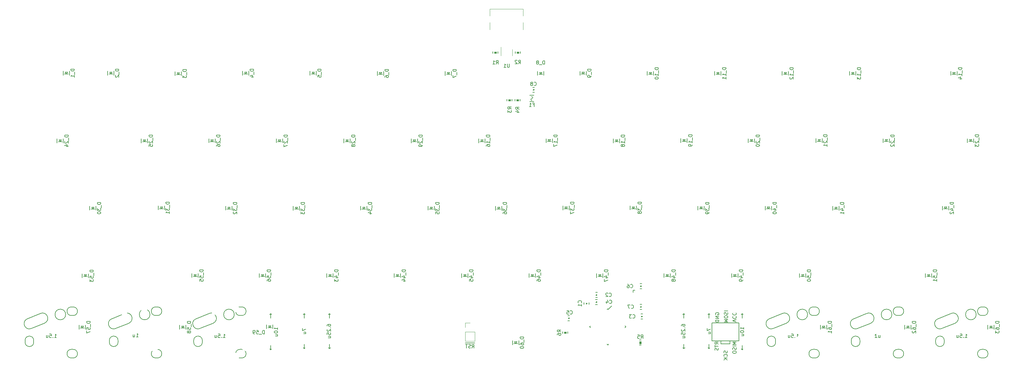
<source format=gbr>
G04 #@! TF.GenerationSoftware,KiCad,Pcbnew,(5.1.5)-3*
G04 #@! TF.CreationDate,2020-11-11T21:52:05+01:00*
G04 #@! TF.ProjectId,keyboard,6b657962-6f61-4726-942e-6b696361645f,rev?*
G04 #@! TF.SameCoordinates,Original*
G04 #@! TF.FileFunction,Legend,Bot*
G04 #@! TF.FilePolarity,Positive*
%FSLAX46Y46*%
G04 Gerber Fmt 4.6, Leading zero omitted, Abs format (unit mm)*
G04 Created by KiCad (PCBNEW (5.1.5)-3) date 2020-11-11 21:52:05*
%MOMM*%
%LPD*%
G04 APERTURE LIST*
%ADD10C,0.150000*%
%ADD11C,0.120000*%
%ADD12C,0.203200*%
%ADD13C,0.200000*%
%ADD14C,0.450000*%
%ADD15C,0.100000*%
%ADD16C,0.010000*%
%ADD17C,3.987800*%
%ADD18C,3.048000*%
%ADD19C,2.500000*%
%ADD20C,1.750000*%
%ADD21O,2.000000X2.500000*%
%ADD22O,2.500000X2.000000*%
%ADD23C,2.500000*%
%ADD24C,3.200000*%
%ADD25O,1.700000X1.700000*%
%ADD26R,1.700000X1.700000*%
%ADD27R,0.600000X1.450000*%
%ADD28R,0.300000X1.450000*%
%ADD29O,1.000000X2.100000*%
%ADD30C,0.650000*%
%ADD31O,1.000000X1.600000*%
%ADD32C,1.700000*%
%ADD33R,1.400000X1.200000*%
%ADD34R,0.650000X1.060000*%
G04 APERTURE END LIST*
D10*
X207741780Y-88433471D02*
X206741780Y-88433471D01*
X207456066Y-88766804D01*
X206741780Y-89100138D01*
X207741780Y-89100138D01*
X207741780Y-89576328D02*
X206741780Y-89576328D01*
X207694161Y-90004900D02*
X207741780Y-90147757D01*
X207741780Y-90385852D01*
X207694161Y-90481090D01*
X207646542Y-90528709D01*
X207551304Y-90576328D01*
X207456066Y-90576328D01*
X207360828Y-90528709D01*
X207313209Y-90481090D01*
X207265590Y-90385852D01*
X207217971Y-90195376D01*
X207170352Y-90100138D01*
X207122733Y-90052519D01*
X207027495Y-90004900D01*
X206932257Y-90004900D01*
X206837019Y-90052519D01*
X206789400Y-90100138D01*
X206741780Y-90195376D01*
X206741780Y-90433471D01*
X206789400Y-90576328D01*
X206741780Y-91195376D02*
X206741780Y-91385852D01*
X206789400Y-91481090D01*
X206884638Y-91576328D01*
X207075114Y-91623947D01*
X207408447Y-91623947D01*
X207598923Y-91576328D01*
X207694161Y-91481090D01*
X207741780Y-91385852D01*
X207741780Y-91195376D01*
X207694161Y-91100138D01*
X207598923Y-91004900D01*
X207408447Y-90957280D01*
X207075114Y-90957280D01*
X206884638Y-91004900D01*
X206789400Y-91100138D01*
X206741780Y-91195376D01*
X205179561Y-90928985D02*
X205227180Y-91071842D01*
X205227180Y-91309938D01*
X205179561Y-91405176D01*
X205131942Y-91452795D01*
X205036704Y-91500414D01*
X204941466Y-91500414D01*
X204846228Y-91452795D01*
X204798609Y-91405176D01*
X204750990Y-91309938D01*
X204703371Y-91119461D01*
X204655752Y-91024223D01*
X204608133Y-90976604D01*
X204512895Y-90928985D01*
X204417657Y-90928985D01*
X204322419Y-90976604D01*
X204274800Y-91024223D01*
X204227180Y-91119461D01*
X204227180Y-91357557D01*
X204274800Y-91500414D01*
X205131942Y-92500414D02*
X205179561Y-92452795D01*
X205227180Y-92309938D01*
X205227180Y-92214700D01*
X205179561Y-92071842D01*
X205084323Y-91976604D01*
X204989085Y-91928985D01*
X204798609Y-91881366D01*
X204655752Y-91881366D01*
X204465276Y-91928985D01*
X204370038Y-91976604D01*
X204274800Y-92071842D01*
X204227180Y-92214700D01*
X204227180Y-92309938D01*
X204274800Y-92452795D01*
X204322419Y-92500414D01*
X205227180Y-92928985D02*
X204227180Y-92928985D01*
X205227180Y-93500414D02*
X204655752Y-93071842D01*
X204227180Y-93500414D02*
X204798609Y-92928985D01*
X202687180Y-89012780D02*
X202210990Y-88679447D01*
X202687180Y-88441352D02*
X201687180Y-88441352D01*
X201687180Y-88822304D01*
X201734800Y-88917542D01*
X201782419Y-88965161D01*
X201877657Y-89012780D01*
X202020514Y-89012780D01*
X202115752Y-88965161D01*
X202163371Y-88917542D01*
X202210990Y-88822304D01*
X202210990Y-88441352D01*
X201687180Y-89298495D02*
X201687180Y-89869923D01*
X202687180Y-89584209D02*
X201687180Y-89584209D01*
X202639561Y-90155638D02*
X202687180Y-90298495D01*
X202687180Y-90536590D01*
X202639561Y-90631828D01*
X202591942Y-90679447D01*
X202496704Y-90727066D01*
X202401466Y-90727066D01*
X202306228Y-90679447D01*
X202258609Y-90631828D01*
X202210990Y-90536590D01*
X202163371Y-90346114D01*
X202115752Y-90250876D01*
X202068133Y-90203257D01*
X201972895Y-90155638D01*
X201877657Y-90155638D01*
X201782419Y-90203257D01*
X201734800Y-90250876D01*
X201687180Y-90346114D01*
X201687180Y-90584209D01*
X201734800Y-90727066D01*
X201899900Y-80695895D02*
X201852280Y-80600657D01*
X201852280Y-80457800D01*
X201899900Y-80314942D01*
X201995138Y-80219704D01*
X202090376Y-80172085D01*
X202280852Y-80124466D01*
X202423709Y-80124466D01*
X202614185Y-80172085D01*
X202709423Y-80219704D01*
X202804661Y-80314942D01*
X202852280Y-80457800D01*
X202852280Y-80553038D01*
X202804661Y-80695895D01*
X202757042Y-80743514D01*
X202423709Y-80743514D01*
X202423709Y-80553038D01*
X202852280Y-81172085D02*
X201852280Y-81172085D01*
X202852280Y-81743514D01*
X201852280Y-81743514D01*
X202852280Y-82219704D02*
X201852280Y-82219704D01*
X201852280Y-82457800D01*
X201899900Y-82600657D01*
X201995138Y-82695895D01*
X202090376Y-82743514D01*
X202280852Y-82791133D01*
X202423709Y-82791133D01*
X202614185Y-82743514D01*
X202709423Y-82695895D01*
X202804661Y-82600657D01*
X202852280Y-82457800D01*
X202852280Y-82219704D01*
X204335119Y-82775228D02*
X205335119Y-82775228D01*
X204620833Y-82441895D01*
X205335119Y-82108561D01*
X204335119Y-82108561D01*
X205335119Y-81441895D02*
X205335119Y-81251419D01*
X205287500Y-81156180D01*
X205192261Y-81060942D01*
X205001785Y-81013323D01*
X204668452Y-81013323D01*
X204477976Y-81060942D01*
X204382738Y-81156180D01*
X204335119Y-81251419D01*
X204335119Y-81441895D01*
X204382738Y-81537133D01*
X204477976Y-81632371D01*
X204668452Y-81679990D01*
X205001785Y-81679990D01*
X205192261Y-81632371D01*
X205287500Y-81537133D01*
X205335119Y-81441895D01*
X204382738Y-80632371D02*
X204335119Y-80489514D01*
X204335119Y-80251419D01*
X204382738Y-80156180D01*
X204430357Y-80108561D01*
X204525595Y-80060942D01*
X204620833Y-80060942D01*
X204716071Y-80108561D01*
X204763690Y-80156180D01*
X204811309Y-80251419D01*
X204858928Y-80441895D01*
X204906547Y-80537133D01*
X204954166Y-80584752D01*
X205049404Y-80632371D01*
X205144642Y-80632371D01*
X205239880Y-80584752D01*
X205287500Y-80537133D01*
X205335119Y-80441895D01*
X205335119Y-80203800D01*
X205287500Y-80060942D01*
X204335119Y-79632371D02*
X205335119Y-79632371D01*
X207735419Y-82765733D02*
X206735419Y-82432400D01*
X207735419Y-82099066D01*
X206830657Y-81194304D02*
X206783038Y-81241923D01*
X206735419Y-81384780D01*
X206735419Y-81480019D01*
X206783038Y-81622876D01*
X206878276Y-81718114D01*
X206973514Y-81765733D01*
X207163990Y-81813352D01*
X207306847Y-81813352D01*
X207497323Y-81765733D01*
X207592561Y-81718114D01*
X207687800Y-81622876D01*
X207735419Y-81480019D01*
X207735419Y-81384780D01*
X207687800Y-81241923D01*
X207640180Y-81194304D01*
X206830657Y-80194304D02*
X206783038Y-80241923D01*
X206735419Y-80384780D01*
X206735419Y-80480019D01*
X206783038Y-80622876D01*
X206878276Y-80718114D01*
X206973514Y-80765733D01*
X207163990Y-80813352D01*
X207306847Y-80813352D01*
X207497323Y-80765733D01*
X207592561Y-80718114D01*
X207687800Y-80622876D01*
X207735419Y-80480019D01*
X207735419Y-80384780D01*
X207687800Y-80241923D01*
X207640180Y-80194304D01*
X200025000Y-80365000D02*
X199775000Y-80615000D01*
X200025000Y-90307000D02*
X200275000Y-90057000D01*
X200025000Y-80365000D02*
X200295000Y-80635000D01*
X200025000Y-90307000D02*
X199755000Y-90037000D01*
X200025000Y-90281000D02*
X200025000Y-89027000D01*
X200025000Y-81645000D02*
X200025000Y-80391000D01*
X85725000Y-81645000D02*
X85725000Y-80365000D01*
X85725000Y-90307000D02*
X85455000Y-90037000D01*
X85725000Y-90307000D02*
X85975000Y-90057000D01*
X85725000Y-90281000D02*
X85725000Y-89027000D01*
X85725000Y-80365000D02*
X85475000Y-80615000D01*
X85725000Y-80365000D02*
X85995000Y-80635000D01*
D11*
X132537200Y-82998000D02*
X131207200Y-82998000D01*
X131207200Y-82998000D02*
X131207200Y-84328000D01*
X131207200Y-85598000D02*
X131207200Y-88198000D01*
X133867200Y-88198000D02*
X131207200Y-88198000D01*
X133867200Y-85598000D02*
X133867200Y-88198000D01*
X133867200Y-85598000D02*
X131207200Y-85598000D01*
D10*
X36250000Y-83065000D02*
X32545716Y-84577070D01*
X34954284Y-80382930D02*
X31250000Y-81895000D01*
X32545716Y-84577070D02*
G75*
G02X31250000Y-81895000I-645716J1342070D01*
G01*
X44253800Y-78505000D02*
G75*
G02X44253800Y-80945000I0J-1220000D01*
G01*
X44253800Y-78505000D02*
X43743800Y-78505000D01*
X43743800Y-80945000D02*
G75*
G02X43743800Y-78505000I0J1220000D01*
G01*
X43743800Y-80945000D02*
X44253800Y-80945000D01*
X44253800Y-90505000D02*
G75*
G02X44253800Y-92945000I0J-1220000D01*
G01*
X44253800Y-90505000D02*
X43743800Y-90505000D01*
X43743800Y-92945000D02*
G75*
G02X43743800Y-90505000I0J1220000D01*
G01*
X43743800Y-92945000D02*
X44253800Y-92945000D01*
X33120000Y-88488800D02*
G75*
G02X30680000Y-88488800I-1220000J0D01*
G01*
X33120000Y-88488800D02*
X33120000Y-87978800D01*
X30680000Y-87978800D02*
G75*
G02X33120000Y-87978800I1220000J0D01*
G01*
X30680000Y-87978800D02*
X30680000Y-88488800D01*
X34954284Y-80382930D02*
G75*
G02X36250000Y-83065000I645716J-1342070D01*
G01*
X42140000Y-80645000D02*
G75*
G03X42140000Y-80645000I-1500000J0D01*
G01*
D11*
X138170000Y5690000D02*
X147570000Y5690000D01*
X147570000Y-110000D02*
X147570000Y1890000D01*
X147570000Y3790000D02*
X147570000Y5690000D01*
X138170000Y-110000D02*
X138170000Y1890000D01*
X138170000Y3790000D02*
X138170000Y5690000D01*
D12*
X208495900Y-88138000D02*
X208495900Y-83058000D01*
X200875900Y-83058000D02*
X200875900Y-88138000D01*
X208495900Y-83058000D02*
X200875900Y-83058000D01*
X200875900Y-88138000D02*
X208495900Y-88138000D01*
D13*
X203385900Y-88948000D02*
X203385900Y-88148000D01*
X205935900Y-88948000D02*
X203385900Y-88948000D01*
X205935900Y-88148000D02*
X205935900Y-88948000D01*
D10*
X178562560Y-74374200D02*
X178562560Y-73828000D01*
X179111200Y-73828000D02*
X178565000Y-73828000D01*
D11*
X141260000Y-7504000D02*
X141260000Y-5054000D01*
X144480000Y-5704000D02*
X144480000Y-7504000D01*
D10*
X19071500Y-12644000D02*
X17992000Y-12644000D01*
X18182500Y-12136000D02*
X18500000Y-12644000D01*
X18881000Y-12136000D02*
X18500000Y-12644000D01*
X18881000Y-12136000D02*
X18182500Y-12136000D01*
X17611000Y-12961500D02*
X17611000Y-11818500D01*
X19389000Y-12961500D02*
X19389000Y-11818500D01*
X31641500Y-12654000D02*
X30562000Y-12654000D01*
X30752500Y-12146000D02*
X31070000Y-12654000D01*
X31451000Y-12146000D02*
X31070000Y-12654000D01*
X31451000Y-12146000D02*
X30752500Y-12146000D01*
X30181000Y-12971500D02*
X30181000Y-11828500D01*
X31959000Y-12971500D02*
X31959000Y-11828500D01*
X50721500Y-12794000D02*
X49642000Y-12794000D01*
X49832500Y-12286000D02*
X50150000Y-12794000D01*
X50531000Y-12286000D02*
X50150000Y-12794000D01*
X50531000Y-12286000D02*
X49832500Y-12286000D01*
X49261000Y-13111500D02*
X49261000Y-11968500D01*
X51039000Y-13111500D02*
X51039000Y-11968500D01*
X69731500Y-12674000D02*
X68652000Y-12674000D01*
X68842500Y-12166000D02*
X69160000Y-12674000D01*
X69541000Y-12166000D02*
X69160000Y-12674000D01*
X69541000Y-12166000D02*
X68842500Y-12166000D01*
X68271000Y-12991500D02*
X68271000Y-11848500D01*
X70049000Y-12991500D02*
X70049000Y-11848500D01*
X88791500Y-12674000D02*
X87712000Y-12674000D01*
X87902500Y-12166000D02*
X88220000Y-12674000D01*
X88601000Y-12166000D02*
X88220000Y-12674000D01*
X88601000Y-12166000D02*
X87902500Y-12166000D01*
X87331000Y-12991500D02*
X87331000Y-11848500D01*
X89109000Y-12991500D02*
X89109000Y-11848500D01*
X107801500Y-12744000D02*
X106722000Y-12744000D01*
X106912500Y-12236000D02*
X107230000Y-12744000D01*
X107611000Y-12236000D02*
X107230000Y-12744000D01*
X107611000Y-12236000D02*
X106912500Y-12236000D01*
X106341000Y-13061500D02*
X106341000Y-11918500D01*
X108119000Y-13061500D02*
X108119000Y-11918500D01*
X126981500Y-12744000D02*
X125902000Y-12744000D01*
X126092500Y-12236000D02*
X126410000Y-12744000D01*
X126791000Y-12236000D02*
X126410000Y-12744000D01*
X126791000Y-12236000D02*
X126092500Y-12236000D01*
X125521000Y-13061500D02*
X125521000Y-11918500D01*
X127299000Y-13061500D02*
X127299000Y-11918500D01*
X153071500Y-12724000D02*
X151992000Y-12724000D01*
X152182500Y-12216000D02*
X152500000Y-12724000D01*
X152881000Y-12216000D02*
X152500000Y-12724000D01*
X152881000Y-12216000D02*
X152182500Y-12216000D01*
X151611000Y-13041500D02*
X151611000Y-11898500D01*
X153389000Y-13041500D02*
X153389000Y-11898500D01*
X165051500Y-12694000D02*
X163972000Y-12694000D01*
X164162500Y-12186000D02*
X164480000Y-12694000D01*
X164861000Y-12186000D02*
X164480000Y-12694000D01*
X164861000Y-12186000D02*
X164162500Y-12186000D01*
X163591000Y-13011500D02*
X163591000Y-11868500D01*
X165369000Y-13011500D02*
X165369000Y-11868500D01*
X184041500Y-12724000D02*
X182962000Y-12724000D01*
X183152500Y-12216000D02*
X183470000Y-12724000D01*
X183851000Y-12216000D02*
X183470000Y-12724000D01*
X183851000Y-12216000D02*
X183152500Y-12216000D01*
X182581000Y-13041500D02*
X182581000Y-11898500D01*
X184359000Y-13041500D02*
X184359000Y-11898500D01*
X203111500Y-12714000D02*
X202032000Y-12714000D01*
X202222500Y-12206000D02*
X202540000Y-12714000D01*
X202921000Y-12206000D02*
X202540000Y-12714000D01*
X202921000Y-12206000D02*
X202222500Y-12206000D01*
X201651000Y-13031500D02*
X201651000Y-11888500D01*
X203429000Y-13031500D02*
X203429000Y-11888500D01*
X222141500Y-12724000D02*
X221062000Y-12724000D01*
X221252500Y-12216000D02*
X221570000Y-12724000D01*
X221951000Y-12216000D02*
X221570000Y-12724000D01*
X221951000Y-12216000D02*
X221252500Y-12216000D01*
X220681000Y-13041500D02*
X220681000Y-11898500D01*
X222459000Y-13041500D02*
X222459000Y-11898500D01*
X241191500Y-12724000D02*
X240112000Y-12724000D01*
X240302500Y-12216000D02*
X240620000Y-12724000D01*
X241001000Y-12216000D02*
X240620000Y-12724000D01*
X241001000Y-12216000D02*
X240302500Y-12216000D01*
X239731000Y-13041500D02*
X239731000Y-11898500D01*
X241509000Y-13041500D02*
X241509000Y-11898500D01*
X269771500Y-12714000D02*
X268692000Y-12714000D01*
X268882500Y-12206000D02*
X269200000Y-12714000D01*
X269581000Y-12206000D02*
X269200000Y-12714000D01*
X269581000Y-12206000D02*
X268882500Y-12206000D01*
X268311000Y-13031500D02*
X268311000Y-11888500D01*
X270089000Y-13031500D02*
X270089000Y-11888500D01*
X17351500Y-31804000D02*
X16272000Y-31804000D01*
X16462500Y-31296000D02*
X16780000Y-31804000D01*
X17161000Y-31296000D02*
X16780000Y-31804000D01*
X17161000Y-31296000D02*
X16462500Y-31296000D01*
X15891000Y-32121500D02*
X15891000Y-30978500D01*
X17669000Y-32121500D02*
X17669000Y-30978500D01*
X41161500Y-31784000D02*
X40082000Y-31784000D01*
X40272500Y-31276000D02*
X40590000Y-31784000D01*
X40971000Y-31276000D02*
X40590000Y-31784000D01*
X40971000Y-31276000D02*
X40272500Y-31276000D01*
X39701000Y-32101500D02*
X39701000Y-30958500D01*
X41479000Y-32101500D02*
X41479000Y-30958500D01*
X60221500Y-31774000D02*
X59142000Y-31774000D01*
X59332500Y-31266000D02*
X59650000Y-31774000D01*
X60031000Y-31266000D02*
X59650000Y-31774000D01*
X60031000Y-31266000D02*
X59332500Y-31266000D01*
X58761000Y-32091500D02*
X58761000Y-30948500D01*
X60539000Y-32091500D02*
X60539000Y-30948500D01*
X79271500Y-31774000D02*
X78192000Y-31774000D01*
X78382500Y-31266000D02*
X78700000Y-31774000D01*
X79081000Y-31266000D02*
X78700000Y-31774000D01*
X79081000Y-31266000D02*
X78382500Y-31266000D01*
X77811000Y-32091500D02*
X77811000Y-30948500D01*
X79589000Y-32091500D02*
X79589000Y-30948500D01*
X98371500Y-31784000D02*
X97292000Y-31784000D01*
X97482500Y-31276000D02*
X97800000Y-31784000D01*
X98181000Y-31276000D02*
X97800000Y-31784000D01*
X98181000Y-31276000D02*
X97482500Y-31276000D01*
X96911000Y-32101500D02*
X96911000Y-30958500D01*
X98689000Y-32101500D02*
X98689000Y-30958500D01*
X117381500Y-31804000D02*
X116302000Y-31804000D01*
X116492500Y-31296000D02*
X116810000Y-31804000D01*
X117191000Y-31296000D02*
X116810000Y-31804000D01*
X117191000Y-31296000D02*
X116492500Y-31296000D01*
X115921000Y-32121500D02*
X115921000Y-30978500D01*
X117699000Y-32121500D02*
X117699000Y-30978500D01*
X136441500Y-31784000D02*
X135362000Y-31784000D01*
X135552500Y-31276000D02*
X135870000Y-31784000D01*
X136251000Y-31276000D02*
X135870000Y-31784000D01*
X136251000Y-31276000D02*
X135552500Y-31276000D01*
X134981000Y-32101500D02*
X134981000Y-30958500D01*
X136759000Y-32101500D02*
X136759000Y-30958500D01*
X155471500Y-31744000D02*
X154392000Y-31744000D01*
X154582500Y-31236000D02*
X154900000Y-31744000D01*
X155281000Y-31236000D02*
X154900000Y-31744000D01*
X155281000Y-31236000D02*
X154582500Y-31236000D01*
X154011000Y-32061500D02*
X154011000Y-30918500D01*
X155789000Y-32061500D02*
X155789000Y-30918500D01*
X174491500Y-31784000D02*
X173412000Y-31784000D01*
X173602500Y-31276000D02*
X173920000Y-31784000D01*
X174301000Y-31276000D02*
X173920000Y-31784000D01*
X174301000Y-31276000D02*
X173602500Y-31276000D01*
X173031000Y-32101500D02*
X173031000Y-30958500D01*
X174809000Y-32101500D02*
X174809000Y-30958500D01*
X193551500Y-31704000D02*
X192472000Y-31704000D01*
X192662500Y-31196000D02*
X192980000Y-31704000D01*
X193361000Y-31196000D02*
X192980000Y-31704000D01*
X193361000Y-31196000D02*
X192662500Y-31196000D01*
X192091000Y-32021500D02*
X192091000Y-30878500D01*
X193869000Y-32021500D02*
X193869000Y-30878500D01*
X212591500Y-31754000D02*
X211512000Y-31754000D01*
X211702500Y-31246000D02*
X212020000Y-31754000D01*
X212401000Y-31246000D02*
X212020000Y-31754000D01*
X212401000Y-31246000D02*
X211702500Y-31246000D01*
X211131000Y-32071500D02*
X211131000Y-30928500D01*
X212909000Y-32071500D02*
X212909000Y-30928500D01*
X231701500Y-31724000D02*
X230622000Y-31724000D01*
X230812500Y-31216000D02*
X231130000Y-31724000D01*
X231511000Y-31216000D02*
X231130000Y-31724000D01*
X231511000Y-31216000D02*
X230812500Y-31216000D01*
X230241000Y-32041500D02*
X230241000Y-30898500D01*
X232019000Y-32041500D02*
X232019000Y-30898500D01*
X250671500Y-31754000D02*
X249592000Y-31754000D01*
X249782500Y-31246000D02*
X250100000Y-31754000D01*
X250481000Y-31246000D02*
X250100000Y-31754000D01*
X250481000Y-31246000D02*
X249782500Y-31246000D01*
X249211000Y-32071500D02*
X249211000Y-30928500D01*
X250989000Y-32071500D02*
X250989000Y-30928500D01*
X274501500Y-31734000D02*
X273422000Y-31734000D01*
X273612500Y-31226000D02*
X273930000Y-31734000D01*
X274311000Y-31226000D02*
X273930000Y-31734000D01*
X274311000Y-31226000D02*
X273612500Y-31226000D01*
X273041000Y-32051500D02*
X273041000Y-30908500D01*
X274819000Y-32051500D02*
X274819000Y-30908500D01*
X26571500Y-50814000D02*
X25492000Y-50814000D01*
X25682500Y-50306000D02*
X26000000Y-50814000D01*
X26381000Y-50306000D02*
X26000000Y-50814000D01*
X26381000Y-50306000D02*
X25682500Y-50306000D01*
X25111000Y-51131500D02*
X25111000Y-49988500D01*
X26889000Y-51131500D02*
X26889000Y-49988500D01*
X45941500Y-50734000D02*
X44862000Y-50734000D01*
X45052500Y-50226000D02*
X45370000Y-50734000D01*
X45751000Y-50226000D02*
X45370000Y-50734000D01*
X45751000Y-50226000D02*
X45052500Y-50226000D01*
X44481000Y-51051500D02*
X44481000Y-49908500D01*
X46259000Y-51051500D02*
X46259000Y-49908500D01*
X64991500Y-50824000D02*
X63912000Y-50824000D01*
X64102500Y-50316000D02*
X64420000Y-50824000D01*
X64801000Y-50316000D02*
X64420000Y-50824000D01*
X64801000Y-50316000D02*
X64102500Y-50316000D01*
X63531000Y-51141500D02*
X63531000Y-49998500D01*
X65309000Y-51141500D02*
X65309000Y-49998500D01*
X84091500Y-50844000D02*
X83012000Y-50844000D01*
X83202500Y-50336000D02*
X83520000Y-50844000D01*
X83901000Y-50336000D02*
X83520000Y-50844000D01*
X83901000Y-50336000D02*
X83202500Y-50336000D01*
X82631000Y-51161500D02*
X82631000Y-50018500D01*
X84409000Y-51161500D02*
X84409000Y-50018500D01*
X103091500Y-50824000D02*
X102012000Y-50824000D01*
X102202500Y-50316000D02*
X102520000Y-50824000D01*
X102901000Y-50316000D02*
X102520000Y-50824000D01*
X102901000Y-50316000D02*
X102202500Y-50316000D01*
X101631000Y-51141500D02*
X101631000Y-49998500D01*
X103409000Y-51141500D02*
X103409000Y-49998500D01*
X122131500Y-50824000D02*
X121052000Y-50824000D01*
X121242500Y-50316000D02*
X121560000Y-50824000D01*
X121941000Y-50316000D02*
X121560000Y-50824000D01*
X121941000Y-50316000D02*
X121242500Y-50316000D01*
X120671000Y-51141500D02*
X120671000Y-49998500D01*
X122449000Y-51141500D02*
X122449000Y-49998500D01*
X141181500Y-50834000D02*
X140102000Y-50834000D01*
X140292500Y-50326000D02*
X140610000Y-50834000D01*
X140991000Y-50326000D02*
X140610000Y-50834000D01*
X140991000Y-50326000D02*
X140292500Y-50326000D01*
X139721000Y-51151500D02*
X139721000Y-50008500D01*
X141499000Y-51151500D02*
X141499000Y-50008500D01*
X160221500Y-50764000D02*
X159142000Y-50764000D01*
X159332500Y-50256000D02*
X159650000Y-50764000D01*
X160031000Y-50256000D02*
X159650000Y-50764000D01*
X160031000Y-50256000D02*
X159332500Y-50256000D01*
X158761000Y-51081500D02*
X158761000Y-49938500D01*
X160539000Y-51081500D02*
X160539000Y-49938500D01*
X179241500Y-50724000D02*
X178162000Y-50724000D01*
X178352500Y-50216000D02*
X178670000Y-50724000D01*
X179051000Y-50216000D02*
X178670000Y-50724000D01*
X179051000Y-50216000D02*
X178352500Y-50216000D01*
X177781000Y-51041500D02*
X177781000Y-49898500D01*
X179559000Y-51041500D02*
X179559000Y-49898500D01*
X198351500Y-50804000D02*
X197272000Y-50804000D01*
X197462500Y-50296000D02*
X197780000Y-50804000D01*
X198161000Y-50296000D02*
X197780000Y-50804000D01*
X198161000Y-50296000D02*
X197462500Y-50296000D01*
X196891000Y-51121500D02*
X196891000Y-49978500D01*
X198669000Y-51121500D02*
X198669000Y-49978500D01*
X217371500Y-50794000D02*
X216292000Y-50794000D01*
X216482500Y-50286000D02*
X216800000Y-50794000D01*
X217181000Y-50286000D02*
X216800000Y-50794000D01*
X217181000Y-50286000D02*
X216482500Y-50286000D01*
X215911000Y-51111500D02*
X215911000Y-49968500D01*
X217689000Y-51111500D02*
X217689000Y-49968500D01*
X236441500Y-50844000D02*
X235362000Y-50844000D01*
X235552500Y-50336000D02*
X235870000Y-50844000D01*
X236251000Y-50336000D02*
X235870000Y-50844000D01*
X236251000Y-50336000D02*
X235552500Y-50336000D01*
X234981000Y-51161500D02*
X234981000Y-50018500D01*
X236759000Y-51161500D02*
X236759000Y-50018500D01*
X267401500Y-50804000D02*
X266322000Y-50804000D01*
X266512500Y-50296000D02*
X266830000Y-50804000D01*
X267211000Y-50296000D02*
X266830000Y-50804000D01*
X267211000Y-50296000D02*
X266512500Y-50296000D01*
X265941000Y-51121500D02*
X265941000Y-49978500D01*
X267719000Y-51121500D02*
X267719000Y-49978500D01*
X24451500Y-69934000D02*
X23372000Y-69934000D01*
X23562500Y-69426000D02*
X23880000Y-69934000D01*
X24261000Y-69426000D02*
X23880000Y-69934000D01*
X24261000Y-69426000D02*
X23562500Y-69426000D01*
X22991000Y-70251500D02*
X22991000Y-69108500D01*
X24769000Y-70251500D02*
X24769000Y-69108500D01*
X55461500Y-69874000D02*
X54382000Y-69874000D01*
X54572500Y-69366000D02*
X54890000Y-69874000D01*
X55271000Y-69366000D02*
X54890000Y-69874000D01*
X55271000Y-69366000D02*
X54572500Y-69366000D01*
X54001000Y-70191500D02*
X54001000Y-69048500D01*
X55779000Y-70191500D02*
X55779000Y-69048500D01*
X74511500Y-69874000D02*
X73432000Y-69874000D01*
X73622500Y-69366000D02*
X73940000Y-69874000D01*
X74321000Y-69366000D02*
X73940000Y-69874000D01*
X74321000Y-69366000D02*
X73622500Y-69366000D01*
X73051000Y-70191500D02*
X73051000Y-69048500D01*
X74829000Y-70191500D02*
X74829000Y-69048500D01*
X93561500Y-69874000D02*
X92482000Y-69874000D01*
X92672500Y-69366000D02*
X92990000Y-69874000D01*
X93371000Y-69366000D02*
X92990000Y-69874000D01*
X93371000Y-69366000D02*
X92672500Y-69366000D01*
X92101000Y-70191500D02*
X92101000Y-69048500D01*
X93879000Y-70191500D02*
X93879000Y-69048500D01*
X112611500Y-69874000D02*
X111532000Y-69874000D01*
X111722500Y-69366000D02*
X112040000Y-69874000D01*
X112421000Y-69366000D02*
X112040000Y-69874000D01*
X112421000Y-69366000D02*
X111722500Y-69366000D01*
X111151000Y-70191500D02*
X111151000Y-69048500D01*
X112929000Y-70191500D02*
X112929000Y-69048500D01*
X131661500Y-69884000D02*
X130582000Y-69884000D01*
X130772500Y-69376000D02*
X131090000Y-69884000D01*
X131471000Y-69376000D02*
X131090000Y-69884000D01*
X131471000Y-69376000D02*
X130772500Y-69376000D01*
X130201000Y-70201500D02*
X130201000Y-69058500D01*
X131979000Y-70201500D02*
X131979000Y-69058500D01*
X150711500Y-69874000D02*
X149632000Y-69874000D01*
X149822500Y-69366000D02*
X150140000Y-69874000D01*
X150521000Y-69366000D02*
X150140000Y-69874000D01*
X150521000Y-69366000D02*
X149822500Y-69366000D01*
X149251000Y-70191500D02*
X149251000Y-69048500D01*
X151029000Y-70191500D02*
X151029000Y-69048500D01*
X169761500Y-69894000D02*
X168682000Y-69894000D01*
X168872500Y-69386000D02*
X169190000Y-69894000D01*
X169571000Y-69386000D02*
X169190000Y-69894000D01*
X169571000Y-69386000D02*
X168872500Y-69386000D01*
X168301000Y-70211500D02*
X168301000Y-69068500D01*
X170079000Y-70211500D02*
X170079000Y-69068500D01*
X188811500Y-69874000D02*
X187732000Y-69874000D01*
X187922500Y-69366000D02*
X188240000Y-69874000D01*
X188621000Y-69366000D02*
X188240000Y-69874000D01*
X188621000Y-69366000D02*
X187922500Y-69366000D01*
X187351000Y-70191500D02*
X187351000Y-69048500D01*
X189129000Y-70191500D02*
X189129000Y-69048500D01*
X207881500Y-69874000D02*
X206802000Y-69874000D01*
X206992500Y-69366000D02*
X207310000Y-69874000D01*
X207691000Y-69366000D02*
X207310000Y-69874000D01*
X207691000Y-69366000D02*
X206992500Y-69366000D01*
X206421000Y-70191500D02*
X206421000Y-69048500D01*
X208199000Y-70191500D02*
X208199000Y-69048500D01*
X227051500Y-69874000D02*
X225972000Y-69874000D01*
X226162500Y-69366000D02*
X226480000Y-69874000D01*
X226861000Y-69366000D02*
X226480000Y-69874000D01*
X226861000Y-69366000D02*
X226162500Y-69366000D01*
X225591000Y-70191500D02*
X225591000Y-69048500D01*
X227369000Y-70191500D02*
X227369000Y-69048500D01*
X262631500Y-69874000D02*
X261552000Y-69874000D01*
X261742500Y-69366000D02*
X262060000Y-69874000D01*
X262441000Y-69366000D02*
X262060000Y-69874000D01*
X262441000Y-69366000D02*
X261742500Y-69366000D01*
X261171000Y-70191500D02*
X261171000Y-69048500D01*
X262949000Y-70191500D02*
X262949000Y-69048500D01*
X23571500Y-84469000D02*
X22492000Y-84469000D01*
X22682500Y-83961000D02*
X23000000Y-84469000D01*
X23381000Y-83961000D02*
X23000000Y-84469000D01*
X23381000Y-83961000D02*
X22682500Y-83961000D01*
X22111000Y-84786500D02*
X22111000Y-83643500D01*
X23889000Y-84786500D02*
X23889000Y-83643500D01*
X51969000Y-84469000D02*
X50889500Y-84469000D01*
X51080000Y-83961000D02*
X51397500Y-84469000D01*
X51778500Y-83961000D02*
X51397500Y-84469000D01*
X51778500Y-83961000D02*
X51080000Y-83961000D01*
X50508500Y-84786500D02*
X50508500Y-83643500D01*
X52286500Y-84786500D02*
X52286500Y-83643500D01*
X76527500Y-84350000D02*
X75448000Y-84350000D01*
X75638500Y-83842000D02*
X75956000Y-84350000D01*
X76337000Y-83842000D02*
X75956000Y-84350000D01*
X76337000Y-83842000D02*
X75638500Y-83842000D01*
X75067000Y-84667500D02*
X75067000Y-83524500D01*
X76845000Y-84667500D02*
X76845000Y-83524500D01*
X145991500Y-88854000D02*
X144912000Y-88854000D01*
X145102500Y-88346000D02*
X145420000Y-88854000D01*
X145801000Y-88346000D02*
X145420000Y-88854000D01*
X145801000Y-88346000D02*
X145102500Y-88346000D01*
X144531000Y-89171500D02*
X144531000Y-88028500D01*
X146309000Y-89171500D02*
X146309000Y-88028500D01*
X232944000Y-84469000D02*
X231864500Y-84469000D01*
X232055000Y-83961000D02*
X232372500Y-84469000D01*
X232753500Y-83961000D02*
X232372500Y-84469000D01*
X232753500Y-83961000D02*
X232055000Y-83961000D01*
X231483500Y-84786500D02*
X231483500Y-83643500D01*
X233261500Y-84786500D02*
X233261500Y-83643500D01*
X256756500Y-84469000D02*
X255677000Y-84469000D01*
X255867500Y-83961000D02*
X256185000Y-84469000D01*
X256566000Y-83961000D02*
X256185000Y-84469000D01*
X256566000Y-83961000D02*
X255867500Y-83961000D01*
X255296000Y-84786500D02*
X255296000Y-83643500D01*
X257074000Y-84786500D02*
X257074000Y-83643500D01*
X280251500Y-84469000D02*
X279172000Y-84469000D01*
X279362500Y-83961000D02*
X279680000Y-84469000D01*
X280061000Y-83961000D02*
X279680000Y-84469000D01*
X280061000Y-83961000D02*
X279362500Y-83961000D01*
X278791000Y-84786500D02*
X278791000Y-83643500D01*
X280569000Y-84786500D02*
X280569000Y-83643500D01*
X12437500Y-83065000D02*
X8733216Y-84577070D01*
X11141784Y-80382930D02*
X7437500Y-81895000D01*
X8733216Y-84577070D02*
G75*
G02X7437500Y-81895000I-645716J1342070D01*
G01*
X20441300Y-78505000D02*
G75*
G02X20441300Y-80945000I0J-1220000D01*
G01*
X20441300Y-78505000D02*
X19931300Y-78505000D01*
X19931300Y-80945000D02*
G75*
G02X19931300Y-78505000I0J1220000D01*
G01*
X19931300Y-80945000D02*
X20441300Y-80945000D01*
X20441300Y-90505000D02*
G75*
G02X20441300Y-92945000I0J-1220000D01*
G01*
X20441300Y-90505000D02*
X19931300Y-90505000D01*
X19931300Y-92945000D02*
G75*
G02X19931300Y-90505000I0J1220000D01*
G01*
X19931300Y-92945000D02*
X20441300Y-92945000D01*
X9307500Y-88488800D02*
G75*
G02X6867500Y-88488800I-1220000J0D01*
G01*
X9307500Y-88488800D02*
X9307500Y-87978800D01*
X6867500Y-87978800D02*
G75*
G02X9307500Y-87978800I1220000J0D01*
G01*
X6867500Y-87978800D02*
X6867500Y-88488800D01*
X11141784Y-80382930D02*
G75*
G02X12437500Y-83065000I645716J-1342070D01*
G01*
X18327500Y-80645000D02*
G75*
G03X18327500Y-80645000I-1500000J0D01*
G01*
X60062500Y-83065000D02*
X56358216Y-84577070D01*
X58766784Y-80382930D02*
X55062500Y-81895000D01*
X56358216Y-84577070D02*
G75*
G02X55062500Y-81895000I-645716J1342070D01*
G01*
X68066300Y-78505000D02*
G75*
G02X68066300Y-80945000I0J-1220000D01*
G01*
X68066300Y-78505000D02*
X67556300Y-78505000D01*
X67556300Y-80945000D02*
G75*
G02X67556300Y-78505000I0J1220000D01*
G01*
X67556300Y-80945000D02*
X68066300Y-80945000D01*
X68066300Y-90505000D02*
G75*
G02X68066300Y-92945000I0J-1220000D01*
G01*
X68066300Y-90505000D02*
X67556300Y-90505000D01*
X67556300Y-92945000D02*
G75*
G02X67556300Y-90505000I0J1220000D01*
G01*
X67556300Y-92945000D02*
X68066300Y-92945000D01*
X56932500Y-88488800D02*
G75*
G02X54492500Y-88488800I-1220000J0D01*
G01*
X56932500Y-88488800D02*
X56932500Y-87978800D01*
X54492500Y-87978800D02*
G75*
G02X56932500Y-87978800I1220000J0D01*
G01*
X54492500Y-87978800D02*
X54492500Y-88488800D01*
X58766784Y-80382930D02*
G75*
G02X60062500Y-83065000I645716J-1342070D01*
G01*
X65952500Y-80645000D02*
G75*
G03X65952500Y-80645000I-1500000J0D01*
G01*
X269612500Y-83065000D02*
X265908216Y-84577070D01*
X268316784Y-80382930D02*
X264612500Y-81895000D01*
X265908216Y-84577070D02*
G75*
G02X264612500Y-81895000I-645716J1342070D01*
G01*
X277616300Y-78505000D02*
G75*
G02X277616300Y-80945000I0J-1220000D01*
G01*
X277616300Y-78505000D02*
X277106300Y-78505000D01*
X277106300Y-80945000D02*
G75*
G02X277106300Y-78505000I0J1220000D01*
G01*
X277106300Y-80945000D02*
X277616300Y-80945000D01*
X277616300Y-90505000D02*
G75*
G02X277616300Y-92945000I0J-1220000D01*
G01*
X277616300Y-90505000D02*
X277106300Y-90505000D01*
X277106300Y-92945000D02*
G75*
G02X277106300Y-90505000I0J1220000D01*
G01*
X277106300Y-92945000D02*
X277616300Y-92945000D01*
X266482500Y-88488800D02*
G75*
G02X264042500Y-88488800I-1220000J0D01*
G01*
X266482500Y-88488800D02*
X266482500Y-87978800D01*
X264042500Y-87978800D02*
G75*
G02X266482500Y-87978800I1220000J0D01*
G01*
X264042500Y-87978800D02*
X264042500Y-88488800D01*
X268316784Y-80382930D02*
G75*
G02X269612500Y-83065000I645716J-1342070D01*
G01*
X275502500Y-80645000D02*
G75*
G03X275502500Y-80645000I-1500000J0D01*
G01*
X245800000Y-83065000D02*
X242095716Y-84577070D01*
X244504284Y-80382930D02*
X240800000Y-81895000D01*
X242095716Y-84577070D02*
G75*
G02X240800000Y-81895000I-645716J1342070D01*
G01*
X253803800Y-78505000D02*
G75*
G02X253803800Y-80945000I0J-1220000D01*
G01*
X253803800Y-78505000D02*
X253293800Y-78505000D01*
X253293800Y-80945000D02*
G75*
G02X253293800Y-78505000I0J1220000D01*
G01*
X253293800Y-80945000D02*
X253803800Y-80945000D01*
X253803800Y-90505000D02*
G75*
G02X253803800Y-92945000I0J-1220000D01*
G01*
X253803800Y-90505000D02*
X253293800Y-90505000D01*
X253293800Y-92945000D02*
G75*
G02X253293800Y-90505000I0J1220000D01*
G01*
X253293800Y-92945000D02*
X253803800Y-92945000D01*
X242670000Y-88488800D02*
G75*
G02X240230000Y-88488800I-1220000J0D01*
G01*
X242670000Y-88488800D02*
X242670000Y-87978800D01*
X240230000Y-87978800D02*
G75*
G02X242670000Y-87978800I1220000J0D01*
G01*
X240230000Y-87978800D02*
X240230000Y-88488800D01*
X244504284Y-80382930D02*
G75*
G02X245800000Y-83065000I645716J-1342070D01*
G01*
X251690000Y-80645000D02*
G75*
G03X251690000Y-80645000I-1500000J0D01*
G01*
X221987500Y-83065000D02*
X218283216Y-84577070D01*
X220691784Y-80382930D02*
X216987500Y-81895000D01*
X218283216Y-84577070D02*
G75*
G02X216987500Y-81895000I-645716J1342070D01*
G01*
X229991300Y-78505000D02*
G75*
G02X229991300Y-80945000I0J-1220000D01*
G01*
X229991300Y-78505000D02*
X229481300Y-78505000D01*
X229481300Y-80945000D02*
G75*
G02X229481300Y-78505000I0J1220000D01*
G01*
X229481300Y-80945000D02*
X229991300Y-80945000D01*
X229991300Y-90505000D02*
G75*
G02X229991300Y-92945000I0J-1220000D01*
G01*
X229991300Y-90505000D02*
X229481300Y-90505000D01*
X229481300Y-92945000D02*
G75*
G02X229481300Y-90505000I0J1220000D01*
G01*
X229481300Y-92945000D02*
X229991300Y-92945000D01*
X218857500Y-88488800D02*
G75*
G02X216417500Y-88488800I-1220000J0D01*
G01*
X218857500Y-88488800D02*
X218857500Y-87978800D01*
X216417500Y-87978800D02*
G75*
G02X218857500Y-87978800I1220000J0D01*
G01*
X216417500Y-87978800D02*
X216417500Y-88488800D01*
X220691784Y-80382930D02*
G75*
G02X221987500Y-83065000I645716J-1342070D01*
G01*
X227877500Y-80645000D02*
G75*
G03X227877500Y-80645000I-1500000J0D01*
G01*
D14*
X165496200Y-77560000D02*
G75*
G03X165496200Y-77560000I-56200J0D01*
G01*
D10*
X164710000Y-77808578D02*
X164710000Y-77291422D01*
X166130000Y-77808578D02*
X166130000Y-77291422D01*
D14*
X168282860Y-75153200D02*
G75*
G03X168282860Y-75153200I-56200J0D01*
G01*
D10*
X167978082Y-74423200D02*
X168495238Y-74423200D01*
X167978082Y-75843200D02*
X168495238Y-75843200D01*
D14*
X181094200Y-81228000D02*
G75*
G03X181094200Y-81228000I-56200J0D01*
G01*
D10*
X180789422Y-80498000D02*
X181306578Y-80498000D01*
X180789422Y-81918000D02*
X181306578Y-81918000D01*
D14*
X168278020Y-77136940D02*
G75*
G03X168278020Y-77136940I-56200J0D01*
G01*
D10*
X167973242Y-76406940D02*
X168490398Y-76406940D01*
X167973242Y-77826940D02*
X168490398Y-77826940D01*
D14*
X160496200Y-81710000D02*
G75*
G03X160496200Y-81710000I-56200J0D01*
G01*
D10*
X160688578Y-82440000D02*
X160171422Y-82440000D01*
X160688578Y-81020000D02*
X160171422Y-81020000D01*
D14*
X180830700Y-72660000D02*
G75*
G03X180830700Y-72660000I-56200J0D01*
G01*
D10*
X180525922Y-71930000D02*
X181043078Y-71930000D01*
X180525922Y-73350000D02*
X181043078Y-73350000D01*
D14*
X180830700Y-78504000D02*
G75*
G03X180830700Y-78504000I-56200J0D01*
G01*
D10*
X180525922Y-77774000D02*
X181043078Y-77774000D01*
X180525922Y-79194000D02*
X181043078Y-79194000D01*
D14*
X150535800Y-17125000D02*
G75*
G03X150535800Y-17125000I-56200J0D01*
G01*
D10*
X150728178Y-17855000D02*
X150211022Y-17855000D01*
X150728178Y-16435000D02*
X150211022Y-16435000D01*
X149987000Y-19594584D02*
G75*
G03X150063200Y-20113768I0J-265184D01*
G01*
X149987000Y-19594584D02*
G75*
G03X149910800Y-19075400I0J265184D01*
G01*
X149384936Y-18673400D02*
X150589064Y-18673400D01*
X149384936Y-20493400D02*
X150589064Y-20493400D01*
D15*
G36*
X139382500Y-6380480D02*
G01*
X139382500Y-6824980D01*
X140017500Y-6824980D01*
X140017500Y-6380480D01*
X139382500Y-6380480D01*
G37*
X139382500Y-6380480D02*
X139382500Y-6824980D01*
X140017500Y-6824980D01*
X140017500Y-6380480D01*
X139382500Y-6380480D01*
D10*
X138990000Y-6862578D02*
X138990000Y-6345422D01*
X140410000Y-6862578D02*
X140410000Y-6345422D01*
D15*
G36*
X146367500Y-6827520D02*
G01*
X146367500Y-6383020D01*
X145732500Y-6383020D01*
X145732500Y-6827520D01*
X146367500Y-6827520D01*
G37*
X146367500Y-6827520D02*
X146367500Y-6383020D01*
X145732500Y-6383020D01*
X145732500Y-6827520D01*
X146367500Y-6827520D01*
D10*
X146760000Y-6345422D02*
X146760000Y-6862578D01*
X145340000Y-6345422D02*
X145340000Y-6862578D01*
D15*
G36*
X143374500Y-19830480D02*
G01*
X143374500Y-20274980D01*
X144009500Y-20274980D01*
X144009500Y-19830480D01*
X143374500Y-19830480D01*
G37*
X143374500Y-19830480D02*
X143374500Y-20274980D01*
X144009500Y-20274980D01*
X144009500Y-19830480D01*
X143374500Y-19830480D01*
D10*
X142982000Y-20312578D02*
X142982000Y-19795422D01*
X144402000Y-20312578D02*
X144402000Y-19795422D01*
D15*
G36*
X145660500Y-19830480D02*
G01*
X145660500Y-20274980D01*
X146295500Y-20274980D01*
X146295500Y-19830480D01*
X145660500Y-19830480D01*
G37*
X145660500Y-19830480D02*
X145660500Y-20274980D01*
X146295500Y-20274980D01*
X146295500Y-19830480D01*
X145660500Y-19830480D01*
D10*
X145268000Y-20312578D02*
X145268000Y-19795422D01*
X146688000Y-20312578D02*
X146688000Y-19795422D01*
D15*
G36*
X180406480Y-88907500D02*
G01*
X180850980Y-88907500D01*
X180850980Y-88272500D01*
X180406480Y-88272500D01*
X180406480Y-88907500D01*
G37*
X180406480Y-88907500D02*
X180850980Y-88907500D01*
X180850980Y-88272500D01*
X180406480Y-88272500D01*
X180406480Y-88907500D01*
D10*
X180888578Y-89300000D02*
X180371422Y-89300000D01*
X180888578Y-87880000D02*
X180371422Y-87880000D01*
D15*
G36*
X159727900Y-85973920D02*
G01*
X159727900Y-85529420D01*
X159092900Y-85529420D01*
X159092900Y-85973920D01*
X159727900Y-85973920D01*
G37*
X159727900Y-85973920D02*
X159727900Y-85529420D01*
X159092900Y-85529420D01*
X159092900Y-85973920D01*
X159727900Y-85973920D01*
D10*
X160120400Y-85491822D02*
X160120400Y-86008978D01*
X158700400Y-85491822D02*
X158700400Y-86008978D01*
X171609099Y-79170075D02*
X172616726Y-78162448D01*
X166323476Y-84137500D02*
X166553286Y-83907690D01*
X171450000Y-89264024D02*
X171679810Y-89034214D01*
X176576524Y-84137500D02*
X176346714Y-84367310D01*
X171450000Y-79010976D02*
X171220190Y-79240786D01*
X176576524Y-84137500D02*
X176346714Y-83907690D01*
X171450000Y-89264024D02*
X171220190Y-89034214D01*
X166323476Y-84137500D02*
X166553286Y-84367310D01*
X171450000Y-79010976D02*
X171609099Y-79170075D01*
X76200000Y-80391000D02*
X76200000Y-81661000D01*
X76200000Y-80391000D02*
X76454000Y-80645000D01*
X76200000Y-80391000D02*
X75946000Y-80645000D01*
X76200000Y-90678000D02*
X76200000Y-89408000D01*
X76200000Y-90678000D02*
X76454000Y-90424000D01*
X76200000Y-90678000D02*
X75946000Y-90424000D01*
X209423000Y-80391000D02*
X209423000Y-81661000D01*
X209423000Y-80391000D02*
X209169000Y-80645000D01*
X209423000Y-80391000D02*
X209677000Y-80645000D01*
X209423000Y-90678000D02*
X209677000Y-90424000D01*
X209423000Y-90678000D02*
X209423000Y-89408000D01*
X209423000Y-90678000D02*
X209169000Y-90424000D01*
X92875000Y-80365600D02*
X92875000Y-81635600D01*
X92875000Y-80365600D02*
X93129000Y-80619600D01*
X92875000Y-80365600D02*
X92583000Y-80619600D01*
X92875200Y-90271600D02*
X92621200Y-90017600D01*
X92875200Y-90271600D02*
X92875200Y-89001600D01*
X92875200Y-90271600D02*
X93167200Y-90017600D01*
X192951000Y-80365600D02*
X193205000Y-80619600D01*
X192951000Y-80365600D02*
X192659000Y-80619600D01*
X192951000Y-80365600D02*
X192951000Y-81635600D01*
X192951200Y-90271600D02*
X192697200Y-90017600D01*
X192951200Y-90271600D02*
X192951200Y-89001600D01*
X192951200Y-90271600D02*
X193243200Y-90017600D01*
X85177380Y-84558285D02*
X85177380Y-85224952D01*
X86177380Y-84796380D01*
X85510714Y-86034476D02*
X86177380Y-86034476D01*
X85510714Y-85605904D02*
X86034523Y-85605904D01*
X86129761Y-85653523D01*
X86177380Y-85748761D01*
X86177380Y-85891619D01*
X86129761Y-85986857D01*
X86082142Y-86034476D01*
X199477380Y-84558285D02*
X199477380Y-85224952D01*
X200477380Y-84796380D01*
X199810714Y-86034476D02*
X200477380Y-86034476D01*
X199810714Y-85605904D02*
X200334523Y-85605904D01*
X200429761Y-85653523D01*
X200477380Y-85748761D01*
X200477380Y-85891619D01*
X200429761Y-85986857D01*
X200382142Y-86034476D01*
X133894342Y-88723000D02*
X132894342Y-88723000D01*
X133084819Y-90090380D02*
X133418152Y-89614190D01*
X133656247Y-90090380D02*
X133656247Y-89090380D01*
X133275295Y-89090380D01*
X133180057Y-89138000D01*
X133132438Y-89185619D01*
X133084819Y-89280857D01*
X133084819Y-89423714D01*
X133132438Y-89518952D01*
X133180057Y-89566571D01*
X133275295Y-89614190D01*
X133656247Y-89614190D01*
X132894342Y-88723000D02*
X131941961Y-88723000D01*
X132703866Y-90042761D02*
X132561009Y-90090380D01*
X132322914Y-90090380D01*
X132227676Y-90042761D01*
X132180057Y-89995142D01*
X132132438Y-89899904D01*
X132132438Y-89804666D01*
X132180057Y-89709428D01*
X132227676Y-89661809D01*
X132322914Y-89614190D01*
X132513390Y-89566571D01*
X132608628Y-89518952D01*
X132656247Y-89471333D01*
X132703866Y-89376095D01*
X132703866Y-89280857D01*
X132656247Y-89185619D01*
X132608628Y-89138000D01*
X132513390Y-89090380D01*
X132275295Y-89090380D01*
X132132438Y-89138000D01*
X131941961Y-88723000D02*
X131180057Y-88723000D01*
X131846723Y-89090380D02*
X131275295Y-89090380D01*
X131561009Y-90090380D02*
X131561009Y-89090380D01*
X38266666Y-86971130D02*
X38838095Y-86971130D01*
X38552380Y-86971130D02*
X38552380Y-85971130D01*
X38647619Y-86113988D01*
X38742857Y-86209226D01*
X38838095Y-86256845D01*
X37409523Y-86304464D02*
X37409523Y-86971130D01*
X37838095Y-86304464D02*
X37838095Y-86828273D01*
X37790476Y-86923511D01*
X37695238Y-86971130D01*
X37552380Y-86971130D01*
X37457142Y-86923511D01*
X37409523Y-86875892D01*
X143671904Y-9802380D02*
X143671904Y-10611904D01*
X143624285Y-10707142D01*
X143576666Y-10754761D01*
X143481428Y-10802380D01*
X143290952Y-10802380D01*
X143195714Y-10754761D01*
X143148095Y-10707142D01*
X143100476Y-10611904D01*
X143100476Y-9802380D01*
X142100476Y-10802380D02*
X142671904Y-10802380D01*
X142386190Y-10802380D02*
X142386190Y-9802380D01*
X142481428Y-9945238D01*
X142576666Y-10040476D01*
X142671904Y-10088095D01*
X20772380Y-11270952D02*
X19772380Y-11270952D01*
X19772380Y-11509047D01*
X19820000Y-11651904D01*
X19915238Y-11747142D01*
X20010476Y-11794761D01*
X20200952Y-11842380D01*
X20343809Y-11842380D01*
X20534285Y-11794761D01*
X20629523Y-11747142D01*
X20724761Y-11651904D01*
X20772380Y-11509047D01*
X20772380Y-11270952D01*
X20867619Y-12032857D02*
X20867619Y-12794761D01*
X20772380Y-13556666D02*
X20772380Y-12985238D01*
X20772380Y-13270952D02*
X19772380Y-13270952D01*
X19915238Y-13175714D01*
X20010476Y-13080476D01*
X20058095Y-12985238D01*
X33342380Y-11280952D02*
X32342380Y-11280952D01*
X32342380Y-11519047D01*
X32390000Y-11661904D01*
X32485238Y-11757142D01*
X32580476Y-11804761D01*
X32770952Y-11852380D01*
X32913809Y-11852380D01*
X33104285Y-11804761D01*
X33199523Y-11757142D01*
X33294761Y-11661904D01*
X33342380Y-11519047D01*
X33342380Y-11280952D01*
X33437619Y-12042857D02*
X33437619Y-12804761D01*
X32437619Y-12995238D02*
X32390000Y-13042857D01*
X32342380Y-13138095D01*
X32342380Y-13376190D01*
X32390000Y-13471428D01*
X32437619Y-13519047D01*
X32532857Y-13566666D01*
X32628095Y-13566666D01*
X32770952Y-13519047D01*
X33342380Y-12947619D01*
X33342380Y-13566666D01*
X52422380Y-11420952D02*
X51422380Y-11420952D01*
X51422380Y-11659047D01*
X51470000Y-11801904D01*
X51565238Y-11897142D01*
X51660476Y-11944761D01*
X51850952Y-11992380D01*
X51993809Y-11992380D01*
X52184285Y-11944761D01*
X52279523Y-11897142D01*
X52374761Y-11801904D01*
X52422380Y-11659047D01*
X52422380Y-11420952D01*
X52517619Y-12182857D02*
X52517619Y-12944761D01*
X51422380Y-13087619D02*
X51422380Y-13706666D01*
X51803333Y-13373333D01*
X51803333Y-13516190D01*
X51850952Y-13611428D01*
X51898571Y-13659047D01*
X51993809Y-13706666D01*
X52231904Y-13706666D01*
X52327142Y-13659047D01*
X52374761Y-13611428D01*
X52422380Y-13516190D01*
X52422380Y-13230476D01*
X52374761Y-13135238D01*
X52327142Y-13087619D01*
X71432380Y-11300952D02*
X70432380Y-11300952D01*
X70432380Y-11539047D01*
X70480000Y-11681904D01*
X70575238Y-11777142D01*
X70670476Y-11824761D01*
X70860952Y-11872380D01*
X71003809Y-11872380D01*
X71194285Y-11824761D01*
X71289523Y-11777142D01*
X71384761Y-11681904D01*
X71432380Y-11539047D01*
X71432380Y-11300952D01*
X71527619Y-12062857D02*
X71527619Y-12824761D01*
X70765714Y-13491428D02*
X71432380Y-13491428D01*
X70384761Y-13253333D02*
X71099047Y-13015238D01*
X71099047Y-13634285D01*
X90492380Y-11300952D02*
X89492380Y-11300952D01*
X89492380Y-11539047D01*
X89540000Y-11681904D01*
X89635238Y-11777142D01*
X89730476Y-11824761D01*
X89920952Y-11872380D01*
X90063809Y-11872380D01*
X90254285Y-11824761D01*
X90349523Y-11777142D01*
X90444761Y-11681904D01*
X90492380Y-11539047D01*
X90492380Y-11300952D01*
X90587619Y-12062857D02*
X90587619Y-12824761D01*
X89492380Y-13539047D02*
X89492380Y-13062857D01*
X89968571Y-13015238D01*
X89920952Y-13062857D01*
X89873333Y-13158095D01*
X89873333Y-13396190D01*
X89920952Y-13491428D01*
X89968571Y-13539047D01*
X90063809Y-13586666D01*
X90301904Y-13586666D01*
X90397142Y-13539047D01*
X90444761Y-13491428D01*
X90492380Y-13396190D01*
X90492380Y-13158095D01*
X90444761Y-13062857D01*
X90397142Y-13015238D01*
X109502380Y-11370952D02*
X108502380Y-11370952D01*
X108502380Y-11609047D01*
X108550000Y-11751904D01*
X108645238Y-11847142D01*
X108740476Y-11894761D01*
X108930952Y-11942380D01*
X109073809Y-11942380D01*
X109264285Y-11894761D01*
X109359523Y-11847142D01*
X109454761Y-11751904D01*
X109502380Y-11609047D01*
X109502380Y-11370952D01*
X109597619Y-12132857D02*
X109597619Y-12894761D01*
X108502380Y-13561428D02*
X108502380Y-13370952D01*
X108550000Y-13275714D01*
X108597619Y-13228095D01*
X108740476Y-13132857D01*
X108930952Y-13085238D01*
X109311904Y-13085238D01*
X109407142Y-13132857D01*
X109454761Y-13180476D01*
X109502380Y-13275714D01*
X109502380Y-13466190D01*
X109454761Y-13561428D01*
X109407142Y-13609047D01*
X109311904Y-13656666D01*
X109073809Y-13656666D01*
X108978571Y-13609047D01*
X108930952Y-13561428D01*
X108883333Y-13466190D01*
X108883333Y-13275714D01*
X108930952Y-13180476D01*
X108978571Y-13132857D01*
X109073809Y-13085238D01*
X128682380Y-11370952D02*
X127682380Y-11370952D01*
X127682380Y-11609047D01*
X127730000Y-11751904D01*
X127825238Y-11847142D01*
X127920476Y-11894761D01*
X128110952Y-11942380D01*
X128253809Y-11942380D01*
X128444285Y-11894761D01*
X128539523Y-11847142D01*
X128634761Y-11751904D01*
X128682380Y-11609047D01*
X128682380Y-11370952D01*
X128777619Y-12132857D02*
X128777619Y-12894761D01*
X127682380Y-13037619D02*
X127682380Y-13704285D01*
X128682380Y-13275714D01*
X153609047Y-9902380D02*
X153609047Y-8902380D01*
X153370952Y-8902380D01*
X153228095Y-8950000D01*
X153132857Y-9045238D01*
X153085238Y-9140476D01*
X153037619Y-9330952D01*
X153037619Y-9473809D01*
X153085238Y-9664285D01*
X153132857Y-9759523D01*
X153228095Y-9854761D01*
X153370952Y-9902380D01*
X153609047Y-9902380D01*
X152847142Y-9997619D02*
X152085238Y-9997619D01*
X151704285Y-9330952D02*
X151799523Y-9283333D01*
X151847142Y-9235714D01*
X151894761Y-9140476D01*
X151894761Y-9092857D01*
X151847142Y-8997619D01*
X151799523Y-8950000D01*
X151704285Y-8902380D01*
X151513809Y-8902380D01*
X151418571Y-8950000D01*
X151370952Y-8997619D01*
X151323333Y-9092857D01*
X151323333Y-9140476D01*
X151370952Y-9235714D01*
X151418571Y-9283333D01*
X151513809Y-9330952D01*
X151704285Y-9330952D01*
X151799523Y-9378571D01*
X151847142Y-9426190D01*
X151894761Y-9521428D01*
X151894761Y-9711904D01*
X151847142Y-9807142D01*
X151799523Y-9854761D01*
X151704285Y-9902380D01*
X151513809Y-9902380D01*
X151418571Y-9854761D01*
X151370952Y-9807142D01*
X151323333Y-9711904D01*
X151323333Y-9521428D01*
X151370952Y-9426190D01*
X151418571Y-9378571D01*
X151513809Y-9330952D01*
X166752380Y-11320952D02*
X165752380Y-11320952D01*
X165752380Y-11559047D01*
X165800000Y-11701904D01*
X165895238Y-11797142D01*
X165990476Y-11844761D01*
X166180952Y-11892380D01*
X166323809Y-11892380D01*
X166514285Y-11844761D01*
X166609523Y-11797142D01*
X166704761Y-11701904D01*
X166752380Y-11559047D01*
X166752380Y-11320952D01*
X166847619Y-12082857D02*
X166847619Y-12844761D01*
X166752380Y-13130476D02*
X166752380Y-13320952D01*
X166704761Y-13416190D01*
X166657142Y-13463809D01*
X166514285Y-13559047D01*
X166323809Y-13606666D01*
X165942857Y-13606666D01*
X165847619Y-13559047D01*
X165800000Y-13511428D01*
X165752380Y-13416190D01*
X165752380Y-13225714D01*
X165800000Y-13130476D01*
X165847619Y-13082857D01*
X165942857Y-13035238D01*
X166180952Y-13035238D01*
X166276190Y-13082857D01*
X166323809Y-13130476D01*
X166371428Y-13225714D01*
X166371428Y-13416190D01*
X166323809Y-13511428D01*
X166276190Y-13559047D01*
X166180952Y-13606666D01*
X185742380Y-10874761D02*
X184742380Y-10874761D01*
X184742380Y-11112857D01*
X184790000Y-11255714D01*
X184885238Y-11350952D01*
X184980476Y-11398571D01*
X185170952Y-11446190D01*
X185313809Y-11446190D01*
X185504285Y-11398571D01*
X185599523Y-11350952D01*
X185694761Y-11255714D01*
X185742380Y-11112857D01*
X185742380Y-10874761D01*
X185837619Y-11636666D02*
X185837619Y-12398571D01*
X185742380Y-13160476D02*
X185742380Y-12589047D01*
X185742380Y-12874761D02*
X184742380Y-12874761D01*
X184885238Y-12779523D01*
X184980476Y-12684285D01*
X185028095Y-12589047D01*
X184742380Y-13779523D02*
X184742380Y-13874761D01*
X184790000Y-13970000D01*
X184837619Y-14017619D01*
X184932857Y-14065238D01*
X185123333Y-14112857D01*
X185361428Y-14112857D01*
X185551904Y-14065238D01*
X185647142Y-14017619D01*
X185694761Y-13970000D01*
X185742380Y-13874761D01*
X185742380Y-13779523D01*
X185694761Y-13684285D01*
X185647142Y-13636666D01*
X185551904Y-13589047D01*
X185361428Y-13541428D01*
X185123333Y-13541428D01*
X184932857Y-13589047D01*
X184837619Y-13636666D01*
X184790000Y-13684285D01*
X184742380Y-13779523D01*
X204812380Y-10864761D02*
X203812380Y-10864761D01*
X203812380Y-11102857D01*
X203860000Y-11245714D01*
X203955238Y-11340952D01*
X204050476Y-11388571D01*
X204240952Y-11436190D01*
X204383809Y-11436190D01*
X204574285Y-11388571D01*
X204669523Y-11340952D01*
X204764761Y-11245714D01*
X204812380Y-11102857D01*
X204812380Y-10864761D01*
X204907619Y-11626666D02*
X204907619Y-12388571D01*
X204812380Y-13150476D02*
X204812380Y-12579047D01*
X204812380Y-12864761D02*
X203812380Y-12864761D01*
X203955238Y-12769523D01*
X204050476Y-12674285D01*
X204098095Y-12579047D01*
X204812380Y-14102857D02*
X204812380Y-13531428D01*
X204812380Y-13817142D02*
X203812380Y-13817142D01*
X203955238Y-13721904D01*
X204050476Y-13626666D01*
X204098095Y-13531428D01*
X223842380Y-10874761D02*
X222842380Y-10874761D01*
X222842380Y-11112857D01*
X222890000Y-11255714D01*
X222985238Y-11350952D01*
X223080476Y-11398571D01*
X223270952Y-11446190D01*
X223413809Y-11446190D01*
X223604285Y-11398571D01*
X223699523Y-11350952D01*
X223794761Y-11255714D01*
X223842380Y-11112857D01*
X223842380Y-10874761D01*
X223937619Y-11636666D02*
X223937619Y-12398571D01*
X223842380Y-13160476D02*
X223842380Y-12589047D01*
X223842380Y-12874761D02*
X222842380Y-12874761D01*
X222985238Y-12779523D01*
X223080476Y-12684285D01*
X223128095Y-12589047D01*
X222937619Y-13541428D02*
X222890000Y-13589047D01*
X222842380Y-13684285D01*
X222842380Y-13922380D01*
X222890000Y-14017619D01*
X222937619Y-14065238D01*
X223032857Y-14112857D01*
X223128095Y-14112857D01*
X223270952Y-14065238D01*
X223842380Y-13493809D01*
X223842380Y-14112857D01*
X242892380Y-10874761D02*
X241892380Y-10874761D01*
X241892380Y-11112857D01*
X241940000Y-11255714D01*
X242035238Y-11350952D01*
X242130476Y-11398571D01*
X242320952Y-11446190D01*
X242463809Y-11446190D01*
X242654285Y-11398571D01*
X242749523Y-11350952D01*
X242844761Y-11255714D01*
X242892380Y-11112857D01*
X242892380Y-10874761D01*
X242987619Y-11636666D02*
X242987619Y-12398571D01*
X242892380Y-13160476D02*
X242892380Y-12589047D01*
X242892380Y-12874761D02*
X241892380Y-12874761D01*
X242035238Y-12779523D01*
X242130476Y-12684285D01*
X242178095Y-12589047D01*
X241892380Y-13493809D02*
X241892380Y-14112857D01*
X242273333Y-13779523D01*
X242273333Y-13922380D01*
X242320952Y-14017619D01*
X242368571Y-14065238D01*
X242463809Y-14112857D01*
X242701904Y-14112857D01*
X242797142Y-14065238D01*
X242844761Y-14017619D01*
X242892380Y-13922380D01*
X242892380Y-13636666D01*
X242844761Y-13541428D01*
X242797142Y-13493809D01*
X271472380Y-10864761D02*
X270472380Y-10864761D01*
X270472380Y-11102857D01*
X270520000Y-11245714D01*
X270615238Y-11340952D01*
X270710476Y-11388571D01*
X270900952Y-11436190D01*
X271043809Y-11436190D01*
X271234285Y-11388571D01*
X271329523Y-11340952D01*
X271424761Y-11245714D01*
X271472380Y-11102857D01*
X271472380Y-10864761D01*
X271567619Y-11626666D02*
X271567619Y-12388571D01*
X271472380Y-13150476D02*
X271472380Y-12579047D01*
X271472380Y-12864761D02*
X270472380Y-12864761D01*
X270615238Y-12769523D01*
X270710476Y-12674285D01*
X270758095Y-12579047D01*
X270805714Y-14007619D02*
X271472380Y-14007619D01*
X270424761Y-13769523D02*
X271139047Y-13531428D01*
X271139047Y-14150476D01*
X19052380Y-29954761D02*
X18052380Y-29954761D01*
X18052380Y-30192857D01*
X18100000Y-30335714D01*
X18195238Y-30430952D01*
X18290476Y-30478571D01*
X18480952Y-30526190D01*
X18623809Y-30526190D01*
X18814285Y-30478571D01*
X18909523Y-30430952D01*
X19004761Y-30335714D01*
X19052380Y-30192857D01*
X19052380Y-29954761D01*
X19147619Y-30716666D02*
X19147619Y-31478571D01*
X18147619Y-31669047D02*
X18100000Y-31716666D01*
X18052380Y-31811904D01*
X18052380Y-32050000D01*
X18100000Y-32145238D01*
X18147619Y-32192857D01*
X18242857Y-32240476D01*
X18338095Y-32240476D01*
X18480952Y-32192857D01*
X19052380Y-31621428D01*
X19052380Y-32240476D01*
X18385714Y-33097619D02*
X19052380Y-33097619D01*
X18004761Y-32859523D02*
X18719047Y-32621428D01*
X18719047Y-33240476D01*
X42862380Y-29934761D02*
X41862380Y-29934761D01*
X41862380Y-30172857D01*
X41910000Y-30315714D01*
X42005238Y-30410952D01*
X42100476Y-30458571D01*
X42290952Y-30506190D01*
X42433809Y-30506190D01*
X42624285Y-30458571D01*
X42719523Y-30410952D01*
X42814761Y-30315714D01*
X42862380Y-30172857D01*
X42862380Y-29934761D01*
X42957619Y-30696666D02*
X42957619Y-31458571D01*
X41957619Y-31649047D02*
X41910000Y-31696666D01*
X41862380Y-31791904D01*
X41862380Y-32030000D01*
X41910000Y-32125238D01*
X41957619Y-32172857D01*
X42052857Y-32220476D01*
X42148095Y-32220476D01*
X42290952Y-32172857D01*
X42862380Y-31601428D01*
X42862380Y-32220476D01*
X41862380Y-33125238D02*
X41862380Y-32649047D01*
X42338571Y-32601428D01*
X42290952Y-32649047D01*
X42243333Y-32744285D01*
X42243333Y-32982380D01*
X42290952Y-33077619D01*
X42338571Y-33125238D01*
X42433809Y-33172857D01*
X42671904Y-33172857D01*
X42767142Y-33125238D01*
X42814761Y-33077619D01*
X42862380Y-32982380D01*
X42862380Y-32744285D01*
X42814761Y-32649047D01*
X42767142Y-32601428D01*
X61922380Y-29924761D02*
X60922380Y-29924761D01*
X60922380Y-30162857D01*
X60970000Y-30305714D01*
X61065238Y-30400952D01*
X61160476Y-30448571D01*
X61350952Y-30496190D01*
X61493809Y-30496190D01*
X61684285Y-30448571D01*
X61779523Y-30400952D01*
X61874761Y-30305714D01*
X61922380Y-30162857D01*
X61922380Y-29924761D01*
X62017619Y-30686666D02*
X62017619Y-31448571D01*
X61017619Y-31639047D02*
X60970000Y-31686666D01*
X60922380Y-31781904D01*
X60922380Y-32020000D01*
X60970000Y-32115238D01*
X61017619Y-32162857D01*
X61112857Y-32210476D01*
X61208095Y-32210476D01*
X61350952Y-32162857D01*
X61922380Y-31591428D01*
X61922380Y-32210476D01*
X60922380Y-33067619D02*
X60922380Y-32877142D01*
X60970000Y-32781904D01*
X61017619Y-32734285D01*
X61160476Y-32639047D01*
X61350952Y-32591428D01*
X61731904Y-32591428D01*
X61827142Y-32639047D01*
X61874761Y-32686666D01*
X61922380Y-32781904D01*
X61922380Y-32972380D01*
X61874761Y-33067619D01*
X61827142Y-33115238D01*
X61731904Y-33162857D01*
X61493809Y-33162857D01*
X61398571Y-33115238D01*
X61350952Y-33067619D01*
X61303333Y-32972380D01*
X61303333Y-32781904D01*
X61350952Y-32686666D01*
X61398571Y-32639047D01*
X61493809Y-32591428D01*
X80972380Y-29924761D02*
X79972380Y-29924761D01*
X79972380Y-30162857D01*
X80020000Y-30305714D01*
X80115238Y-30400952D01*
X80210476Y-30448571D01*
X80400952Y-30496190D01*
X80543809Y-30496190D01*
X80734285Y-30448571D01*
X80829523Y-30400952D01*
X80924761Y-30305714D01*
X80972380Y-30162857D01*
X80972380Y-29924761D01*
X81067619Y-30686666D02*
X81067619Y-31448571D01*
X80067619Y-31639047D02*
X80020000Y-31686666D01*
X79972380Y-31781904D01*
X79972380Y-32020000D01*
X80020000Y-32115238D01*
X80067619Y-32162857D01*
X80162857Y-32210476D01*
X80258095Y-32210476D01*
X80400952Y-32162857D01*
X80972380Y-31591428D01*
X80972380Y-32210476D01*
X79972380Y-32543809D02*
X79972380Y-33210476D01*
X80972380Y-32781904D01*
X100072380Y-29934761D02*
X99072380Y-29934761D01*
X99072380Y-30172857D01*
X99120000Y-30315714D01*
X99215238Y-30410952D01*
X99310476Y-30458571D01*
X99500952Y-30506190D01*
X99643809Y-30506190D01*
X99834285Y-30458571D01*
X99929523Y-30410952D01*
X100024761Y-30315714D01*
X100072380Y-30172857D01*
X100072380Y-29934761D01*
X100167619Y-30696666D02*
X100167619Y-31458571D01*
X99167619Y-31649047D02*
X99120000Y-31696666D01*
X99072380Y-31791904D01*
X99072380Y-32030000D01*
X99120000Y-32125238D01*
X99167619Y-32172857D01*
X99262857Y-32220476D01*
X99358095Y-32220476D01*
X99500952Y-32172857D01*
X100072380Y-31601428D01*
X100072380Y-32220476D01*
X99500952Y-32791904D02*
X99453333Y-32696666D01*
X99405714Y-32649047D01*
X99310476Y-32601428D01*
X99262857Y-32601428D01*
X99167619Y-32649047D01*
X99120000Y-32696666D01*
X99072380Y-32791904D01*
X99072380Y-32982380D01*
X99120000Y-33077619D01*
X99167619Y-33125238D01*
X99262857Y-33172857D01*
X99310476Y-33172857D01*
X99405714Y-33125238D01*
X99453333Y-33077619D01*
X99500952Y-32982380D01*
X99500952Y-32791904D01*
X99548571Y-32696666D01*
X99596190Y-32649047D01*
X99691428Y-32601428D01*
X99881904Y-32601428D01*
X99977142Y-32649047D01*
X100024761Y-32696666D01*
X100072380Y-32791904D01*
X100072380Y-32982380D01*
X100024761Y-33077619D01*
X99977142Y-33125238D01*
X99881904Y-33172857D01*
X99691428Y-33172857D01*
X99596190Y-33125238D01*
X99548571Y-33077619D01*
X99500952Y-32982380D01*
X119082380Y-29954761D02*
X118082380Y-29954761D01*
X118082380Y-30192857D01*
X118130000Y-30335714D01*
X118225238Y-30430952D01*
X118320476Y-30478571D01*
X118510952Y-30526190D01*
X118653809Y-30526190D01*
X118844285Y-30478571D01*
X118939523Y-30430952D01*
X119034761Y-30335714D01*
X119082380Y-30192857D01*
X119082380Y-29954761D01*
X119177619Y-30716666D02*
X119177619Y-31478571D01*
X118177619Y-31669047D02*
X118130000Y-31716666D01*
X118082380Y-31811904D01*
X118082380Y-32050000D01*
X118130000Y-32145238D01*
X118177619Y-32192857D01*
X118272857Y-32240476D01*
X118368095Y-32240476D01*
X118510952Y-32192857D01*
X119082380Y-31621428D01*
X119082380Y-32240476D01*
X119082380Y-32716666D02*
X119082380Y-32907142D01*
X119034761Y-33002380D01*
X118987142Y-33050000D01*
X118844285Y-33145238D01*
X118653809Y-33192857D01*
X118272857Y-33192857D01*
X118177619Y-33145238D01*
X118130000Y-33097619D01*
X118082380Y-33002380D01*
X118082380Y-32811904D01*
X118130000Y-32716666D01*
X118177619Y-32669047D01*
X118272857Y-32621428D01*
X118510952Y-32621428D01*
X118606190Y-32669047D01*
X118653809Y-32716666D01*
X118701428Y-32811904D01*
X118701428Y-33002380D01*
X118653809Y-33097619D01*
X118606190Y-33145238D01*
X118510952Y-33192857D01*
X138142380Y-29934761D02*
X137142380Y-29934761D01*
X137142380Y-30172857D01*
X137190000Y-30315714D01*
X137285238Y-30410952D01*
X137380476Y-30458571D01*
X137570952Y-30506190D01*
X137713809Y-30506190D01*
X137904285Y-30458571D01*
X137999523Y-30410952D01*
X138094761Y-30315714D01*
X138142380Y-30172857D01*
X138142380Y-29934761D01*
X138237619Y-30696666D02*
X138237619Y-31458571D01*
X138142380Y-32220476D02*
X138142380Y-31649047D01*
X138142380Y-31934761D02*
X137142380Y-31934761D01*
X137285238Y-31839523D01*
X137380476Y-31744285D01*
X137428095Y-31649047D01*
X137142380Y-33077619D02*
X137142380Y-32887142D01*
X137190000Y-32791904D01*
X137237619Y-32744285D01*
X137380476Y-32649047D01*
X137570952Y-32601428D01*
X137951904Y-32601428D01*
X138047142Y-32649047D01*
X138094761Y-32696666D01*
X138142380Y-32791904D01*
X138142380Y-32982380D01*
X138094761Y-33077619D01*
X138047142Y-33125238D01*
X137951904Y-33172857D01*
X137713809Y-33172857D01*
X137618571Y-33125238D01*
X137570952Y-33077619D01*
X137523333Y-32982380D01*
X137523333Y-32791904D01*
X137570952Y-32696666D01*
X137618571Y-32649047D01*
X137713809Y-32601428D01*
X157172380Y-29894761D02*
X156172380Y-29894761D01*
X156172380Y-30132857D01*
X156220000Y-30275714D01*
X156315238Y-30370952D01*
X156410476Y-30418571D01*
X156600952Y-30466190D01*
X156743809Y-30466190D01*
X156934285Y-30418571D01*
X157029523Y-30370952D01*
X157124761Y-30275714D01*
X157172380Y-30132857D01*
X157172380Y-29894761D01*
X157267619Y-30656666D02*
X157267619Y-31418571D01*
X157172380Y-32180476D02*
X157172380Y-31609047D01*
X157172380Y-31894761D02*
X156172380Y-31894761D01*
X156315238Y-31799523D01*
X156410476Y-31704285D01*
X156458095Y-31609047D01*
X156172380Y-32513809D02*
X156172380Y-33180476D01*
X157172380Y-32751904D01*
X176192380Y-29934761D02*
X175192380Y-29934761D01*
X175192380Y-30172857D01*
X175240000Y-30315714D01*
X175335238Y-30410952D01*
X175430476Y-30458571D01*
X175620952Y-30506190D01*
X175763809Y-30506190D01*
X175954285Y-30458571D01*
X176049523Y-30410952D01*
X176144761Y-30315714D01*
X176192380Y-30172857D01*
X176192380Y-29934761D01*
X176287619Y-30696666D02*
X176287619Y-31458571D01*
X176192380Y-32220476D02*
X176192380Y-31649047D01*
X176192380Y-31934761D02*
X175192380Y-31934761D01*
X175335238Y-31839523D01*
X175430476Y-31744285D01*
X175478095Y-31649047D01*
X175620952Y-32791904D02*
X175573333Y-32696666D01*
X175525714Y-32649047D01*
X175430476Y-32601428D01*
X175382857Y-32601428D01*
X175287619Y-32649047D01*
X175240000Y-32696666D01*
X175192380Y-32791904D01*
X175192380Y-32982380D01*
X175240000Y-33077619D01*
X175287619Y-33125238D01*
X175382857Y-33172857D01*
X175430476Y-33172857D01*
X175525714Y-33125238D01*
X175573333Y-33077619D01*
X175620952Y-32982380D01*
X175620952Y-32791904D01*
X175668571Y-32696666D01*
X175716190Y-32649047D01*
X175811428Y-32601428D01*
X176001904Y-32601428D01*
X176097142Y-32649047D01*
X176144761Y-32696666D01*
X176192380Y-32791904D01*
X176192380Y-32982380D01*
X176144761Y-33077619D01*
X176097142Y-33125238D01*
X176001904Y-33172857D01*
X175811428Y-33172857D01*
X175716190Y-33125238D01*
X175668571Y-33077619D01*
X175620952Y-32982380D01*
X195252380Y-29854761D02*
X194252380Y-29854761D01*
X194252380Y-30092857D01*
X194300000Y-30235714D01*
X194395238Y-30330952D01*
X194490476Y-30378571D01*
X194680952Y-30426190D01*
X194823809Y-30426190D01*
X195014285Y-30378571D01*
X195109523Y-30330952D01*
X195204761Y-30235714D01*
X195252380Y-30092857D01*
X195252380Y-29854761D01*
X195347619Y-30616666D02*
X195347619Y-31378571D01*
X195252380Y-32140476D02*
X195252380Y-31569047D01*
X195252380Y-31854761D02*
X194252380Y-31854761D01*
X194395238Y-31759523D01*
X194490476Y-31664285D01*
X194538095Y-31569047D01*
X195252380Y-32616666D02*
X195252380Y-32807142D01*
X195204761Y-32902380D01*
X195157142Y-32950000D01*
X195014285Y-33045238D01*
X194823809Y-33092857D01*
X194442857Y-33092857D01*
X194347619Y-33045238D01*
X194300000Y-32997619D01*
X194252380Y-32902380D01*
X194252380Y-32711904D01*
X194300000Y-32616666D01*
X194347619Y-32569047D01*
X194442857Y-32521428D01*
X194680952Y-32521428D01*
X194776190Y-32569047D01*
X194823809Y-32616666D01*
X194871428Y-32711904D01*
X194871428Y-32902380D01*
X194823809Y-32997619D01*
X194776190Y-33045238D01*
X194680952Y-33092857D01*
X214292380Y-29904761D02*
X213292380Y-29904761D01*
X213292380Y-30142857D01*
X213340000Y-30285714D01*
X213435238Y-30380952D01*
X213530476Y-30428571D01*
X213720952Y-30476190D01*
X213863809Y-30476190D01*
X214054285Y-30428571D01*
X214149523Y-30380952D01*
X214244761Y-30285714D01*
X214292380Y-30142857D01*
X214292380Y-29904761D01*
X214387619Y-30666666D02*
X214387619Y-31428571D01*
X213387619Y-31619047D02*
X213340000Y-31666666D01*
X213292380Y-31761904D01*
X213292380Y-32000000D01*
X213340000Y-32095238D01*
X213387619Y-32142857D01*
X213482857Y-32190476D01*
X213578095Y-32190476D01*
X213720952Y-32142857D01*
X214292380Y-31571428D01*
X214292380Y-32190476D01*
X213292380Y-32809523D02*
X213292380Y-32904761D01*
X213340000Y-33000000D01*
X213387619Y-33047619D01*
X213482857Y-33095238D01*
X213673333Y-33142857D01*
X213911428Y-33142857D01*
X214101904Y-33095238D01*
X214197142Y-33047619D01*
X214244761Y-33000000D01*
X214292380Y-32904761D01*
X214292380Y-32809523D01*
X214244761Y-32714285D01*
X214197142Y-32666666D01*
X214101904Y-32619047D01*
X213911428Y-32571428D01*
X213673333Y-32571428D01*
X213482857Y-32619047D01*
X213387619Y-32666666D01*
X213340000Y-32714285D01*
X213292380Y-32809523D01*
X233402380Y-29874761D02*
X232402380Y-29874761D01*
X232402380Y-30112857D01*
X232450000Y-30255714D01*
X232545238Y-30350952D01*
X232640476Y-30398571D01*
X232830952Y-30446190D01*
X232973809Y-30446190D01*
X233164285Y-30398571D01*
X233259523Y-30350952D01*
X233354761Y-30255714D01*
X233402380Y-30112857D01*
X233402380Y-29874761D01*
X233497619Y-30636666D02*
X233497619Y-31398571D01*
X232497619Y-31589047D02*
X232450000Y-31636666D01*
X232402380Y-31731904D01*
X232402380Y-31970000D01*
X232450000Y-32065238D01*
X232497619Y-32112857D01*
X232592857Y-32160476D01*
X232688095Y-32160476D01*
X232830952Y-32112857D01*
X233402380Y-31541428D01*
X233402380Y-32160476D01*
X233402380Y-33112857D02*
X233402380Y-32541428D01*
X233402380Y-32827142D02*
X232402380Y-32827142D01*
X232545238Y-32731904D01*
X232640476Y-32636666D01*
X232688095Y-32541428D01*
X252372380Y-29904761D02*
X251372380Y-29904761D01*
X251372380Y-30142857D01*
X251420000Y-30285714D01*
X251515238Y-30380952D01*
X251610476Y-30428571D01*
X251800952Y-30476190D01*
X251943809Y-30476190D01*
X252134285Y-30428571D01*
X252229523Y-30380952D01*
X252324761Y-30285714D01*
X252372380Y-30142857D01*
X252372380Y-29904761D01*
X252467619Y-30666666D02*
X252467619Y-31428571D01*
X251467619Y-31619047D02*
X251420000Y-31666666D01*
X251372380Y-31761904D01*
X251372380Y-32000000D01*
X251420000Y-32095238D01*
X251467619Y-32142857D01*
X251562857Y-32190476D01*
X251658095Y-32190476D01*
X251800952Y-32142857D01*
X252372380Y-31571428D01*
X252372380Y-32190476D01*
X251467619Y-32571428D02*
X251420000Y-32619047D01*
X251372380Y-32714285D01*
X251372380Y-32952380D01*
X251420000Y-33047619D01*
X251467619Y-33095238D01*
X251562857Y-33142857D01*
X251658095Y-33142857D01*
X251800952Y-33095238D01*
X252372380Y-32523809D01*
X252372380Y-33142857D01*
X276202380Y-29884761D02*
X275202380Y-29884761D01*
X275202380Y-30122857D01*
X275250000Y-30265714D01*
X275345238Y-30360952D01*
X275440476Y-30408571D01*
X275630952Y-30456190D01*
X275773809Y-30456190D01*
X275964285Y-30408571D01*
X276059523Y-30360952D01*
X276154761Y-30265714D01*
X276202380Y-30122857D01*
X276202380Y-29884761D01*
X276297619Y-30646666D02*
X276297619Y-31408571D01*
X275297619Y-31599047D02*
X275250000Y-31646666D01*
X275202380Y-31741904D01*
X275202380Y-31980000D01*
X275250000Y-32075238D01*
X275297619Y-32122857D01*
X275392857Y-32170476D01*
X275488095Y-32170476D01*
X275630952Y-32122857D01*
X276202380Y-31551428D01*
X276202380Y-32170476D01*
X275202380Y-32503809D02*
X275202380Y-33122857D01*
X275583333Y-32789523D01*
X275583333Y-32932380D01*
X275630952Y-33027619D01*
X275678571Y-33075238D01*
X275773809Y-33122857D01*
X276011904Y-33122857D01*
X276107142Y-33075238D01*
X276154761Y-33027619D01*
X276202380Y-32932380D01*
X276202380Y-32646666D01*
X276154761Y-32551428D01*
X276107142Y-32503809D01*
X28272380Y-48964761D02*
X27272380Y-48964761D01*
X27272380Y-49202857D01*
X27320000Y-49345714D01*
X27415238Y-49440952D01*
X27510476Y-49488571D01*
X27700952Y-49536190D01*
X27843809Y-49536190D01*
X28034285Y-49488571D01*
X28129523Y-49440952D01*
X28224761Y-49345714D01*
X28272380Y-49202857D01*
X28272380Y-48964761D01*
X28367619Y-49726666D02*
X28367619Y-50488571D01*
X27272380Y-50631428D02*
X27272380Y-51250476D01*
X27653333Y-50917142D01*
X27653333Y-51060000D01*
X27700952Y-51155238D01*
X27748571Y-51202857D01*
X27843809Y-51250476D01*
X28081904Y-51250476D01*
X28177142Y-51202857D01*
X28224761Y-51155238D01*
X28272380Y-51060000D01*
X28272380Y-50774285D01*
X28224761Y-50679047D01*
X28177142Y-50631428D01*
X27272380Y-51869523D02*
X27272380Y-51964761D01*
X27320000Y-52060000D01*
X27367619Y-52107619D01*
X27462857Y-52155238D01*
X27653333Y-52202857D01*
X27891428Y-52202857D01*
X28081904Y-52155238D01*
X28177142Y-52107619D01*
X28224761Y-52060000D01*
X28272380Y-51964761D01*
X28272380Y-51869523D01*
X28224761Y-51774285D01*
X28177142Y-51726666D01*
X28081904Y-51679047D01*
X27891428Y-51631428D01*
X27653333Y-51631428D01*
X27462857Y-51679047D01*
X27367619Y-51726666D01*
X27320000Y-51774285D01*
X27272380Y-51869523D01*
X47642380Y-48884761D02*
X46642380Y-48884761D01*
X46642380Y-49122857D01*
X46690000Y-49265714D01*
X46785238Y-49360952D01*
X46880476Y-49408571D01*
X47070952Y-49456190D01*
X47213809Y-49456190D01*
X47404285Y-49408571D01*
X47499523Y-49360952D01*
X47594761Y-49265714D01*
X47642380Y-49122857D01*
X47642380Y-48884761D01*
X47737619Y-49646666D02*
X47737619Y-50408571D01*
X46642380Y-50551428D02*
X46642380Y-51170476D01*
X47023333Y-50837142D01*
X47023333Y-50980000D01*
X47070952Y-51075238D01*
X47118571Y-51122857D01*
X47213809Y-51170476D01*
X47451904Y-51170476D01*
X47547142Y-51122857D01*
X47594761Y-51075238D01*
X47642380Y-50980000D01*
X47642380Y-50694285D01*
X47594761Y-50599047D01*
X47547142Y-50551428D01*
X47642380Y-52122857D02*
X47642380Y-51551428D01*
X47642380Y-51837142D02*
X46642380Y-51837142D01*
X46785238Y-51741904D01*
X46880476Y-51646666D01*
X46928095Y-51551428D01*
X66692380Y-48974761D02*
X65692380Y-48974761D01*
X65692380Y-49212857D01*
X65740000Y-49355714D01*
X65835238Y-49450952D01*
X65930476Y-49498571D01*
X66120952Y-49546190D01*
X66263809Y-49546190D01*
X66454285Y-49498571D01*
X66549523Y-49450952D01*
X66644761Y-49355714D01*
X66692380Y-49212857D01*
X66692380Y-48974761D01*
X66787619Y-49736666D02*
X66787619Y-50498571D01*
X65692380Y-50641428D02*
X65692380Y-51260476D01*
X66073333Y-50927142D01*
X66073333Y-51070000D01*
X66120952Y-51165238D01*
X66168571Y-51212857D01*
X66263809Y-51260476D01*
X66501904Y-51260476D01*
X66597142Y-51212857D01*
X66644761Y-51165238D01*
X66692380Y-51070000D01*
X66692380Y-50784285D01*
X66644761Y-50689047D01*
X66597142Y-50641428D01*
X65787619Y-51641428D02*
X65740000Y-51689047D01*
X65692380Y-51784285D01*
X65692380Y-52022380D01*
X65740000Y-52117619D01*
X65787619Y-52165238D01*
X65882857Y-52212857D01*
X65978095Y-52212857D01*
X66120952Y-52165238D01*
X66692380Y-51593809D01*
X66692380Y-52212857D01*
X85792380Y-48994761D02*
X84792380Y-48994761D01*
X84792380Y-49232857D01*
X84840000Y-49375714D01*
X84935238Y-49470952D01*
X85030476Y-49518571D01*
X85220952Y-49566190D01*
X85363809Y-49566190D01*
X85554285Y-49518571D01*
X85649523Y-49470952D01*
X85744761Y-49375714D01*
X85792380Y-49232857D01*
X85792380Y-48994761D01*
X85887619Y-49756666D02*
X85887619Y-50518571D01*
X84792380Y-50661428D02*
X84792380Y-51280476D01*
X85173333Y-50947142D01*
X85173333Y-51090000D01*
X85220952Y-51185238D01*
X85268571Y-51232857D01*
X85363809Y-51280476D01*
X85601904Y-51280476D01*
X85697142Y-51232857D01*
X85744761Y-51185238D01*
X85792380Y-51090000D01*
X85792380Y-50804285D01*
X85744761Y-50709047D01*
X85697142Y-50661428D01*
X84792380Y-51613809D02*
X84792380Y-52232857D01*
X85173333Y-51899523D01*
X85173333Y-52042380D01*
X85220952Y-52137619D01*
X85268571Y-52185238D01*
X85363809Y-52232857D01*
X85601904Y-52232857D01*
X85697142Y-52185238D01*
X85744761Y-52137619D01*
X85792380Y-52042380D01*
X85792380Y-51756666D01*
X85744761Y-51661428D01*
X85697142Y-51613809D01*
X104792380Y-48974761D02*
X103792380Y-48974761D01*
X103792380Y-49212857D01*
X103840000Y-49355714D01*
X103935238Y-49450952D01*
X104030476Y-49498571D01*
X104220952Y-49546190D01*
X104363809Y-49546190D01*
X104554285Y-49498571D01*
X104649523Y-49450952D01*
X104744761Y-49355714D01*
X104792380Y-49212857D01*
X104792380Y-48974761D01*
X104887619Y-49736666D02*
X104887619Y-50498571D01*
X103792380Y-50641428D02*
X103792380Y-51260476D01*
X104173333Y-50927142D01*
X104173333Y-51070000D01*
X104220952Y-51165238D01*
X104268571Y-51212857D01*
X104363809Y-51260476D01*
X104601904Y-51260476D01*
X104697142Y-51212857D01*
X104744761Y-51165238D01*
X104792380Y-51070000D01*
X104792380Y-50784285D01*
X104744761Y-50689047D01*
X104697142Y-50641428D01*
X104125714Y-52117619D02*
X104792380Y-52117619D01*
X103744761Y-51879523D02*
X104459047Y-51641428D01*
X104459047Y-52260476D01*
X123832380Y-48974761D02*
X122832380Y-48974761D01*
X122832380Y-49212857D01*
X122880000Y-49355714D01*
X122975238Y-49450952D01*
X123070476Y-49498571D01*
X123260952Y-49546190D01*
X123403809Y-49546190D01*
X123594285Y-49498571D01*
X123689523Y-49450952D01*
X123784761Y-49355714D01*
X123832380Y-49212857D01*
X123832380Y-48974761D01*
X123927619Y-49736666D02*
X123927619Y-50498571D01*
X122832380Y-50641428D02*
X122832380Y-51260476D01*
X123213333Y-50927142D01*
X123213333Y-51070000D01*
X123260952Y-51165238D01*
X123308571Y-51212857D01*
X123403809Y-51260476D01*
X123641904Y-51260476D01*
X123737142Y-51212857D01*
X123784761Y-51165238D01*
X123832380Y-51070000D01*
X123832380Y-50784285D01*
X123784761Y-50689047D01*
X123737142Y-50641428D01*
X122832380Y-52165238D02*
X122832380Y-51689047D01*
X123308571Y-51641428D01*
X123260952Y-51689047D01*
X123213333Y-51784285D01*
X123213333Y-52022380D01*
X123260952Y-52117619D01*
X123308571Y-52165238D01*
X123403809Y-52212857D01*
X123641904Y-52212857D01*
X123737142Y-52165238D01*
X123784761Y-52117619D01*
X123832380Y-52022380D01*
X123832380Y-51784285D01*
X123784761Y-51689047D01*
X123737142Y-51641428D01*
X142882380Y-48984761D02*
X141882380Y-48984761D01*
X141882380Y-49222857D01*
X141930000Y-49365714D01*
X142025238Y-49460952D01*
X142120476Y-49508571D01*
X142310952Y-49556190D01*
X142453809Y-49556190D01*
X142644285Y-49508571D01*
X142739523Y-49460952D01*
X142834761Y-49365714D01*
X142882380Y-49222857D01*
X142882380Y-48984761D01*
X142977619Y-49746666D02*
X142977619Y-50508571D01*
X141882380Y-50651428D02*
X141882380Y-51270476D01*
X142263333Y-50937142D01*
X142263333Y-51080000D01*
X142310952Y-51175238D01*
X142358571Y-51222857D01*
X142453809Y-51270476D01*
X142691904Y-51270476D01*
X142787142Y-51222857D01*
X142834761Y-51175238D01*
X142882380Y-51080000D01*
X142882380Y-50794285D01*
X142834761Y-50699047D01*
X142787142Y-50651428D01*
X141882380Y-52127619D02*
X141882380Y-51937142D01*
X141930000Y-51841904D01*
X141977619Y-51794285D01*
X142120476Y-51699047D01*
X142310952Y-51651428D01*
X142691904Y-51651428D01*
X142787142Y-51699047D01*
X142834761Y-51746666D01*
X142882380Y-51841904D01*
X142882380Y-52032380D01*
X142834761Y-52127619D01*
X142787142Y-52175238D01*
X142691904Y-52222857D01*
X142453809Y-52222857D01*
X142358571Y-52175238D01*
X142310952Y-52127619D01*
X142263333Y-52032380D01*
X142263333Y-51841904D01*
X142310952Y-51746666D01*
X142358571Y-51699047D01*
X142453809Y-51651428D01*
X161922380Y-48914761D02*
X160922380Y-48914761D01*
X160922380Y-49152857D01*
X160970000Y-49295714D01*
X161065238Y-49390952D01*
X161160476Y-49438571D01*
X161350952Y-49486190D01*
X161493809Y-49486190D01*
X161684285Y-49438571D01*
X161779523Y-49390952D01*
X161874761Y-49295714D01*
X161922380Y-49152857D01*
X161922380Y-48914761D01*
X162017619Y-49676666D02*
X162017619Y-50438571D01*
X160922380Y-50581428D02*
X160922380Y-51200476D01*
X161303333Y-50867142D01*
X161303333Y-51010000D01*
X161350952Y-51105238D01*
X161398571Y-51152857D01*
X161493809Y-51200476D01*
X161731904Y-51200476D01*
X161827142Y-51152857D01*
X161874761Y-51105238D01*
X161922380Y-51010000D01*
X161922380Y-50724285D01*
X161874761Y-50629047D01*
X161827142Y-50581428D01*
X160922380Y-51533809D02*
X160922380Y-52200476D01*
X161922380Y-51771904D01*
X180942380Y-48874761D02*
X179942380Y-48874761D01*
X179942380Y-49112857D01*
X179990000Y-49255714D01*
X180085238Y-49350952D01*
X180180476Y-49398571D01*
X180370952Y-49446190D01*
X180513809Y-49446190D01*
X180704285Y-49398571D01*
X180799523Y-49350952D01*
X180894761Y-49255714D01*
X180942380Y-49112857D01*
X180942380Y-48874761D01*
X181037619Y-49636666D02*
X181037619Y-50398571D01*
X179942380Y-50541428D02*
X179942380Y-51160476D01*
X180323333Y-50827142D01*
X180323333Y-50970000D01*
X180370952Y-51065238D01*
X180418571Y-51112857D01*
X180513809Y-51160476D01*
X180751904Y-51160476D01*
X180847142Y-51112857D01*
X180894761Y-51065238D01*
X180942380Y-50970000D01*
X180942380Y-50684285D01*
X180894761Y-50589047D01*
X180847142Y-50541428D01*
X180370952Y-51731904D02*
X180323333Y-51636666D01*
X180275714Y-51589047D01*
X180180476Y-51541428D01*
X180132857Y-51541428D01*
X180037619Y-51589047D01*
X179990000Y-51636666D01*
X179942380Y-51731904D01*
X179942380Y-51922380D01*
X179990000Y-52017619D01*
X180037619Y-52065238D01*
X180132857Y-52112857D01*
X180180476Y-52112857D01*
X180275714Y-52065238D01*
X180323333Y-52017619D01*
X180370952Y-51922380D01*
X180370952Y-51731904D01*
X180418571Y-51636666D01*
X180466190Y-51589047D01*
X180561428Y-51541428D01*
X180751904Y-51541428D01*
X180847142Y-51589047D01*
X180894761Y-51636666D01*
X180942380Y-51731904D01*
X180942380Y-51922380D01*
X180894761Y-52017619D01*
X180847142Y-52065238D01*
X180751904Y-52112857D01*
X180561428Y-52112857D01*
X180466190Y-52065238D01*
X180418571Y-52017619D01*
X180370952Y-51922380D01*
X200052380Y-48954761D02*
X199052380Y-48954761D01*
X199052380Y-49192857D01*
X199100000Y-49335714D01*
X199195238Y-49430952D01*
X199290476Y-49478571D01*
X199480952Y-49526190D01*
X199623809Y-49526190D01*
X199814285Y-49478571D01*
X199909523Y-49430952D01*
X200004761Y-49335714D01*
X200052380Y-49192857D01*
X200052380Y-48954761D01*
X200147619Y-49716666D02*
X200147619Y-50478571D01*
X199052380Y-50621428D02*
X199052380Y-51240476D01*
X199433333Y-50907142D01*
X199433333Y-51050000D01*
X199480952Y-51145238D01*
X199528571Y-51192857D01*
X199623809Y-51240476D01*
X199861904Y-51240476D01*
X199957142Y-51192857D01*
X200004761Y-51145238D01*
X200052380Y-51050000D01*
X200052380Y-50764285D01*
X200004761Y-50669047D01*
X199957142Y-50621428D01*
X200052380Y-51716666D02*
X200052380Y-51907142D01*
X200004761Y-52002380D01*
X199957142Y-52050000D01*
X199814285Y-52145238D01*
X199623809Y-52192857D01*
X199242857Y-52192857D01*
X199147619Y-52145238D01*
X199100000Y-52097619D01*
X199052380Y-52002380D01*
X199052380Y-51811904D01*
X199100000Y-51716666D01*
X199147619Y-51669047D01*
X199242857Y-51621428D01*
X199480952Y-51621428D01*
X199576190Y-51669047D01*
X199623809Y-51716666D01*
X199671428Y-51811904D01*
X199671428Y-52002380D01*
X199623809Y-52097619D01*
X199576190Y-52145238D01*
X199480952Y-52192857D01*
X219072380Y-48944761D02*
X218072380Y-48944761D01*
X218072380Y-49182857D01*
X218120000Y-49325714D01*
X218215238Y-49420952D01*
X218310476Y-49468571D01*
X218500952Y-49516190D01*
X218643809Y-49516190D01*
X218834285Y-49468571D01*
X218929523Y-49420952D01*
X219024761Y-49325714D01*
X219072380Y-49182857D01*
X219072380Y-48944761D01*
X219167619Y-49706666D02*
X219167619Y-50468571D01*
X218405714Y-51135238D02*
X219072380Y-51135238D01*
X218024761Y-50897142D02*
X218739047Y-50659047D01*
X218739047Y-51278095D01*
X218072380Y-51849523D02*
X218072380Y-51944761D01*
X218120000Y-52040000D01*
X218167619Y-52087619D01*
X218262857Y-52135238D01*
X218453333Y-52182857D01*
X218691428Y-52182857D01*
X218881904Y-52135238D01*
X218977142Y-52087619D01*
X219024761Y-52040000D01*
X219072380Y-51944761D01*
X219072380Y-51849523D01*
X219024761Y-51754285D01*
X218977142Y-51706666D01*
X218881904Y-51659047D01*
X218691428Y-51611428D01*
X218453333Y-51611428D01*
X218262857Y-51659047D01*
X218167619Y-51706666D01*
X218120000Y-51754285D01*
X218072380Y-51849523D01*
X238142380Y-48994761D02*
X237142380Y-48994761D01*
X237142380Y-49232857D01*
X237190000Y-49375714D01*
X237285238Y-49470952D01*
X237380476Y-49518571D01*
X237570952Y-49566190D01*
X237713809Y-49566190D01*
X237904285Y-49518571D01*
X237999523Y-49470952D01*
X238094761Y-49375714D01*
X238142380Y-49232857D01*
X238142380Y-48994761D01*
X238237619Y-49756666D02*
X238237619Y-50518571D01*
X237475714Y-51185238D02*
X238142380Y-51185238D01*
X237094761Y-50947142D02*
X237809047Y-50709047D01*
X237809047Y-51328095D01*
X238142380Y-52232857D02*
X238142380Y-51661428D01*
X238142380Y-51947142D02*
X237142380Y-51947142D01*
X237285238Y-51851904D01*
X237380476Y-51756666D01*
X237428095Y-51661428D01*
X269102380Y-48954761D02*
X268102380Y-48954761D01*
X268102380Y-49192857D01*
X268150000Y-49335714D01*
X268245238Y-49430952D01*
X268340476Y-49478571D01*
X268530952Y-49526190D01*
X268673809Y-49526190D01*
X268864285Y-49478571D01*
X268959523Y-49430952D01*
X269054761Y-49335714D01*
X269102380Y-49192857D01*
X269102380Y-48954761D01*
X269197619Y-49716666D02*
X269197619Y-50478571D01*
X268435714Y-51145238D02*
X269102380Y-51145238D01*
X268054761Y-50907142D02*
X268769047Y-50669047D01*
X268769047Y-51288095D01*
X268197619Y-51621428D02*
X268150000Y-51669047D01*
X268102380Y-51764285D01*
X268102380Y-52002380D01*
X268150000Y-52097619D01*
X268197619Y-52145238D01*
X268292857Y-52192857D01*
X268388095Y-52192857D01*
X268530952Y-52145238D01*
X269102380Y-51573809D01*
X269102380Y-52192857D01*
X26152380Y-68084761D02*
X25152380Y-68084761D01*
X25152380Y-68322857D01*
X25200000Y-68465714D01*
X25295238Y-68560952D01*
X25390476Y-68608571D01*
X25580952Y-68656190D01*
X25723809Y-68656190D01*
X25914285Y-68608571D01*
X26009523Y-68560952D01*
X26104761Y-68465714D01*
X26152380Y-68322857D01*
X26152380Y-68084761D01*
X26247619Y-68846666D02*
X26247619Y-69608571D01*
X25152380Y-70322857D02*
X25152380Y-69846666D01*
X25628571Y-69799047D01*
X25580952Y-69846666D01*
X25533333Y-69941904D01*
X25533333Y-70180000D01*
X25580952Y-70275238D01*
X25628571Y-70322857D01*
X25723809Y-70370476D01*
X25961904Y-70370476D01*
X26057142Y-70322857D01*
X26104761Y-70275238D01*
X26152380Y-70180000D01*
X26152380Y-69941904D01*
X26104761Y-69846666D01*
X26057142Y-69799047D01*
X25152380Y-70703809D02*
X25152380Y-71322857D01*
X25533333Y-70989523D01*
X25533333Y-71132380D01*
X25580952Y-71227619D01*
X25628571Y-71275238D01*
X25723809Y-71322857D01*
X25961904Y-71322857D01*
X26057142Y-71275238D01*
X26104761Y-71227619D01*
X26152380Y-71132380D01*
X26152380Y-70846666D01*
X26104761Y-70751428D01*
X26057142Y-70703809D01*
X57162380Y-68024761D02*
X56162380Y-68024761D01*
X56162380Y-68262857D01*
X56210000Y-68405714D01*
X56305238Y-68500952D01*
X56400476Y-68548571D01*
X56590952Y-68596190D01*
X56733809Y-68596190D01*
X56924285Y-68548571D01*
X57019523Y-68500952D01*
X57114761Y-68405714D01*
X57162380Y-68262857D01*
X57162380Y-68024761D01*
X57257619Y-68786666D02*
X57257619Y-69548571D01*
X56162380Y-70262857D02*
X56162380Y-69786666D01*
X56638571Y-69739047D01*
X56590952Y-69786666D01*
X56543333Y-69881904D01*
X56543333Y-70120000D01*
X56590952Y-70215238D01*
X56638571Y-70262857D01*
X56733809Y-70310476D01*
X56971904Y-70310476D01*
X57067142Y-70262857D01*
X57114761Y-70215238D01*
X57162380Y-70120000D01*
X57162380Y-69881904D01*
X57114761Y-69786666D01*
X57067142Y-69739047D01*
X56162380Y-71215238D02*
X56162380Y-70739047D01*
X56638571Y-70691428D01*
X56590952Y-70739047D01*
X56543333Y-70834285D01*
X56543333Y-71072380D01*
X56590952Y-71167619D01*
X56638571Y-71215238D01*
X56733809Y-71262857D01*
X56971904Y-71262857D01*
X57067142Y-71215238D01*
X57114761Y-71167619D01*
X57162380Y-71072380D01*
X57162380Y-70834285D01*
X57114761Y-70739047D01*
X57067142Y-70691428D01*
X76212380Y-68024761D02*
X75212380Y-68024761D01*
X75212380Y-68262857D01*
X75260000Y-68405714D01*
X75355238Y-68500952D01*
X75450476Y-68548571D01*
X75640952Y-68596190D01*
X75783809Y-68596190D01*
X75974285Y-68548571D01*
X76069523Y-68500952D01*
X76164761Y-68405714D01*
X76212380Y-68262857D01*
X76212380Y-68024761D01*
X76307619Y-68786666D02*
X76307619Y-69548571D01*
X75212380Y-70262857D02*
X75212380Y-69786666D01*
X75688571Y-69739047D01*
X75640952Y-69786666D01*
X75593333Y-69881904D01*
X75593333Y-70120000D01*
X75640952Y-70215238D01*
X75688571Y-70262857D01*
X75783809Y-70310476D01*
X76021904Y-70310476D01*
X76117142Y-70262857D01*
X76164761Y-70215238D01*
X76212380Y-70120000D01*
X76212380Y-69881904D01*
X76164761Y-69786666D01*
X76117142Y-69739047D01*
X75212380Y-71167619D02*
X75212380Y-70977142D01*
X75260000Y-70881904D01*
X75307619Y-70834285D01*
X75450476Y-70739047D01*
X75640952Y-70691428D01*
X76021904Y-70691428D01*
X76117142Y-70739047D01*
X76164761Y-70786666D01*
X76212380Y-70881904D01*
X76212380Y-71072380D01*
X76164761Y-71167619D01*
X76117142Y-71215238D01*
X76021904Y-71262857D01*
X75783809Y-71262857D01*
X75688571Y-71215238D01*
X75640952Y-71167619D01*
X75593333Y-71072380D01*
X75593333Y-70881904D01*
X75640952Y-70786666D01*
X75688571Y-70739047D01*
X75783809Y-70691428D01*
X95262380Y-68024761D02*
X94262380Y-68024761D01*
X94262380Y-68262857D01*
X94310000Y-68405714D01*
X94405238Y-68500952D01*
X94500476Y-68548571D01*
X94690952Y-68596190D01*
X94833809Y-68596190D01*
X95024285Y-68548571D01*
X95119523Y-68500952D01*
X95214761Y-68405714D01*
X95262380Y-68262857D01*
X95262380Y-68024761D01*
X95357619Y-68786666D02*
X95357619Y-69548571D01*
X94595714Y-70215238D02*
X95262380Y-70215238D01*
X94214761Y-69977142D02*
X94929047Y-69739047D01*
X94929047Y-70358095D01*
X94262380Y-70643809D02*
X94262380Y-71262857D01*
X94643333Y-70929523D01*
X94643333Y-71072380D01*
X94690952Y-71167619D01*
X94738571Y-71215238D01*
X94833809Y-71262857D01*
X95071904Y-71262857D01*
X95167142Y-71215238D01*
X95214761Y-71167619D01*
X95262380Y-71072380D01*
X95262380Y-70786666D01*
X95214761Y-70691428D01*
X95167142Y-70643809D01*
X114312380Y-68024761D02*
X113312380Y-68024761D01*
X113312380Y-68262857D01*
X113360000Y-68405714D01*
X113455238Y-68500952D01*
X113550476Y-68548571D01*
X113740952Y-68596190D01*
X113883809Y-68596190D01*
X114074285Y-68548571D01*
X114169523Y-68500952D01*
X114264761Y-68405714D01*
X114312380Y-68262857D01*
X114312380Y-68024761D01*
X114407619Y-68786666D02*
X114407619Y-69548571D01*
X113645714Y-70215238D02*
X114312380Y-70215238D01*
X113264761Y-69977142D02*
X113979047Y-69739047D01*
X113979047Y-70358095D01*
X113645714Y-71167619D02*
X114312380Y-71167619D01*
X113264761Y-70929523D02*
X113979047Y-70691428D01*
X113979047Y-71310476D01*
X133362380Y-68034761D02*
X132362380Y-68034761D01*
X132362380Y-68272857D01*
X132410000Y-68415714D01*
X132505238Y-68510952D01*
X132600476Y-68558571D01*
X132790952Y-68606190D01*
X132933809Y-68606190D01*
X133124285Y-68558571D01*
X133219523Y-68510952D01*
X133314761Y-68415714D01*
X133362380Y-68272857D01*
X133362380Y-68034761D01*
X133457619Y-68796666D02*
X133457619Y-69558571D01*
X132695714Y-70225238D02*
X133362380Y-70225238D01*
X132314761Y-69987142D02*
X133029047Y-69749047D01*
X133029047Y-70368095D01*
X132362380Y-71225238D02*
X132362380Y-70749047D01*
X132838571Y-70701428D01*
X132790952Y-70749047D01*
X132743333Y-70844285D01*
X132743333Y-71082380D01*
X132790952Y-71177619D01*
X132838571Y-71225238D01*
X132933809Y-71272857D01*
X133171904Y-71272857D01*
X133267142Y-71225238D01*
X133314761Y-71177619D01*
X133362380Y-71082380D01*
X133362380Y-70844285D01*
X133314761Y-70749047D01*
X133267142Y-70701428D01*
X152412380Y-68024761D02*
X151412380Y-68024761D01*
X151412380Y-68262857D01*
X151460000Y-68405714D01*
X151555238Y-68500952D01*
X151650476Y-68548571D01*
X151840952Y-68596190D01*
X151983809Y-68596190D01*
X152174285Y-68548571D01*
X152269523Y-68500952D01*
X152364761Y-68405714D01*
X152412380Y-68262857D01*
X152412380Y-68024761D01*
X152507619Y-68786666D02*
X152507619Y-69548571D01*
X151745714Y-70215238D02*
X152412380Y-70215238D01*
X151364761Y-69977142D02*
X152079047Y-69739047D01*
X152079047Y-70358095D01*
X151412380Y-71167619D02*
X151412380Y-70977142D01*
X151460000Y-70881904D01*
X151507619Y-70834285D01*
X151650476Y-70739047D01*
X151840952Y-70691428D01*
X152221904Y-70691428D01*
X152317142Y-70739047D01*
X152364761Y-70786666D01*
X152412380Y-70881904D01*
X152412380Y-71072380D01*
X152364761Y-71167619D01*
X152317142Y-71215238D01*
X152221904Y-71262857D01*
X151983809Y-71262857D01*
X151888571Y-71215238D01*
X151840952Y-71167619D01*
X151793333Y-71072380D01*
X151793333Y-70881904D01*
X151840952Y-70786666D01*
X151888571Y-70739047D01*
X151983809Y-70691428D01*
X171462380Y-68044761D02*
X170462380Y-68044761D01*
X170462380Y-68282857D01*
X170510000Y-68425714D01*
X170605238Y-68520952D01*
X170700476Y-68568571D01*
X170890952Y-68616190D01*
X171033809Y-68616190D01*
X171224285Y-68568571D01*
X171319523Y-68520952D01*
X171414761Y-68425714D01*
X171462380Y-68282857D01*
X171462380Y-68044761D01*
X171557619Y-68806666D02*
X171557619Y-69568571D01*
X170795714Y-70235238D02*
X171462380Y-70235238D01*
X170414761Y-69997142D02*
X171129047Y-69759047D01*
X171129047Y-70378095D01*
X170462380Y-70663809D02*
X170462380Y-71330476D01*
X171462380Y-70901904D01*
X190512380Y-68024761D02*
X189512380Y-68024761D01*
X189512380Y-68262857D01*
X189560000Y-68405714D01*
X189655238Y-68500952D01*
X189750476Y-68548571D01*
X189940952Y-68596190D01*
X190083809Y-68596190D01*
X190274285Y-68548571D01*
X190369523Y-68500952D01*
X190464761Y-68405714D01*
X190512380Y-68262857D01*
X190512380Y-68024761D01*
X190607619Y-68786666D02*
X190607619Y-69548571D01*
X189845714Y-70215238D02*
X190512380Y-70215238D01*
X189464761Y-69977142D02*
X190179047Y-69739047D01*
X190179047Y-70358095D01*
X189940952Y-70881904D02*
X189893333Y-70786666D01*
X189845714Y-70739047D01*
X189750476Y-70691428D01*
X189702857Y-70691428D01*
X189607619Y-70739047D01*
X189560000Y-70786666D01*
X189512380Y-70881904D01*
X189512380Y-71072380D01*
X189560000Y-71167619D01*
X189607619Y-71215238D01*
X189702857Y-71262857D01*
X189750476Y-71262857D01*
X189845714Y-71215238D01*
X189893333Y-71167619D01*
X189940952Y-71072380D01*
X189940952Y-70881904D01*
X189988571Y-70786666D01*
X190036190Y-70739047D01*
X190131428Y-70691428D01*
X190321904Y-70691428D01*
X190417142Y-70739047D01*
X190464761Y-70786666D01*
X190512380Y-70881904D01*
X190512380Y-71072380D01*
X190464761Y-71167619D01*
X190417142Y-71215238D01*
X190321904Y-71262857D01*
X190131428Y-71262857D01*
X190036190Y-71215238D01*
X189988571Y-71167619D01*
X189940952Y-71072380D01*
X209582380Y-68024761D02*
X208582380Y-68024761D01*
X208582380Y-68262857D01*
X208630000Y-68405714D01*
X208725238Y-68500952D01*
X208820476Y-68548571D01*
X209010952Y-68596190D01*
X209153809Y-68596190D01*
X209344285Y-68548571D01*
X209439523Y-68500952D01*
X209534761Y-68405714D01*
X209582380Y-68262857D01*
X209582380Y-68024761D01*
X209677619Y-68786666D02*
X209677619Y-69548571D01*
X208915714Y-70215238D02*
X209582380Y-70215238D01*
X208534761Y-69977142D02*
X209249047Y-69739047D01*
X209249047Y-70358095D01*
X209582380Y-70786666D02*
X209582380Y-70977142D01*
X209534761Y-71072380D01*
X209487142Y-71120000D01*
X209344285Y-71215238D01*
X209153809Y-71262857D01*
X208772857Y-71262857D01*
X208677619Y-71215238D01*
X208630000Y-71167619D01*
X208582380Y-71072380D01*
X208582380Y-70881904D01*
X208630000Y-70786666D01*
X208677619Y-70739047D01*
X208772857Y-70691428D01*
X209010952Y-70691428D01*
X209106190Y-70739047D01*
X209153809Y-70786666D01*
X209201428Y-70881904D01*
X209201428Y-71072380D01*
X209153809Y-71167619D01*
X209106190Y-71215238D01*
X209010952Y-71262857D01*
X228752380Y-68024761D02*
X227752380Y-68024761D01*
X227752380Y-68262857D01*
X227800000Y-68405714D01*
X227895238Y-68500952D01*
X227990476Y-68548571D01*
X228180952Y-68596190D01*
X228323809Y-68596190D01*
X228514285Y-68548571D01*
X228609523Y-68500952D01*
X228704761Y-68405714D01*
X228752380Y-68262857D01*
X228752380Y-68024761D01*
X228847619Y-68786666D02*
X228847619Y-69548571D01*
X227752380Y-70262857D02*
X227752380Y-69786666D01*
X228228571Y-69739047D01*
X228180952Y-69786666D01*
X228133333Y-69881904D01*
X228133333Y-70120000D01*
X228180952Y-70215238D01*
X228228571Y-70262857D01*
X228323809Y-70310476D01*
X228561904Y-70310476D01*
X228657142Y-70262857D01*
X228704761Y-70215238D01*
X228752380Y-70120000D01*
X228752380Y-69881904D01*
X228704761Y-69786666D01*
X228657142Y-69739047D01*
X227752380Y-70929523D02*
X227752380Y-71024761D01*
X227800000Y-71120000D01*
X227847619Y-71167619D01*
X227942857Y-71215238D01*
X228133333Y-71262857D01*
X228371428Y-71262857D01*
X228561904Y-71215238D01*
X228657142Y-71167619D01*
X228704761Y-71120000D01*
X228752380Y-71024761D01*
X228752380Y-70929523D01*
X228704761Y-70834285D01*
X228657142Y-70786666D01*
X228561904Y-70739047D01*
X228371428Y-70691428D01*
X228133333Y-70691428D01*
X227942857Y-70739047D01*
X227847619Y-70786666D01*
X227800000Y-70834285D01*
X227752380Y-70929523D01*
X264332380Y-68024761D02*
X263332380Y-68024761D01*
X263332380Y-68262857D01*
X263380000Y-68405714D01*
X263475238Y-68500952D01*
X263570476Y-68548571D01*
X263760952Y-68596190D01*
X263903809Y-68596190D01*
X264094285Y-68548571D01*
X264189523Y-68500952D01*
X264284761Y-68405714D01*
X264332380Y-68262857D01*
X264332380Y-68024761D01*
X264427619Y-68786666D02*
X264427619Y-69548571D01*
X263332380Y-70262857D02*
X263332380Y-69786666D01*
X263808571Y-69739047D01*
X263760952Y-69786666D01*
X263713333Y-69881904D01*
X263713333Y-70120000D01*
X263760952Y-70215238D01*
X263808571Y-70262857D01*
X263903809Y-70310476D01*
X264141904Y-70310476D01*
X264237142Y-70262857D01*
X264284761Y-70215238D01*
X264332380Y-70120000D01*
X264332380Y-69881904D01*
X264284761Y-69786666D01*
X264237142Y-69739047D01*
X264332380Y-71262857D02*
X264332380Y-70691428D01*
X264332380Y-70977142D02*
X263332380Y-70977142D01*
X263475238Y-70881904D01*
X263570476Y-70786666D01*
X263618095Y-70691428D01*
X25272380Y-82619761D02*
X24272380Y-82619761D01*
X24272380Y-82857857D01*
X24320000Y-83000714D01*
X24415238Y-83095952D01*
X24510476Y-83143571D01*
X24700952Y-83191190D01*
X24843809Y-83191190D01*
X25034285Y-83143571D01*
X25129523Y-83095952D01*
X25224761Y-83000714D01*
X25272380Y-82857857D01*
X25272380Y-82619761D01*
X25367619Y-83381666D02*
X25367619Y-84143571D01*
X24272380Y-84857857D02*
X24272380Y-84381666D01*
X24748571Y-84334047D01*
X24700952Y-84381666D01*
X24653333Y-84476904D01*
X24653333Y-84715000D01*
X24700952Y-84810238D01*
X24748571Y-84857857D01*
X24843809Y-84905476D01*
X25081904Y-84905476D01*
X25177142Y-84857857D01*
X25224761Y-84810238D01*
X25272380Y-84715000D01*
X25272380Y-84476904D01*
X25224761Y-84381666D01*
X25177142Y-84334047D01*
X24272380Y-85238809D02*
X24272380Y-85905476D01*
X25272380Y-85476904D01*
X53669880Y-82619761D02*
X52669880Y-82619761D01*
X52669880Y-82857857D01*
X52717500Y-83000714D01*
X52812738Y-83095952D01*
X52907976Y-83143571D01*
X53098452Y-83191190D01*
X53241309Y-83191190D01*
X53431785Y-83143571D01*
X53527023Y-83095952D01*
X53622261Y-83000714D01*
X53669880Y-82857857D01*
X53669880Y-82619761D01*
X53765119Y-83381666D02*
X53765119Y-84143571D01*
X52669880Y-84857857D02*
X52669880Y-84381666D01*
X53146071Y-84334047D01*
X53098452Y-84381666D01*
X53050833Y-84476904D01*
X53050833Y-84715000D01*
X53098452Y-84810238D01*
X53146071Y-84857857D01*
X53241309Y-84905476D01*
X53479404Y-84905476D01*
X53574642Y-84857857D01*
X53622261Y-84810238D01*
X53669880Y-84715000D01*
X53669880Y-84476904D01*
X53622261Y-84381666D01*
X53574642Y-84334047D01*
X53098452Y-85476904D02*
X53050833Y-85381666D01*
X53003214Y-85334047D01*
X52907976Y-85286428D01*
X52860357Y-85286428D01*
X52765119Y-85334047D01*
X52717500Y-85381666D01*
X52669880Y-85476904D01*
X52669880Y-85667380D01*
X52717500Y-85762619D01*
X52765119Y-85810238D01*
X52860357Y-85857857D01*
X52907976Y-85857857D01*
X53003214Y-85810238D01*
X53050833Y-85762619D01*
X53098452Y-85667380D01*
X53098452Y-85476904D01*
X53146071Y-85381666D01*
X53193690Y-85334047D01*
X53288928Y-85286428D01*
X53479404Y-85286428D01*
X53574642Y-85334047D01*
X53622261Y-85381666D01*
X53669880Y-85476904D01*
X53669880Y-85667380D01*
X53622261Y-85762619D01*
X53574642Y-85810238D01*
X53479404Y-85857857D01*
X53288928Y-85857857D01*
X53193690Y-85810238D01*
X53146071Y-85762619D01*
X53098452Y-85667380D01*
X74467838Y-86126580D02*
X74467838Y-85126580D01*
X74229742Y-85126580D01*
X74086885Y-85174200D01*
X73991647Y-85269438D01*
X73944028Y-85364676D01*
X73896409Y-85555152D01*
X73896409Y-85698009D01*
X73944028Y-85888485D01*
X73991647Y-85983723D01*
X74086885Y-86078961D01*
X74229742Y-86126580D01*
X74467838Y-86126580D01*
X73705933Y-86221819D02*
X72944028Y-86221819D01*
X72229742Y-85126580D02*
X72705933Y-85126580D01*
X72753552Y-85602771D01*
X72705933Y-85555152D01*
X72610695Y-85507533D01*
X72372600Y-85507533D01*
X72277361Y-85555152D01*
X72229742Y-85602771D01*
X72182123Y-85698009D01*
X72182123Y-85936104D01*
X72229742Y-86031342D01*
X72277361Y-86078961D01*
X72372600Y-86126580D01*
X72610695Y-86126580D01*
X72705933Y-86078961D01*
X72753552Y-86031342D01*
X71705933Y-86126580D02*
X71515457Y-86126580D01*
X71420219Y-86078961D01*
X71372600Y-86031342D01*
X71277361Y-85888485D01*
X71229742Y-85698009D01*
X71229742Y-85317057D01*
X71277361Y-85221819D01*
X71324980Y-85174200D01*
X71420219Y-85126580D01*
X71610695Y-85126580D01*
X71705933Y-85174200D01*
X71753552Y-85221819D01*
X71801171Y-85317057D01*
X71801171Y-85555152D01*
X71753552Y-85650390D01*
X71705933Y-85698009D01*
X71610695Y-85745628D01*
X71420219Y-85745628D01*
X71324980Y-85698009D01*
X71277361Y-85650390D01*
X71229742Y-85555152D01*
X147692380Y-87004761D02*
X146692380Y-87004761D01*
X146692380Y-87242857D01*
X146740000Y-87385714D01*
X146835238Y-87480952D01*
X146930476Y-87528571D01*
X147120952Y-87576190D01*
X147263809Y-87576190D01*
X147454285Y-87528571D01*
X147549523Y-87480952D01*
X147644761Y-87385714D01*
X147692380Y-87242857D01*
X147692380Y-87004761D01*
X147787619Y-87766666D02*
X147787619Y-88528571D01*
X146692380Y-89195238D02*
X146692380Y-89004761D01*
X146740000Y-88909523D01*
X146787619Y-88861904D01*
X146930476Y-88766666D01*
X147120952Y-88719047D01*
X147501904Y-88719047D01*
X147597142Y-88766666D01*
X147644761Y-88814285D01*
X147692380Y-88909523D01*
X147692380Y-89100000D01*
X147644761Y-89195238D01*
X147597142Y-89242857D01*
X147501904Y-89290476D01*
X147263809Y-89290476D01*
X147168571Y-89242857D01*
X147120952Y-89195238D01*
X147073333Y-89100000D01*
X147073333Y-88909523D01*
X147120952Y-88814285D01*
X147168571Y-88766666D01*
X147263809Y-88719047D01*
X146692380Y-89909523D02*
X146692380Y-90004761D01*
X146740000Y-90100000D01*
X146787619Y-90147619D01*
X146882857Y-90195238D01*
X147073333Y-90242857D01*
X147311428Y-90242857D01*
X147501904Y-90195238D01*
X147597142Y-90147619D01*
X147644761Y-90100000D01*
X147692380Y-90004761D01*
X147692380Y-89909523D01*
X147644761Y-89814285D01*
X147597142Y-89766666D01*
X147501904Y-89719047D01*
X147311428Y-89671428D01*
X147073333Y-89671428D01*
X146882857Y-89719047D01*
X146787619Y-89766666D01*
X146740000Y-89814285D01*
X146692380Y-89909523D01*
X234644880Y-82619761D02*
X233644880Y-82619761D01*
X233644880Y-82857857D01*
X233692500Y-83000714D01*
X233787738Y-83095952D01*
X233882976Y-83143571D01*
X234073452Y-83191190D01*
X234216309Y-83191190D01*
X234406785Y-83143571D01*
X234502023Y-83095952D01*
X234597261Y-83000714D01*
X234644880Y-82857857D01*
X234644880Y-82619761D01*
X234740119Y-83381666D02*
X234740119Y-84143571D01*
X233644880Y-84810238D02*
X233644880Y-84619761D01*
X233692500Y-84524523D01*
X233740119Y-84476904D01*
X233882976Y-84381666D01*
X234073452Y-84334047D01*
X234454404Y-84334047D01*
X234549642Y-84381666D01*
X234597261Y-84429285D01*
X234644880Y-84524523D01*
X234644880Y-84715000D01*
X234597261Y-84810238D01*
X234549642Y-84857857D01*
X234454404Y-84905476D01*
X234216309Y-84905476D01*
X234121071Y-84857857D01*
X234073452Y-84810238D01*
X234025833Y-84715000D01*
X234025833Y-84524523D01*
X234073452Y-84429285D01*
X234121071Y-84381666D01*
X234216309Y-84334047D01*
X234644880Y-85857857D02*
X234644880Y-85286428D01*
X234644880Y-85572142D02*
X233644880Y-85572142D01*
X233787738Y-85476904D01*
X233882976Y-85381666D01*
X233930595Y-85286428D01*
X258457380Y-82619761D02*
X257457380Y-82619761D01*
X257457380Y-82857857D01*
X257505000Y-83000714D01*
X257600238Y-83095952D01*
X257695476Y-83143571D01*
X257885952Y-83191190D01*
X258028809Y-83191190D01*
X258219285Y-83143571D01*
X258314523Y-83095952D01*
X258409761Y-83000714D01*
X258457380Y-82857857D01*
X258457380Y-82619761D01*
X258552619Y-83381666D02*
X258552619Y-84143571D01*
X257457380Y-84810238D02*
X257457380Y-84619761D01*
X257505000Y-84524523D01*
X257552619Y-84476904D01*
X257695476Y-84381666D01*
X257885952Y-84334047D01*
X258266904Y-84334047D01*
X258362142Y-84381666D01*
X258409761Y-84429285D01*
X258457380Y-84524523D01*
X258457380Y-84715000D01*
X258409761Y-84810238D01*
X258362142Y-84857857D01*
X258266904Y-84905476D01*
X258028809Y-84905476D01*
X257933571Y-84857857D01*
X257885952Y-84810238D01*
X257838333Y-84715000D01*
X257838333Y-84524523D01*
X257885952Y-84429285D01*
X257933571Y-84381666D01*
X258028809Y-84334047D01*
X257552619Y-85286428D02*
X257505000Y-85334047D01*
X257457380Y-85429285D01*
X257457380Y-85667380D01*
X257505000Y-85762619D01*
X257552619Y-85810238D01*
X257647857Y-85857857D01*
X257743095Y-85857857D01*
X257885952Y-85810238D01*
X258457380Y-85238809D01*
X258457380Y-85857857D01*
X281952380Y-82619761D02*
X280952380Y-82619761D01*
X280952380Y-82857857D01*
X281000000Y-83000714D01*
X281095238Y-83095952D01*
X281190476Y-83143571D01*
X281380952Y-83191190D01*
X281523809Y-83191190D01*
X281714285Y-83143571D01*
X281809523Y-83095952D01*
X281904761Y-83000714D01*
X281952380Y-82857857D01*
X281952380Y-82619761D01*
X282047619Y-83381666D02*
X282047619Y-84143571D01*
X280952380Y-84810238D02*
X280952380Y-84619761D01*
X281000000Y-84524523D01*
X281047619Y-84476904D01*
X281190476Y-84381666D01*
X281380952Y-84334047D01*
X281761904Y-84334047D01*
X281857142Y-84381666D01*
X281904761Y-84429285D01*
X281952380Y-84524523D01*
X281952380Y-84715000D01*
X281904761Y-84810238D01*
X281857142Y-84857857D01*
X281761904Y-84905476D01*
X281523809Y-84905476D01*
X281428571Y-84857857D01*
X281380952Y-84810238D01*
X281333333Y-84715000D01*
X281333333Y-84524523D01*
X281380952Y-84429285D01*
X281428571Y-84381666D01*
X281523809Y-84334047D01*
X280952380Y-85238809D02*
X280952380Y-85857857D01*
X281333333Y-85524523D01*
X281333333Y-85667380D01*
X281380952Y-85762619D01*
X281428571Y-85810238D01*
X281523809Y-85857857D01*
X281761904Y-85857857D01*
X281857142Y-85810238D01*
X281904761Y-85762619D01*
X281952380Y-85667380D01*
X281952380Y-85381666D01*
X281904761Y-85286428D01*
X281857142Y-85238809D01*
X15168452Y-87177380D02*
X15739880Y-87177380D01*
X15454166Y-87177380D02*
X15454166Y-86177380D01*
X15549404Y-86320238D01*
X15644642Y-86415476D01*
X15739880Y-86463095D01*
X14739880Y-87082142D02*
X14692261Y-87129761D01*
X14739880Y-87177380D01*
X14787500Y-87129761D01*
X14739880Y-87082142D01*
X14739880Y-87177380D01*
X13787500Y-86177380D02*
X14263690Y-86177380D01*
X14311309Y-86653571D01*
X14263690Y-86605952D01*
X14168452Y-86558333D01*
X13930357Y-86558333D01*
X13835119Y-86605952D01*
X13787500Y-86653571D01*
X13739880Y-86748809D01*
X13739880Y-86986904D01*
X13787500Y-87082142D01*
X13835119Y-87129761D01*
X13930357Y-87177380D01*
X14168452Y-87177380D01*
X14263690Y-87129761D01*
X14311309Y-87082142D01*
X12882738Y-86510714D02*
X12882738Y-87177380D01*
X13311309Y-86510714D02*
X13311309Y-87034523D01*
X13263690Y-87129761D01*
X13168452Y-87177380D01*
X13025595Y-87177380D01*
X12930357Y-87129761D01*
X12882738Y-87082142D01*
X62793452Y-87177380D02*
X63364880Y-87177380D01*
X63079166Y-87177380D02*
X63079166Y-86177380D01*
X63174404Y-86320238D01*
X63269642Y-86415476D01*
X63364880Y-86463095D01*
X62364880Y-87082142D02*
X62317261Y-87129761D01*
X62364880Y-87177380D01*
X62412500Y-87129761D01*
X62364880Y-87082142D01*
X62364880Y-87177380D01*
X61412500Y-86177380D02*
X61888690Y-86177380D01*
X61936309Y-86653571D01*
X61888690Y-86605952D01*
X61793452Y-86558333D01*
X61555357Y-86558333D01*
X61460119Y-86605952D01*
X61412500Y-86653571D01*
X61364880Y-86748809D01*
X61364880Y-86986904D01*
X61412500Y-87082142D01*
X61460119Y-87129761D01*
X61555357Y-87177380D01*
X61793452Y-87177380D01*
X61888690Y-87129761D01*
X61936309Y-87082142D01*
X60507738Y-86510714D02*
X60507738Y-87177380D01*
X60936309Y-86510714D02*
X60936309Y-87034523D01*
X60888690Y-87129761D01*
X60793452Y-87177380D01*
X60650595Y-87177380D01*
X60555357Y-87129761D01*
X60507738Y-87082142D01*
X272343452Y-87177380D02*
X272914880Y-87177380D01*
X272629166Y-87177380D02*
X272629166Y-86177380D01*
X272724404Y-86320238D01*
X272819642Y-86415476D01*
X272914880Y-86463095D01*
X271914880Y-87082142D02*
X271867261Y-87129761D01*
X271914880Y-87177380D01*
X271962500Y-87129761D01*
X271914880Y-87082142D01*
X271914880Y-87177380D01*
X270962500Y-86177380D02*
X271438690Y-86177380D01*
X271486309Y-86653571D01*
X271438690Y-86605952D01*
X271343452Y-86558333D01*
X271105357Y-86558333D01*
X271010119Y-86605952D01*
X270962500Y-86653571D01*
X270914880Y-86748809D01*
X270914880Y-86986904D01*
X270962500Y-87082142D01*
X271010119Y-87129761D01*
X271105357Y-87177380D01*
X271343452Y-87177380D01*
X271438690Y-87129761D01*
X271486309Y-87082142D01*
X270057738Y-86510714D02*
X270057738Y-87177380D01*
X270486309Y-86510714D02*
X270486309Y-87034523D01*
X270438690Y-87129761D01*
X270343452Y-87177380D01*
X270200595Y-87177380D01*
X270105357Y-87129761D01*
X270057738Y-87082142D01*
X247483333Y-87177380D02*
X246911904Y-87177380D01*
X247197619Y-87177380D02*
X247197619Y-86177380D01*
X247102380Y-86320238D01*
X247007142Y-86415476D01*
X246911904Y-86463095D01*
X248340476Y-86510714D02*
X248340476Y-87177380D01*
X247911904Y-86510714D02*
X247911904Y-87034523D01*
X247959523Y-87129761D01*
X248054761Y-87177380D01*
X248197619Y-87177380D01*
X248292857Y-87129761D01*
X248340476Y-87082142D01*
X224718452Y-87177380D02*
X225289880Y-87177380D01*
X225004166Y-87177380D02*
X225004166Y-86177380D01*
X225099404Y-86320238D01*
X225194642Y-86415476D01*
X225289880Y-86463095D01*
X224289880Y-87082142D02*
X224242261Y-87129761D01*
X224289880Y-87177380D01*
X224337500Y-87129761D01*
X224289880Y-87082142D01*
X224289880Y-87177380D01*
X223337500Y-86177380D02*
X223813690Y-86177380D01*
X223861309Y-86653571D01*
X223813690Y-86605952D01*
X223718452Y-86558333D01*
X223480357Y-86558333D01*
X223385119Y-86605952D01*
X223337500Y-86653571D01*
X223289880Y-86748809D01*
X223289880Y-86986904D01*
X223337500Y-87082142D01*
X223385119Y-87129761D01*
X223480357Y-87177380D01*
X223718452Y-87177380D01*
X223813690Y-87129761D01*
X223861309Y-87082142D01*
X222432738Y-86510714D02*
X222432738Y-87177380D01*
X222861309Y-86510714D02*
X222861309Y-87034523D01*
X222813690Y-87129761D01*
X222718452Y-87177380D01*
X222575595Y-87177380D01*
X222480357Y-87129761D01*
X222432738Y-87082142D01*
X163967142Y-77353333D02*
X164014761Y-77305714D01*
X164062380Y-77162857D01*
X164062380Y-77067619D01*
X164014761Y-76924761D01*
X163919523Y-76829523D01*
X163824285Y-76781904D01*
X163633809Y-76734285D01*
X163490952Y-76734285D01*
X163300476Y-76781904D01*
X163205238Y-76829523D01*
X163110000Y-76924761D01*
X163062380Y-77067619D01*
X163062380Y-77162857D01*
X163110000Y-77305714D01*
X163157619Y-77353333D01*
X164062380Y-78305714D02*
X164062380Y-77734285D01*
X164062380Y-78020000D02*
X163062380Y-78020000D01*
X163205238Y-77924761D01*
X163300476Y-77829523D01*
X163348095Y-77734285D01*
X171836666Y-75497142D02*
X171884285Y-75544761D01*
X172027142Y-75592380D01*
X172122380Y-75592380D01*
X172265238Y-75544761D01*
X172360476Y-75449523D01*
X172408095Y-75354285D01*
X172455714Y-75163809D01*
X172455714Y-75020952D01*
X172408095Y-74830476D01*
X172360476Y-74735238D01*
X172265238Y-74640000D01*
X172122380Y-74592380D01*
X172027142Y-74592380D01*
X171884285Y-74640000D01*
X171836666Y-74687619D01*
X171455714Y-74687619D02*
X171408095Y-74640000D01*
X171312857Y-74592380D01*
X171074761Y-74592380D01*
X170979523Y-74640000D01*
X170931904Y-74687619D01*
X170884285Y-74782857D01*
X170884285Y-74878095D01*
X170931904Y-75020952D01*
X171503333Y-75592380D01*
X170884285Y-75592380D01*
X178496666Y-81577142D02*
X178544285Y-81624761D01*
X178687142Y-81672380D01*
X178782380Y-81672380D01*
X178925238Y-81624761D01*
X179020476Y-81529523D01*
X179068095Y-81434285D01*
X179115714Y-81243809D01*
X179115714Y-81100952D01*
X179068095Y-80910476D01*
X179020476Y-80815238D01*
X178925238Y-80720000D01*
X178782380Y-80672380D01*
X178687142Y-80672380D01*
X178544285Y-80720000D01*
X178496666Y-80767619D01*
X178163333Y-80672380D02*
X177544285Y-80672380D01*
X177877619Y-81053333D01*
X177734761Y-81053333D01*
X177639523Y-81100952D01*
X177591904Y-81148571D01*
X177544285Y-81243809D01*
X177544285Y-81481904D01*
X177591904Y-81577142D01*
X177639523Y-81624761D01*
X177734761Y-81672380D01*
X178020476Y-81672380D01*
X178115714Y-81624761D01*
X178163333Y-81577142D01*
X171936666Y-77457142D02*
X171984285Y-77504761D01*
X172127142Y-77552380D01*
X172222380Y-77552380D01*
X172365238Y-77504761D01*
X172460476Y-77409523D01*
X172508095Y-77314285D01*
X172555714Y-77123809D01*
X172555714Y-76980952D01*
X172508095Y-76790476D01*
X172460476Y-76695238D01*
X172365238Y-76600000D01*
X172222380Y-76552380D01*
X172127142Y-76552380D01*
X171984285Y-76600000D01*
X171936666Y-76647619D01*
X171079523Y-76885714D02*
X171079523Y-77552380D01*
X171317619Y-76504761D02*
X171555714Y-77219047D01*
X170936666Y-77219047D01*
X160836666Y-80447142D02*
X160884285Y-80494761D01*
X161027142Y-80542380D01*
X161122380Y-80542380D01*
X161265238Y-80494761D01*
X161360476Y-80399523D01*
X161408095Y-80304285D01*
X161455714Y-80113809D01*
X161455714Y-79970952D01*
X161408095Y-79780476D01*
X161360476Y-79685238D01*
X161265238Y-79590000D01*
X161122380Y-79542380D01*
X161027142Y-79542380D01*
X160884285Y-79590000D01*
X160836666Y-79637619D01*
X159931904Y-79542380D02*
X160408095Y-79542380D01*
X160455714Y-80018571D01*
X160408095Y-79970952D01*
X160312857Y-79923333D01*
X160074761Y-79923333D01*
X159979523Y-79970952D01*
X159931904Y-80018571D01*
X159884285Y-80113809D01*
X159884285Y-80351904D01*
X159931904Y-80447142D01*
X159979523Y-80494761D01*
X160074761Y-80542380D01*
X160312857Y-80542380D01*
X160408095Y-80494761D01*
X160455714Y-80447142D01*
X177866666Y-73007142D02*
X177914285Y-73054761D01*
X178057142Y-73102380D01*
X178152380Y-73102380D01*
X178295238Y-73054761D01*
X178390476Y-72959523D01*
X178438095Y-72864285D01*
X178485714Y-72673809D01*
X178485714Y-72530952D01*
X178438095Y-72340476D01*
X178390476Y-72245238D01*
X178295238Y-72150000D01*
X178152380Y-72102380D01*
X178057142Y-72102380D01*
X177914285Y-72150000D01*
X177866666Y-72197619D01*
X177009523Y-72102380D02*
X177200000Y-72102380D01*
X177295238Y-72150000D01*
X177342857Y-72197619D01*
X177438095Y-72340476D01*
X177485714Y-72530952D01*
X177485714Y-72911904D01*
X177438095Y-73007142D01*
X177390476Y-73054761D01*
X177295238Y-73102380D01*
X177104761Y-73102380D01*
X177009523Y-73054761D01*
X176961904Y-73007142D01*
X176914285Y-72911904D01*
X176914285Y-72673809D01*
X176961904Y-72578571D01*
X177009523Y-72530952D01*
X177104761Y-72483333D01*
X177295238Y-72483333D01*
X177390476Y-72530952D01*
X177438095Y-72578571D01*
X177485714Y-72673809D01*
X178086666Y-78857142D02*
X178134285Y-78904761D01*
X178277142Y-78952380D01*
X178372380Y-78952380D01*
X178515238Y-78904761D01*
X178610476Y-78809523D01*
X178658095Y-78714285D01*
X178705714Y-78523809D01*
X178705714Y-78380952D01*
X178658095Y-78190476D01*
X178610476Y-78095238D01*
X178515238Y-78000000D01*
X178372380Y-77952380D01*
X178277142Y-77952380D01*
X178134285Y-78000000D01*
X178086666Y-78047619D01*
X177753333Y-77952380D02*
X177086666Y-77952380D01*
X177515238Y-78952380D01*
X150636266Y-15852142D02*
X150683885Y-15899761D01*
X150826742Y-15947380D01*
X150921980Y-15947380D01*
X151064838Y-15899761D01*
X151160076Y-15804523D01*
X151207695Y-15709285D01*
X151255314Y-15518809D01*
X151255314Y-15375952D01*
X151207695Y-15185476D01*
X151160076Y-15090238D01*
X151064838Y-14995000D01*
X150921980Y-14947380D01*
X150826742Y-14947380D01*
X150683885Y-14995000D01*
X150636266Y-15042619D01*
X150064838Y-15375952D02*
X150160076Y-15328333D01*
X150207695Y-15280714D01*
X150255314Y-15185476D01*
X150255314Y-15137857D01*
X150207695Y-15042619D01*
X150160076Y-14995000D01*
X150064838Y-14947380D01*
X149874361Y-14947380D01*
X149779123Y-14995000D01*
X149731504Y-15042619D01*
X149683885Y-15137857D01*
X149683885Y-15185476D01*
X149731504Y-15280714D01*
X149779123Y-15328333D01*
X149874361Y-15375952D01*
X150064838Y-15375952D01*
X150160076Y-15423571D01*
X150207695Y-15471190D01*
X150255314Y-15566428D01*
X150255314Y-15756904D01*
X150207695Y-15852142D01*
X150160076Y-15899761D01*
X150064838Y-15947380D01*
X149874361Y-15947380D01*
X149779123Y-15899761D01*
X149731504Y-15852142D01*
X149683885Y-15756904D01*
X149683885Y-15566428D01*
X149731504Y-15471190D01*
X149779123Y-15423571D01*
X149874361Y-15375952D01*
X150320333Y-21331971D02*
X150653666Y-21331971D01*
X150653666Y-21855780D02*
X150653666Y-20855780D01*
X150177476Y-20855780D01*
X149272714Y-21855780D02*
X149844142Y-21855780D01*
X149558428Y-21855780D02*
X149558428Y-20855780D01*
X149653666Y-20998638D01*
X149748904Y-21093876D01*
X149844142Y-21141495D01*
X139916666Y-9842380D02*
X140250000Y-9366190D01*
X140488095Y-9842380D02*
X140488095Y-8842380D01*
X140107142Y-8842380D01*
X140011904Y-8890000D01*
X139964285Y-8937619D01*
X139916666Y-9032857D01*
X139916666Y-9175714D01*
X139964285Y-9270952D01*
X140011904Y-9318571D01*
X140107142Y-9366190D01*
X140488095Y-9366190D01*
X138964285Y-9842380D02*
X139535714Y-9842380D01*
X139250000Y-9842380D02*
X139250000Y-8842380D01*
X139345238Y-8985238D01*
X139440476Y-9080476D01*
X139535714Y-9128095D01*
X146226666Y-9742380D02*
X146560000Y-9266190D01*
X146798095Y-9742380D02*
X146798095Y-8742380D01*
X146417142Y-8742380D01*
X146321904Y-8790000D01*
X146274285Y-8837619D01*
X146226666Y-8932857D01*
X146226666Y-9075714D01*
X146274285Y-9170952D01*
X146321904Y-9218571D01*
X146417142Y-9266190D01*
X146798095Y-9266190D01*
X145845714Y-8837619D02*
X145798095Y-8790000D01*
X145702857Y-8742380D01*
X145464761Y-8742380D01*
X145369523Y-8790000D01*
X145321904Y-8837619D01*
X145274285Y-8932857D01*
X145274285Y-9028095D01*
X145321904Y-9170952D01*
X145893333Y-9742380D01*
X145274285Y-9742380D01*
X144222380Y-22583333D02*
X143746190Y-22250000D01*
X144222380Y-22011904D02*
X143222380Y-22011904D01*
X143222380Y-22392857D01*
X143270000Y-22488095D01*
X143317619Y-22535714D01*
X143412857Y-22583333D01*
X143555714Y-22583333D01*
X143650952Y-22535714D01*
X143698571Y-22488095D01*
X143746190Y-22392857D01*
X143746190Y-22011904D01*
X143222380Y-22916666D02*
X143222380Y-23535714D01*
X143603333Y-23202380D01*
X143603333Y-23345238D01*
X143650952Y-23440476D01*
X143698571Y-23488095D01*
X143793809Y-23535714D01*
X144031904Y-23535714D01*
X144127142Y-23488095D01*
X144174761Y-23440476D01*
X144222380Y-23345238D01*
X144222380Y-23059523D01*
X144174761Y-22964285D01*
X144127142Y-22916666D01*
X146432380Y-22623333D02*
X145956190Y-22290000D01*
X146432380Y-22051904D02*
X145432380Y-22051904D01*
X145432380Y-22432857D01*
X145480000Y-22528095D01*
X145527619Y-22575714D01*
X145622857Y-22623333D01*
X145765714Y-22623333D01*
X145860952Y-22575714D01*
X145908571Y-22528095D01*
X145956190Y-22432857D01*
X145956190Y-22051904D01*
X145765714Y-23480476D02*
X146432380Y-23480476D01*
X145384761Y-23242380D02*
X146099047Y-23004285D01*
X146099047Y-23623333D01*
X180796666Y-87392380D02*
X181130000Y-86916190D01*
X181368095Y-87392380D02*
X181368095Y-86392380D01*
X180987142Y-86392380D01*
X180891904Y-86440000D01*
X180844285Y-86487619D01*
X180796666Y-86582857D01*
X180796666Y-86725714D01*
X180844285Y-86820952D01*
X180891904Y-86868571D01*
X180987142Y-86916190D01*
X181368095Y-86916190D01*
X179891904Y-86392380D02*
X180368095Y-86392380D01*
X180415714Y-86868571D01*
X180368095Y-86820952D01*
X180272857Y-86773333D01*
X180034761Y-86773333D01*
X179939523Y-86820952D01*
X179891904Y-86868571D01*
X179844285Y-86963809D01*
X179844285Y-87201904D01*
X179891904Y-87297142D01*
X179939523Y-87344761D01*
X180034761Y-87392380D01*
X180272857Y-87392380D01*
X180368095Y-87344761D01*
X180415714Y-87297142D01*
X158212780Y-85583733D02*
X157736590Y-85250400D01*
X158212780Y-85012304D02*
X157212780Y-85012304D01*
X157212780Y-85393257D01*
X157260400Y-85488495D01*
X157308019Y-85536114D01*
X157403257Y-85583733D01*
X157546114Y-85583733D01*
X157641352Y-85536114D01*
X157688971Y-85488495D01*
X157736590Y-85393257D01*
X157736590Y-85012304D01*
X157212780Y-86440876D02*
X157212780Y-86250400D01*
X157260400Y-86155161D01*
X157308019Y-86107542D01*
X157450876Y-86012304D01*
X157641352Y-85964685D01*
X158022304Y-85964685D01*
X158117542Y-86012304D01*
X158165161Y-86059923D01*
X158212780Y-86155161D01*
X158212780Y-86345638D01*
X158165161Y-86440876D01*
X158117542Y-86488495D01*
X158022304Y-86536114D01*
X157784209Y-86536114D01*
X157688971Y-86488495D01*
X157641352Y-86440876D01*
X157593733Y-86345638D01*
X157593733Y-86155161D01*
X157641352Y-86059923D01*
X157688971Y-86012304D01*
X157784209Y-85964685D01*
X78227180Y-84917042D02*
X78227180Y-84345614D01*
X78227180Y-84631328D02*
X77227180Y-84631328D01*
X77370038Y-84536090D01*
X77465276Y-84440852D01*
X77512895Y-84345614D01*
X77227180Y-85536090D02*
X77227180Y-85631328D01*
X77274800Y-85726566D01*
X77322419Y-85774185D01*
X77417657Y-85821804D01*
X77608133Y-85869423D01*
X77846228Y-85869423D01*
X78036704Y-85821804D01*
X78131942Y-85774185D01*
X78179561Y-85726566D01*
X78227180Y-85631328D01*
X78227180Y-85536090D01*
X78179561Y-85440852D01*
X78131942Y-85393233D01*
X78036704Y-85345614D01*
X77846228Y-85297995D01*
X77608133Y-85297995D01*
X77417657Y-85345614D01*
X77322419Y-85393233D01*
X77274800Y-85440852D01*
X77227180Y-85536090D01*
X77560514Y-86726566D02*
X78227180Y-86726566D01*
X77560514Y-86297995D02*
X78084323Y-86297995D01*
X78179561Y-86345614D01*
X78227180Y-86440852D01*
X78227180Y-86583709D01*
X78179561Y-86678947D01*
X78131942Y-86726566D01*
X209875380Y-84828142D02*
X209875380Y-84256714D01*
X209875380Y-84542428D02*
X208875380Y-84542428D01*
X209018238Y-84447190D01*
X209113476Y-84351952D01*
X209161095Y-84256714D01*
X208875380Y-85447190D02*
X208875380Y-85542428D01*
X208923000Y-85637666D01*
X208970619Y-85685285D01*
X209065857Y-85732904D01*
X209256333Y-85780523D01*
X209494428Y-85780523D01*
X209684904Y-85732904D01*
X209780142Y-85685285D01*
X209827761Y-85637666D01*
X209875380Y-85542428D01*
X209875380Y-85447190D01*
X209827761Y-85351952D01*
X209780142Y-85304333D01*
X209684904Y-85256714D01*
X209494428Y-85209095D01*
X209256333Y-85209095D01*
X209065857Y-85256714D01*
X208970619Y-85304333D01*
X208923000Y-85351952D01*
X208875380Y-85447190D01*
X209208714Y-86637666D02*
X209875380Y-86637666D01*
X209208714Y-86209095D02*
X209732523Y-86209095D01*
X209827761Y-86256714D01*
X209875380Y-86351952D01*
X209875380Y-86494809D01*
X209827761Y-86590047D01*
X209780142Y-86637666D01*
X92187780Y-83891619D02*
X92187780Y-83701142D01*
X92235400Y-83605904D01*
X92283019Y-83558285D01*
X92425876Y-83463047D01*
X92616352Y-83415428D01*
X92997304Y-83415428D01*
X93092542Y-83463047D01*
X93140161Y-83510666D01*
X93187780Y-83605904D01*
X93187780Y-83796380D01*
X93140161Y-83891619D01*
X93092542Y-83939238D01*
X92997304Y-83986857D01*
X92759209Y-83986857D01*
X92663971Y-83939238D01*
X92616352Y-83891619D01*
X92568733Y-83796380D01*
X92568733Y-83605904D01*
X92616352Y-83510666D01*
X92663971Y-83463047D01*
X92759209Y-83415428D01*
X93092542Y-84415428D02*
X93140161Y-84463047D01*
X93187780Y-84415428D01*
X93140161Y-84367809D01*
X93092542Y-84415428D01*
X93187780Y-84415428D01*
X92283019Y-84844000D02*
X92235400Y-84891619D01*
X92187780Y-84986857D01*
X92187780Y-85224952D01*
X92235400Y-85320190D01*
X92283019Y-85367809D01*
X92378257Y-85415428D01*
X92473495Y-85415428D01*
X92616352Y-85367809D01*
X93187780Y-84796380D01*
X93187780Y-85415428D01*
X92187780Y-86320190D02*
X92187780Y-85844000D01*
X92663971Y-85796380D01*
X92616352Y-85844000D01*
X92568733Y-85939238D01*
X92568733Y-86177333D01*
X92616352Y-86272571D01*
X92663971Y-86320190D01*
X92759209Y-86367809D01*
X92997304Y-86367809D01*
X93092542Y-86320190D01*
X93140161Y-86272571D01*
X93187780Y-86177333D01*
X93187780Y-85939238D01*
X93140161Y-85844000D01*
X93092542Y-85796380D01*
X92521114Y-87224952D02*
X93187780Y-87224952D01*
X92521114Y-86796380D02*
X93044923Y-86796380D01*
X93140161Y-86844000D01*
X93187780Y-86939238D01*
X93187780Y-87082095D01*
X93140161Y-87177333D01*
X93092542Y-87224952D01*
X192263780Y-83891619D02*
X192263780Y-83701142D01*
X192311400Y-83605904D01*
X192359019Y-83558285D01*
X192501876Y-83463047D01*
X192692352Y-83415428D01*
X193073304Y-83415428D01*
X193168542Y-83463047D01*
X193216161Y-83510666D01*
X193263780Y-83605904D01*
X193263780Y-83796380D01*
X193216161Y-83891619D01*
X193168542Y-83939238D01*
X193073304Y-83986857D01*
X192835209Y-83986857D01*
X192739971Y-83939238D01*
X192692352Y-83891619D01*
X192644733Y-83796380D01*
X192644733Y-83605904D01*
X192692352Y-83510666D01*
X192739971Y-83463047D01*
X192835209Y-83415428D01*
X193168542Y-84415428D02*
X193216161Y-84463047D01*
X193263780Y-84415428D01*
X193216161Y-84367809D01*
X193168542Y-84415428D01*
X193263780Y-84415428D01*
X192359019Y-84844000D02*
X192311400Y-84891619D01*
X192263780Y-84986857D01*
X192263780Y-85224952D01*
X192311400Y-85320190D01*
X192359019Y-85367809D01*
X192454257Y-85415428D01*
X192549495Y-85415428D01*
X192692352Y-85367809D01*
X193263780Y-84796380D01*
X193263780Y-85415428D01*
X192263780Y-86320190D02*
X192263780Y-85844000D01*
X192739971Y-85796380D01*
X192692352Y-85844000D01*
X192644733Y-85939238D01*
X192644733Y-86177333D01*
X192692352Y-86272571D01*
X192739971Y-86320190D01*
X192835209Y-86367809D01*
X193073304Y-86367809D01*
X193168542Y-86320190D01*
X193216161Y-86272571D01*
X193263780Y-86177333D01*
X193263780Y-85939238D01*
X193216161Y-85844000D01*
X193168542Y-85796380D01*
X192597114Y-87224952D02*
X193263780Y-87224952D01*
X192597114Y-86796380D02*
X193120923Y-86796380D01*
X193216161Y-86844000D01*
X193263780Y-86939238D01*
X193263780Y-87082095D01*
X193216161Y-87177333D01*
X193168542Y-87224952D01*
%LPC*%
D16*
G36*
X125787923Y-78739609D02*
G01*
X125811853Y-78795744D01*
X125847899Y-78878828D01*
X125890227Y-78975450D01*
X125915288Y-79032261D01*
X125949102Y-79111460D01*
X125991188Y-79214268D01*
X126038923Y-79333822D01*
X126089683Y-79463259D01*
X126140846Y-79595716D01*
X126189787Y-79724330D01*
X126233884Y-79842238D01*
X126270513Y-79942578D01*
X126297052Y-80018487D01*
X126310876Y-80063101D01*
X126312261Y-80070807D01*
X126291784Y-80081302D01*
X126236733Y-80088880D01*
X126156670Y-80092341D01*
X126139912Y-80092435D01*
X125967564Y-80092435D01*
X125867974Y-79783217D01*
X125327042Y-79783217D01*
X125227452Y-80092435D01*
X125041460Y-80092435D01*
X124951287Y-80091990D01*
X124897496Y-80089094D01*
X124872296Y-80081401D01*
X124867893Y-80066567D01*
X124876292Y-80042739D01*
X124890652Y-80006141D01*
X124917324Y-79936043D01*
X124953316Y-79840383D01*
X124995640Y-79727101D01*
X125030518Y-79633249D01*
X125073516Y-79518174D01*
X125407806Y-79518174D01*
X125594990Y-79518174D01*
X125679695Y-79516789D01*
X125744428Y-79513096D01*
X125779035Y-79507783D01*
X125782174Y-79505466D01*
X125774587Y-79481002D01*
X125753992Y-79424224D01*
X125723637Y-79343890D01*
X125690932Y-79259393D01*
X125599691Y-79026028D01*
X125567519Y-79100927D01*
X125544235Y-79157931D01*
X125512069Y-79240216D01*
X125477336Y-79331584D01*
X125471576Y-79347000D01*
X125407806Y-79518174D01*
X125073516Y-79518174D01*
X125097887Y-79452954D01*
X125155009Y-79303759D01*
X125206184Y-79175057D01*
X125255713Y-79056239D01*
X125307895Y-78936694D01*
X125356923Y-78827956D01*
X125434930Y-78656782D01*
X125753386Y-78656782D01*
X125787923Y-78739609D01*
G37*
X125787923Y-78739609D02*
X125811853Y-78795744D01*
X125847899Y-78878828D01*
X125890227Y-78975450D01*
X125915288Y-79032261D01*
X125949102Y-79111460D01*
X125991188Y-79214268D01*
X126038923Y-79333822D01*
X126089683Y-79463259D01*
X126140846Y-79595716D01*
X126189787Y-79724330D01*
X126233884Y-79842238D01*
X126270513Y-79942578D01*
X126297052Y-80018487D01*
X126310876Y-80063101D01*
X126312261Y-80070807D01*
X126291784Y-80081302D01*
X126236733Y-80088880D01*
X126156670Y-80092341D01*
X126139912Y-80092435D01*
X125967564Y-80092435D01*
X125867974Y-79783217D01*
X125327042Y-79783217D01*
X125227452Y-80092435D01*
X125041460Y-80092435D01*
X124951287Y-80091990D01*
X124897496Y-80089094D01*
X124872296Y-80081401D01*
X124867893Y-80066567D01*
X124876292Y-80042739D01*
X124890652Y-80006141D01*
X124917324Y-79936043D01*
X124953316Y-79840383D01*
X124995640Y-79727101D01*
X125030518Y-79633249D01*
X125073516Y-79518174D01*
X125407806Y-79518174D01*
X125594990Y-79518174D01*
X125679695Y-79516789D01*
X125744428Y-79513096D01*
X125779035Y-79507783D01*
X125782174Y-79505466D01*
X125774587Y-79481002D01*
X125753992Y-79424224D01*
X125723637Y-79343890D01*
X125690932Y-79259393D01*
X125599691Y-79026028D01*
X125567519Y-79100927D01*
X125544235Y-79157931D01*
X125512069Y-79240216D01*
X125477336Y-79331584D01*
X125471576Y-79347000D01*
X125407806Y-79518174D01*
X125073516Y-79518174D01*
X125097887Y-79452954D01*
X125155009Y-79303759D01*
X125206184Y-79175057D01*
X125255713Y-79056239D01*
X125307895Y-78936694D01*
X125356923Y-78827956D01*
X125434930Y-78656782D01*
X125753386Y-78656782D01*
X125787923Y-78739609D01*
G36*
X124347116Y-78502286D02*
G01*
X124437606Y-78522883D01*
X124501227Y-78548893D01*
X124555160Y-78589027D01*
X124593595Y-78627273D01*
X124625321Y-78662601D01*
X124650679Y-78697858D01*
X124670459Y-78738359D01*
X124685455Y-78789421D01*
X124696458Y-78856359D01*
X124704260Y-78944487D01*
X124709653Y-79059122D01*
X124713429Y-79205579D01*
X124716380Y-79389174D01*
X124717290Y-79457435D01*
X124725545Y-80092435D01*
X124390695Y-80092435D01*
X124390695Y-79275217D01*
X124015217Y-79275217D01*
X124015217Y-79010174D01*
X124390695Y-79010174D01*
X124390695Y-78942909D01*
X124369935Y-78866534D01*
X124334348Y-78819297D01*
X124287799Y-78782237D01*
X124236895Y-78769881D01*
X124185261Y-78772370D01*
X124118248Y-78781978D01*
X124066376Y-78794213D01*
X124057593Y-78797525D01*
X124035646Y-78798447D01*
X124018108Y-78773056D01*
X124000584Y-78713732D01*
X123994752Y-78688532D01*
X123982034Y-78614116D01*
X123980644Y-78561303D01*
X123986282Y-78544361D01*
X124030370Y-78522100D01*
X124104143Y-78505375D01*
X124193279Y-78495857D01*
X124283460Y-78495215D01*
X124347116Y-78502286D01*
G37*
X124347116Y-78502286D02*
X124437606Y-78522883D01*
X124501227Y-78548893D01*
X124555160Y-78589027D01*
X124593595Y-78627273D01*
X124625321Y-78662601D01*
X124650679Y-78697858D01*
X124670459Y-78738359D01*
X124685455Y-78789421D01*
X124696458Y-78856359D01*
X124704260Y-78944487D01*
X124709653Y-79059122D01*
X124713429Y-79205579D01*
X124716380Y-79389174D01*
X124717290Y-79457435D01*
X124725545Y-80092435D01*
X124390695Y-80092435D01*
X124390695Y-79275217D01*
X124015217Y-79275217D01*
X124015217Y-79010174D01*
X124390695Y-79010174D01*
X124390695Y-78942909D01*
X124369935Y-78866534D01*
X124334348Y-78819297D01*
X124287799Y-78782237D01*
X124236895Y-78769881D01*
X124185261Y-78772370D01*
X124118248Y-78781978D01*
X124066376Y-78794213D01*
X124057593Y-78797525D01*
X124035646Y-78798447D01*
X124018108Y-78773056D01*
X124000584Y-78713732D01*
X123994752Y-78688532D01*
X123982034Y-78614116D01*
X123980644Y-78561303D01*
X123986282Y-78544361D01*
X124030370Y-78522100D01*
X124104143Y-78505375D01*
X124193279Y-78495857D01*
X124283460Y-78495215D01*
X124347116Y-78502286D01*
G36*
X121386624Y-78992846D02*
G01*
X121492335Y-78999730D01*
X121588102Y-79012439D01*
X121628513Y-79020896D01*
X121784434Y-79059106D01*
X121784434Y-80092435D01*
X121453130Y-80092435D01*
X121453130Y-79278727D01*
X121392391Y-79265892D01*
X121334513Y-79261878D01*
X121256971Y-79266327D01*
X121218704Y-79271407D01*
X121105757Y-79289756D01*
X121082857Y-79166530D01*
X121072942Y-79092004D01*
X121073517Y-79039117D01*
X121079365Y-79022805D01*
X121117339Y-79006765D01*
X121188374Y-78996401D01*
X121281720Y-78991748D01*
X121386624Y-78992846D01*
G37*
X121386624Y-78992846D02*
X121492335Y-78999730D01*
X121588102Y-79012439D01*
X121628513Y-79020896D01*
X121784434Y-79059106D01*
X121784434Y-80092435D01*
X121453130Y-80092435D01*
X121453130Y-79278727D01*
X121392391Y-79265892D01*
X121334513Y-79261878D01*
X121256971Y-79266327D01*
X121218704Y-79271407D01*
X121105757Y-79289756D01*
X121082857Y-79166530D01*
X121072942Y-79092004D01*
X121073517Y-79039117D01*
X121079365Y-79022805D01*
X121117339Y-79006765D01*
X121188374Y-78996401D01*
X121281720Y-78991748D01*
X121386624Y-78992846D01*
G36*
X119966373Y-79002964D02*
G01*
X120064102Y-79030416D01*
X120077535Y-79036647D01*
X120125876Y-79057589D01*
X120163628Y-79058711D01*
X120211865Y-79038884D01*
X120232144Y-79028359D01*
X120274655Y-79008784D01*
X120319115Y-78996932D01*
X120376315Y-78991747D01*
X120457048Y-78992177D01*
X120558608Y-78996486D01*
X120662719Y-79002743D01*
X120754509Y-79010183D01*
X120822476Y-79017764D01*
X120851261Y-79023018D01*
X120900956Y-79037413D01*
X120900956Y-80092435D01*
X120591739Y-80092435D01*
X120591739Y-79686189D01*
X120591292Y-79540553D01*
X120589623Y-79433188D01*
X120586242Y-79358199D01*
X120580657Y-79309689D01*
X120572379Y-79281761D01*
X120560915Y-79268519D01*
X120556802Y-79266537D01*
X120477251Y-79254728D01*
X120405759Y-79285497D01*
X120380909Y-79307344D01*
X120360917Y-79328819D01*
X120346563Y-79351818D01*
X120336914Y-79383567D01*
X120331037Y-79431295D01*
X120327997Y-79502228D01*
X120326861Y-79603595D01*
X120326695Y-79726996D01*
X120326695Y-80092435D01*
X119992858Y-80092435D01*
X119996941Y-79690286D01*
X120001024Y-79288138D01*
X119946336Y-79269909D01*
X119871554Y-79264476D01*
X119802652Y-79291758D01*
X119755800Y-79344791D01*
X119752038Y-79353563D01*
X119744457Y-79395114D01*
X119738031Y-79471534D01*
X119733268Y-79573527D01*
X119730674Y-79691792D01*
X119730348Y-79751525D01*
X119730348Y-80092435D01*
X119399043Y-80092435D01*
X119399570Y-79733522D01*
X119400944Y-79605028D01*
X119404390Y-79485795D01*
X119409465Y-79385626D01*
X119415725Y-79314327D01*
X119419587Y-79290649D01*
X119465709Y-79171283D01*
X119539773Y-79078032D01*
X119635518Y-79018544D01*
X119732867Y-78996241D01*
X119849557Y-78991310D01*
X119966373Y-79002964D01*
G37*
X119966373Y-79002964D02*
X120064102Y-79030416D01*
X120077535Y-79036647D01*
X120125876Y-79057589D01*
X120163628Y-79058711D01*
X120211865Y-79038884D01*
X120232144Y-79028359D01*
X120274655Y-79008784D01*
X120319115Y-78996932D01*
X120376315Y-78991747D01*
X120457048Y-78992177D01*
X120558608Y-78996486D01*
X120662719Y-79002743D01*
X120754509Y-79010183D01*
X120822476Y-79017764D01*
X120851261Y-79023018D01*
X120900956Y-79037413D01*
X120900956Y-80092435D01*
X120591739Y-80092435D01*
X120591739Y-79686189D01*
X120591292Y-79540553D01*
X120589623Y-79433188D01*
X120586242Y-79358199D01*
X120580657Y-79309689D01*
X120572379Y-79281761D01*
X120560915Y-79268519D01*
X120556802Y-79266537D01*
X120477251Y-79254728D01*
X120405759Y-79285497D01*
X120380909Y-79307344D01*
X120360917Y-79328819D01*
X120346563Y-79351818D01*
X120336914Y-79383567D01*
X120331037Y-79431295D01*
X120327997Y-79502228D01*
X120326861Y-79603595D01*
X120326695Y-79726996D01*
X120326695Y-80092435D01*
X119992858Y-80092435D01*
X119996941Y-79690286D01*
X120001024Y-79288138D01*
X119946336Y-79269909D01*
X119871554Y-79264476D01*
X119802652Y-79291758D01*
X119755800Y-79344791D01*
X119752038Y-79353563D01*
X119744457Y-79395114D01*
X119738031Y-79471534D01*
X119733268Y-79573527D01*
X119730674Y-79691792D01*
X119730348Y-79751525D01*
X119730348Y-80092435D01*
X119399043Y-80092435D01*
X119399570Y-79733522D01*
X119400944Y-79605028D01*
X119404390Y-79485795D01*
X119409465Y-79385626D01*
X119415725Y-79314327D01*
X119419587Y-79290649D01*
X119465709Y-79171283D01*
X119539773Y-79078032D01*
X119635518Y-79018544D01*
X119732867Y-78996241D01*
X119849557Y-78991310D01*
X119966373Y-79002964D01*
G36*
X117645740Y-78994589D02*
G01*
X117751074Y-79003685D01*
X117841189Y-79018449D01*
X117851644Y-79020896D01*
X118007565Y-79059106D01*
X118007565Y-80092435D01*
X117676261Y-80092435D01*
X117676261Y-79278727D01*
X117615521Y-79265476D01*
X117556804Y-79261563D01*
X117479967Y-79267223D01*
X117448201Y-79272225D01*
X117390094Y-79282561D01*
X117354962Y-79281043D01*
X117334314Y-79259653D01*
X117319656Y-79210374D01*
X117304829Y-79136863D01*
X117294689Y-79062049D01*
X117301846Y-79022779D01*
X117308090Y-79016701D01*
X117356364Y-79002216D01*
X117436592Y-78993763D01*
X117536982Y-78991251D01*
X117645740Y-78994589D01*
G37*
X117645740Y-78994589D02*
X117751074Y-79003685D01*
X117841189Y-79018449D01*
X117851644Y-79020896D01*
X118007565Y-79059106D01*
X118007565Y-80092435D01*
X117676261Y-80092435D01*
X117676261Y-79278727D01*
X117615521Y-79265476D01*
X117556804Y-79261563D01*
X117479967Y-79267223D01*
X117448201Y-79272225D01*
X117390094Y-79282561D01*
X117354962Y-79281043D01*
X117334314Y-79259653D01*
X117319656Y-79210374D01*
X117304829Y-79136863D01*
X117294689Y-79062049D01*
X117301846Y-79022779D01*
X117308090Y-79016701D01*
X117356364Y-79002216D01*
X117436592Y-78993763D01*
X117536982Y-78991251D01*
X117645740Y-78994589D01*
G36*
X116975000Y-78512631D02*
G01*
X117135130Y-78536711D01*
X117140934Y-79314573D01*
X117146739Y-80092435D01*
X116814869Y-80092435D01*
X116814869Y-79642431D01*
X116754130Y-79700856D01*
X116713808Y-79746356D01*
X116659600Y-79816371D01*
X116601269Y-79898104D01*
X116582956Y-79925202D01*
X116472521Y-80091122D01*
X116279186Y-80091778D01*
X116085850Y-80092435D01*
X116168751Y-79957615D01*
X116221819Y-79878525D01*
X116292372Y-79783041D01*
X116368189Y-79687463D01*
X116397131Y-79652999D01*
X116542610Y-79483202D01*
X116326956Y-79252210D01*
X116111302Y-79021217D01*
X116302408Y-79014763D01*
X116493515Y-79008309D01*
X116571282Y-79103111D01*
X116635340Y-79178721D01*
X116705676Y-79258216D01*
X116731407Y-79286261D01*
X116813765Y-79374609D01*
X116814869Y-78488551D01*
X116975000Y-78512631D01*
G37*
X116975000Y-78512631D02*
X117135130Y-78536711D01*
X117140934Y-79314573D01*
X117146739Y-80092435D01*
X116814869Y-80092435D01*
X116814869Y-79642431D01*
X116754130Y-79700856D01*
X116713808Y-79746356D01*
X116659600Y-79816371D01*
X116601269Y-79898104D01*
X116582956Y-79925202D01*
X116472521Y-80091122D01*
X116279186Y-80091778D01*
X116085850Y-80092435D01*
X116168751Y-79957615D01*
X116221819Y-79878525D01*
X116292372Y-79783041D01*
X116368189Y-79687463D01*
X116397131Y-79652999D01*
X116542610Y-79483202D01*
X116326956Y-79252210D01*
X116111302Y-79021217D01*
X116302408Y-79014763D01*
X116493515Y-79008309D01*
X116571282Y-79103111D01*
X116635340Y-79178721D01*
X116705676Y-79258216D01*
X116731407Y-79286261D01*
X116813765Y-79374609D01*
X116814869Y-78488551D01*
X116975000Y-78512631D01*
G36*
X113391391Y-80092435D02*
G01*
X113060087Y-80092435D01*
X113060087Y-78656782D01*
X113391391Y-78656782D01*
X113391391Y-80092435D01*
G37*
X113391391Y-80092435D02*
X113060087Y-80092435D01*
X113060087Y-78656782D01*
X113391391Y-78656782D01*
X113391391Y-80092435D01*
G36*
X123689434Y-78710105D02*
G01*
X123849565Y-78734087D01*
X123849565Y-79297304D01*
X123849355Y-79470984D01*
X123848458Y-79606254D01*
X123846476Y-79708874D01*
X123843010Y-79784608D01*
X123837661Y-79839218D01*
X123830030Y-79878465D01*
X123819719Y-79908111D01*
X123806328Y-79933919D01*
X123805391Y-79935517D01*
X123752763Y-80011043D01*
X123693800Y-80061134D01*
X123617979Y-80090833D01*
X123514779Y-80105183D01*
X123444896Y-80108302D01*
X123348915Y-80107784D01*
X123262739Y-80102152D01*
X123201293Y-80092533D01*
X123189987Y-80089066D01*
X123153138Y-80072296D01*
X123136465Y-80049838D01*
X123135116Y-80008047D01*
X123141616Y-79952989D01*
X123153598Y-79873980D01*
X123166881Y-79831195D01*
X123187151Y-79816905D01*
X123220092Y-79823379D01*
X123233350Y-79828235D01*
X123324484Y-79848359D01*
X123411027Y-79842520D01*
X123477593Y-79812122D01*
X123485130Y-79805304D01*
X123504864Y-79780641D01*
X123517738Y-79747808D01*
X123525162Y-79697644D01*
X123528547Y-79620989D01*
X123529304Y-79518174D01*
X123529304Y-79275217D01*
X123175913Y-79275217D01*
X123175913Y-79010174D01*
X123529304Y-79010174D01*
X123529304Y-78686123D01*
X123689434Y-78710105D01*
G37*
X123689434Y-78710105D02*
X123849565Y-78734087D01*
X123849565Y-79297304D01*
X123849355Y-79470984D01*
X123848458Y-79606254D01*
X123846476Y-79708874D01*
X123843010Y-79784608D01*
X123837661Y-79839218D01*
X123830030Y-79878465D01*
X123819719Y-79908111D01*
X123806328Y-79933919D01*
X123805391Y-79935517D01*
X123752763Y-80011043D01*
X123693800Y-80061134D01*
X123617979Y-80090833D01*
X123514779Y-80105183D01*
X123444896Y-80108302D01*
X123348915Y-80107784D01*
X123262739Y-80102152D01*
X123201293Y-80092533D01*
X123189987Y-80089066D01*
X123153138Y-80072296D01*
X123136465Y-80049838D01*
X123135116Y-80008047D01*
X123141616Y-79952989D01*
X123153598Y-79873980D01*
X123166881Y-79831195D01*
X123187151Y-79816905D01*
X123220092Y-79823379D01*
X123233350Y-79828235D01*
X123324484Y-79848359D01*
X123411027Y-79842520D01*
X123477593Y-79812122D01*
X123485130Y-79805304D01*
X123504864Y-79780641D01*
X123517738Y-79747808D01*
X123525162Y-79697644D01*
X123528547Y-79620989D01*
X123529304Y-79518174D01*
X123529304Y-79275217D01*
X123175913Y-79275217D01*
X123175913Y-79010174D01*
X123529304Y-79010174D01*
X123529304Y-78686123D01*
X123689434Y-78710105D01*
G36*
X118925258Y-78990006D02*
G01*
X119011285Y-79000687D01*
X119034608Y-79006209D01*
X119077571Y-79023388D01*
X119095025Y-79051284D01*
X119096183Y-79105766D01*
X119095850Y-79111704D01*
X119088661Y-79202012D01*
X119077069Y-79255381D01*
X119056616Y-79279043D01*
X119022848Y-79280232D01*
X118996070Y-79273666D01*
X118932628Y-79261987D01*
X118848564Y-79254548D01*
X118797319Y-79253130D01*
X118693577Y-79264814D01*
X118621756Y-79298407D01*
X118585567Y-79351720D01*
X118581885Y-79380130D01*
X118587852Y-79400436D01*
X118611647Y-79412422D01*
X118662223Y-79418338D01*
X118742016Y-79420373D01*
X118834998Y-79424935D01*
X118921958Y-79435313D01*
X118981270Y-79448492D01*
X119085067Y-79504523D01*
X119159178Y-79589252D01*
X119199862Y-79695629D01*
X119203382Y-79816603D01*
X119196645Y-79854625D01*
X119163255Y-79949450D01*
X119108386Y-80020140D01*
X119027412Y-80069055D01*
X118915705Y-80098552D01*
X118768639Y-80110990D01*
X118692261Y-80111671D01*
X118583756Y-80108824D01*
X118481155Y-80102704D01*
X118399223Y-80094346D01*
X118366478Y-80088769D01*
X118272608Y-80067748D01*
X118272608Y-79760437D01*
X118581826Y-79760437D01*
X118581826Y-79871565D01*
X118689814Y-79871565D01*
X118789955Y-79859598D01*
X118849499Y-79829703D01*
X118884681Y-79792646D01*
X118887457Y-79752608D01*
X118879181Y-79725239D01*
X118858454Y-79685292D01*
X118822918Y-79661810D01*
X118758671Y-79646160D01*
X118749268Y-79644548D01*
X118665072Y-79633821D01*
X118614916Y-79640519D01*
X118590177Y-79670610D01*
X118582234Y-79730062D01*
X118581826Y-79760437D01*
X118272608Y-79760437D01*
X118272608Y-79672921D01*
X118273928Y-79533601D01*
X118277620Y-79409992D01*
X118283287Y-79309840D01*
X118290531Y-79240888D01*
X118296100Y-79215916D01*
X118353705Y-79120518D01*
X118440673Y-79045032D01*
X118525556Y-79006650D01*
X118601628Y-78993612D01*
X118704333Y-78986483D01*
X118817575Y-78985276D01*
X118925258Y-78990006D01*
G37*
X118925258Y-78990006D02*
X119011285Y-79000687D01*
X119034608Y-79006209D01*
X119077571Y-79023388D01*
X119095025Y-79051284D01*
X119096183Y-79105766D01*
X119095850Y-79111704D01*
X119088661Y-79202012D01*
X119077069Y-79255381D01*
X119056616Y-79279043D01*
X119022848Y-79280232D01*
X118996070Y-79273666D01*
X118932628Y-79261987D01*
X118848564Y-79254548D01*
X118797319Y-79253130D01*
X118693577Y-79264814D01*
X118621756Y-79298407D01*
X118585567Y-79351720D01*
X118581885Y-79380130D01*
X118587852Y-79400436D01*
X118611647Y-79412422D01*
X118662223Y-79418338D01*
X118742016Y-79420373D01*
X118834998Y-79424935D01*
X118921958Y-79435313D01*
X118981270Y-79448492D01*
X119085067Y-79504523D01*
X119159178Y-79589252D01*
X119199862Y-79695629D01*
X119203382Y-79816603D01*
X119196645Y-79854625D01*
X119163255Y-79949450D01*
X119108386Y-80020140D01*
X119027412Y-80069055D01*
X118915705Y-80098552D01*
X118768639Y-80110990D01*
X118692261Y-80111671D01*
X118583756Y-80108824D01*
X118481155Y-80102704D01*
X118399223Y-80094346D01*
X118366478Y-80088769D01*
X118272608Y-80067748D01*
X118272608Y-79760437D01*
X118581826Y-79760437D01*
X118581826Y-79871565D01*
X118689814Y-79871565D01*
X118789955Y-79859598D01*
X118849499Y-79829703D01*
X118884681Y-79792646D01*
X118887457Y-79752608D01*
X118879181Y-79725239D01*
X118858454Y-79685292D01*
X118822918Y-79661810D01*
X118758671Y-79646160D01*
X118749268Y-79644548D01*
X118665072Y-79633821D01*
X118614916Y-79640519D01*
X118590177Y-79670610D01*
X118582234Y-79730062D01*
X118581826Y-79760437D01*
X118272608Y-79760437D01*
X118272608Y-79672921D01*
X118273928Y-79533601D01*
X118277620Y-79409992D01*
X118283287Y-79309840D01*
X118290531Y-79240888D01*
X118296100Y-79215916D01*
X118353705Y-79120518D01*
X118440673Y-79045032D01*
X118525556Y-79006650D01*
X118601628Y-78993612D01*
X118704333Y-78986483D01*
X118817575Y-78985276D01*
X118925258Y-78990006D01*
G36*
X114672434Y-78709829D02*
G01*
X114827043Y-78731199D01*
X114827043Y-79264955D01*
X114825898Y-79460001D01*
X114822539Y-79621597D01*
X114817080Y-79746961D01*
X114809638Y-79833315D01*
X114801897Y-79873791D01*
X114743691Y-79982200D01*
X114654087Y-80065708D01*
X114623836Y-80083490D01*
X114567354Y-80099630D01*
X114481806Y-80109384D01*
X114381858Y-80112594D01*
X114282175Y-80109107D01*
X114197423Y-80098767D01*
X114157654Y-80088431D01*
X114114331Y-80065683D01*
X114103881Y-80031138D01*
X114107959Y-80001827D01*
X114125721Y-79909247D01*
X114138243Y-79852424D01*
X114149500Y-79823911D01*
X114163469Y-79816263D01*
X114184124Y-79822034D01*
X114200512Y-79828511D01*
X114292729Y-79847989D01*
X114382791Y-79840847D01*
X114452848Y-79808706D01*
X114475174Y-79786881D01*
X114490405Y-79758335D01*
X114500436Y-79714080D01*
X114507161Y-79645128D01*
X114512473Y-79542489D01*
X114513350Y-79521576D01*
X114523500Y-79275217D01*
X114142348Y-79275217D01*
X114142348Y-79010174D01*
X114517826Y-79010174D01*
X114517826Y-78688460D01*
X114672434Y-78709829D01*
G37*
X114672434Y-78709829D02*
X114827043Y-78731199D01*
X114827043Y-79264955D01*
X114825898Y-79460001D01*
X114822539Y-79621597D01*
X114817080Y-79746961D01*
X114809638Y-79833315D01*
X114801897Y-79873791D01*
X114743691Y-79982200D01*
X114654087Y-80065708D01*
X114623836Y-80083490D01*
X114567354Y-80099630D01*
X114481806Y-80109384D01*
X114381858Y-80112594D01*
X114282175Y-80109107D01*
X114197423Y-80098767D01*
X114157654Y-80088431D01*
X114114331Y-80065683D01*
X114103881Y-80031138D01*
X114107959Y-80001827D01*
X114125721Y-79909247D01*
X114138243Y-79852424D01*
X114149500Y-79823911D01*
X114163469Y-79816263D01*
X114184124Y-79822034D01*
X114200512Y-79828511D01*
X114292729Y-79847989D01*
X114382791Y-79840847D01*
X114452848Y-79808706D01*
X114475174Y-79786881D01*
X114490405Y-79758335D01*
X114500436Y-79714080D01*
X114507161Y-79645128D01*
X114512473Y-79542489D01*
X114513350Y-79521576D01*
X114523500Y-79275217D01*
X114142348Y-79275217D01*
X114142348Y-79010174D01*
X114517826Y-79010174D01*
X114517826Y-78688460D01*
X114672434Y-78709829D01*
G36*
X112496869Y-78657290D02*
G01*
X112588404Y-78665676D01*
X112664468Y-78672453D01*
X112713372Y-78676586D01*
X112723261Y-78677300D01*
X112731260Y-78687196D01*
X112737669Y-78718311D01*
X112742629Y-78774298D01*
X112746283Y-78858807D01*
X112748774Y-78975488D01*
X112750246Y-79127993D01*
X112750840Y-79319972D01*
X112750869Y-79382576D01*
X112750869Y-80086282D01*
X112634913Y-80100210D01*
X112506713Y-80110290D01*
X112365132Y-80112796D01*
X112224383Y-80108200D01*
X112098680Y-80096974D01*
X112002239Y-80079591D01*
X112000448Y-80079114D01*
X111832503Y-80015665D01*
X111698573Y-79924455D01*
X111598310Y-79804993D01*
X111531364Y-79656787D01*
X111497385Y-79479347D01*
X111492634Y-79365078D01*
X111494108Y-79348502D01*
X111840339Y-79348502D01*
X111848647Y-79468957D01*
X111879062Y-79582086D01*
X111930547Y-79678280D01*
X112002067Y-79747931D01*
X112036844Y-79766544D01*
X112113064Y-79797647D01*
X112168246Y-79814988D01*
X112221677Y-79822839D01*
X112292641Y-79825474D01*
X112303608Y-79825647D01*
X112419565Y-79827391D01*
X112419565Y-78943913D01*
X112277438Y-78943913D01*
X112152184Y-78951217D01*
X112057207Y-78975481D01*
X111980702Y-79020233D01*
X111958414Y-79039254D01*
X111894186Y-79124043D01*
X111855173Y-79230328D01*
X111840339Y-79348502D01*
X111494108Y-79348502D01*
X111509273Y-79178004D01*
X111557918Y-79020817D01*
X111639279Y-78892225D01*
X111754069Y-78790940D01*
X111834261Y-78745158D01*
X112003891Y-78684865D01*
X112202887Y-78653626D01*
X112426835Y-78652028D01*
X112496869Y-78657290D01*
G37*
X112496869Y-78657290D02*
X112588404Y-78665676D01*
X112664468Y-78672453D01*
X112713372Y-78676586D01*
X112723261Y-78677300D01*
X112731260Y-78687196D01*
X112737669Y-78718311D01*
X112742629Y-78774298D01*
X112746283Y-78858807D01*
X112748774Y-78975488D01*
X112750246Y-79127993D01*
X112750840Y-79319972D01*
X112750869Y-79382576D01*
X112750869Y-80086282D01*
X112634913Y-80100210D01*
X112506713Y-80110290D01*
X112365132Y-80112796D01*
X112224383Y-80108200D01*
X112098680Y-80096974D01*
X112002239Y-80079591D01*
X112000448Y-80079114D01*
X111832503Y-80015665D01*
X111698573Y-79924455D01*
X111598310Y-79804993D01*
X111531364Y-79656787D01*
X111497385Y-79479347D01*
X111492634Y-79365078D01*
X111494108Y-79348502D01*
X111840339Y-79348502D01*
X111848647Y-79468957D01*
X111879062Y-79582086D01*
X111930547Y-79678280D01*
X112002067Y-79747931D01*
X112036844Y-79766544D01*
X112113064Y-79797647D01*
X112168246Y-79814988D01*
X112221677Y-79822839D01*
X112292641Y-79825474D01*
X112303608Y-79825647D01*
X112419565Y-79827391D01*
X112419565Y-78943913D01*
X112277438Y-78943913D01*
X112152184Y-78951217D01*
X112057207Y-78975481D01*
X111980702Y-79020233D01*
X111958414Y-79039254D01*
X111894186Y-79124043D01*
X111855173Y-79230328D01*
X111840339Y-79348502D01*
X111494108Y-79348502D01*
X111509273Y-79178004D01*
X111557918Y-79020817D01*
X111639279Y-78892225D01*
X111754069Y-78790940D01*
X111834261Y-78745158D01*
X112003891Y-78684865D01*
X112202887Y-78653626D01*
X112426835Y-78652028D01*
X112496869Y-78657290D01*
G36*
X110965058Y-78652605D02*
G01*
X111175131Y-78671838D01*
X111221348Y-78678081D01*
X111222692Y-78699492D01*
X111223917Y-78759830D01*
X111224984Y-78853848D01*
X111225850Y-78976299D01*
X111226475Y-79121937D01*
X111226817Y-79285515D01*
X111226869Y-79382506D01*
X111226869Y-80086142D01*
X111091108Y-80100332D01*
X111015111Y-80106008D01*
X110919371Y-80109945D01*
X110814866Y-80112092D01*
X110712578Y-80112398D01*
X110623485Y-80110812D01*
X110558569Y-80107284D01*
X110531130Y-80102924D01*
X110497391Y-80092752D01*
X110439109Y-80076913D01*
X110414884Y-80070608D01*
X110316512Y-80028342D01*
X110224202Y-79959481D01*
X110153100Y-79876616D01*
X110130275Y-79833967D01*
X110103239Y-79727252D01*
X110103571Y-79632674D01*
X110444454Y-79632674D01*
X110445820Y-79702441D01*
X110472720Y-79761282D01*
X110501568Y-79785127D01*
X110562837Y-79808427D01*
X110642554Y-79827289D01*
X110720442Y-79837871D01*
X110774087Y-79836790D01*
X110831525Y-79829039D01*
X110856913Y-79827693D01*
X110876202Y-79822230D01*
X110887837Y-79800495D01*
X110893659Y-79753913D01*
X110895508Y-79673910D01*
X110895565Y-79647649D01*
X110895565Y-79467907D01*
X110726093Y-79483264D01*
X110638729Y-79493503D01*
X110564731Y-79506337D01*
X110518499Y-79519205D01*
X110515210Y-79520784D01*
X110467844Y-79567087D01*
X110444454Y-79632674D01*
X110103571Y-79632674D01*
X110103635Y-79614480D01*
X110128833Y-79507828D01*
X110176205Y-79419472D01*
X110230736Y-79368596D01*
X110274111Y-79341246D01*
X110297464Y-79325989D01*
X110291039Y-79307086D01*
X110262670Y-79270820D01*
X110261571Y-79269608D01*
X110194932Y-79167447D01*
X110170496Y-79066843D01*
X110498000Y-79066843D01*
X110509821Y-79131723D01*
X110548550Y-79175140D01*
X110619084Y-79199900D01*
X110726319Y-79208813D01*
X110745871Y-79208956D01*
X110895565Y-79208956D01*
X110895565Y-78916017D01*
X110730713Y-78926596D01*
X110624337Y-78937511D01*
X110554991Y-78956722D01*
X110515722Y-78988420D01*
X110499577Y-79036794D01*
X110498000Y-79066843D01*
X110170496Y-79066843D01*
X110168197Y-79057381D01*
X110180039Y-78947353D01*
X110229128Y-78845306D01*
X110314137Y-78759183D01*
X110351008Y-78734927D01*
X110457892Y-78691287D01*
X110600092Y-78662744D01*
X110771263Y-78649712D01*
X110965058Y-78652605D01*
G37*
X110965058Y-78652605D02*
X111175131Y-78671838D01*
X111221348Y-78678081D01*
X111222692Y-78699492D01*
X111223917Y-78759830D01*
X111224984Y-78853848D01*
X111225850Y-78976299D01*
X111226475Y-79121937D01*
X111226817Y-79285515D01*
X111226869Y-79382506D01*
X111226869Y-80086142D01*
X111091108Y-80100332D01*
X111015111Y-80106008D01*
X110919371Y-80109945D01*
X110814866Y-80112092D01*
X110712578Y-80112398D01*
X110623485Y-80110812D01*
X110558569Y-80107284D01*
X110531130Y-80102924D01*
X110497391Y-80092752D01*
X110439109Y-80076913D01*
X110414884Y-80070608D01*
X110316512Y-80028342D01*
X110224202Y-79959481D01*
X110153100Y-79876616D01*
X110130275Y-79833967D01*
X110103239Y-79727252D01*
X110103571Y-79632674D01*
X110444454Y-79632674D01*
X110445820Y-79702441D01*
X110472720Y-79761282D01*
X110501568Y-79785127D01*
X110562837Y-79808427D01*
X110642554Y-79827289D01*
X110720442Y-79837871D01*
X110774087Y-79836790D01*
X110831525Y-79829039D01*
X110856913Y-79827693D01*
X110876202Y-79822230D01*
X110887837Y-79800495D01*
X110893659Y-79753913D01*
X110895508Y-79673910D01*
X110895565Y-79647649D01*
X110895565Y-79467907D01*
X110726093Y-79483264D01*
X110638729Y-79493503D01*
X110564731Y-79506337D01*
X110518499Y-79519205D01*
X110515210Y-79520784D01*
X110467844Y-79567087D01*
X110444454Y-79632674D01*
X110103571Y-79632674D01*
X110103635Y-79614480D01*
X110128833Y-79507828D01*
X110176205Y-79419472D01*
X110230736Y-79368596D01*
X110274111Y-79341246D01*
X110297464Y-79325989D01*
X110291039Y-79307086D01*
X110262670Y-79270820D01*
X110261571Y-79269608D01*
X110194932Y-79167447D01*
X110170496Y-79066843D01*
X110498000Y-79066843D01*
X110509821Y-79131723D01*
X110548550Y-79175140D01*
X110619084Y-79199900D01*
X110726319Y-79208813D01*
X110745871Y-79208956D01*
X110895565Y-79208956D01*
X110895565Y-78916017D01*
X110730713Y-78926596D01*
X110624337Y-78937511D01*
X110554991Y-78956722D01*
X110515722Y-78988420D01*
X110499577Y-79036794D01*
X110498000Y-79066843D01*
X110170496Y-79066843D01*
X110168197Y-79057381D01*
X110180039Y-78947353D01*
X110229128Y-78845306D01*
X110314137Y-78759183D01*
X110351008Y-78734927D01*
X110457892Y-78691287D01*
X110600092Y-78662744D01*
X110771263Y-78649712D01*
X110965058Y-78652605D01*
G36*
X122625653Y-78996875D02*
G01*
X122701043Y-79019202D01*
X122830466Y-79095435D01*
X122926564Y-79200323D01*
X122988866Y-79332990D01*
X123016898Y-79492560D01*
X123016850Y-79604805D01*
X122990998Y-79767353D01*
X122933596Y-79899325D01*
X122843933Y-80001773D01*
X122721298Y-80075749D01*
X122690000Y-80088242D01*
X122605406Y-80108734D01*
X122495896Y-80120775D01*
X122380131Y-80123137D01*
X122280594Y-80115182D01*
X122180697Y-80099038D01*
X122117492Y-80081527D01*
X122084022Y-80054492D01*
X122073331Y-80009777D01*
X122078461Y-79939226D01*
X122085505Y-79886464D01*
X122096118Y-79825601D01*
X122109356Y-79800251D01*
X122130819Y-79801856D01*
X122138399Y-79805611D01*
X122181591Y-79819808D01*
X122250535Y-79833815D01*
X122300726Y-79840959D01*
X122426069Y-79844357D01*
X122533449Y-79825185D01*
X122614750Y-79785809D01*
X122657942Y-79736969D01*
X122680325Y-79690214D01*
X122689990Y-79663147D01*
X122690000Y-79662836D01*
X122669160Y-79658691D01*
X122611627Y-79655155D01*
X122524881Y-79652490D01*
X122416401Y-79650960D01*
X122344814Y-79650696D01*
X121999628Y-79650696D01*
X122009780Y-79479522D01*
X122021974Y-79400408D01*
X122319069Y-79400408D01*
X122339655Y-79419093D01*
X122394105Y-79427620D01*
X122487241Y-79429808D01*
X122502261Y-79429826D01*
X122595632Y-79428493D01*
X122652779Y-79423537D01*
X122681595Y-79413522D01*
X122689974Y-79397013D01*
X122690000Y-79395692D01*
X122670110Y-79341456D01*
X122619028Y-79293559D01*
X122549630Y-79261357D01*
X122493725Y-79253130D01*
X122427959Y-79260152D01*
X122383874Y-79288005D01*
X122360199Y-79317279D01*
X122327524Y-79367743D01*
X122319069Y-79400408D01*
X122021974Y-79400408D01*
X122034853Y-79316858D01*
X122089398Y-79186414D01*
X122174303Y-79086733D01*
X122290453Y-79016358D01*
X122291853Y-79015765D01*
X122390880Y-78990475D01*
X122509030Y-78984236D01*
X122625653Y-78996875D01*
G37*
X122625653Y-78996875D02*
X122701043Y-79019202D01*
X122830466Y-79095435D01*
X122926564Y-79200323D01*
X122988866Y-79332990D01*
X123016898Y-79492560D01*
X123016850Y-79604805D01*
X122990998Y-79767353D01*
X122933596Y-79899325D01*
X122843933Y-80001773D01*
X122721298Y-80075749D01*
X122690000Y-80088242D01*
X122605406Y-80108734D01*
X122495896Y-80120775D01*
X122380131Y-80123137D01*
X122280594Y-80115182D01*
X122180697Y-80099038D01*
X122117492Y-80081527D01*
X122084022Y-80054492D01*
X122073331Y-80009777D01*
X122078461Y-79939226D01*
X122085505Y-79886464D01*
X122096118Y-79825601D01*
X122109356Y-79800251D01*
X122130819Y-79801856D01*
X122138399Y-79805611D01*
X122181591Y-79819808D01*
X122250535Y-79833815D01*
X122300726Y-79840959D01*
X122426069Y-79844357D01*
X122533449Y-79825185D01*
X122614750Y-79785809D01*
X122657942Y-79736969D01*
X122680325Y-79690214D01*
X122689990Y-79663147D01*
X122690000Y-79662836D01*
X122669160Y-79658691D01*
X122611627Y-79655155D01*
X122524881Y-79652490D01*
X122416401Y-79650960D01*
X122344814Y-79650696D01*
X121999628Y-79650696D01*
X122009780Y-79479522D01*
X122021974Y-79400408D01*
X122319069Y-79400408D01*
X122339655Y-79419093D01*
X122394105Y-79427620D01*
X122487241Y-79429808D01*
X122502261Y-79429826D01*
X122595632Y-79428493D01*
X122652779Y-79423537D01*
X122681595Y-79413522D01*
X122689974Y-79397013D01*
X122690000Y-79395692D01*
X122670110Y-79341456D01*
X122619028Y-79293559D01*
X122549630Y-79261357D01*
X122493725Y-79253130D01*
X122427959Y-79260152D01*
X122383874Y-79288005D01*
X122360199Y-79317279D01*
X122327524Y-79367743D01*
X122319069Y-79400408D01*
X122021974Y-79400408D01*
X122034853Y-79316858D01*
X122089398Y-79186414D01*
X122174303Y-79086733D01*
X122290453Y-79016358D01*
X122291853Y-79015765D01*
X122390880Y-78990475D01*
X122509030Y-78984236D01*
X122625653Y-78996875D01*
G36*
X115684366Y-79001683D02*
G01*
X115819887Y-79061676D01*
X115935724Y-79159992D01*
X116002059Y-79251741D01*
X116042804Y-79355889D01*
X116060747Y-79482432D01*
X116060515Y-79607460D01*
X116053085Y-79705323D01*
X116038179Y-79777118D01*
X116010933Y-79840873D01*
X115985873Y-79884004D01*
X115896037Y-79988540D01*
X115775952Y-80064317D01*
X115630058Y-80109922D01*
X115462795Y-80123944D01*
X115286255Y-80106384D01*
X115209684Y-80090958D01*
X115151489Y-80076353D01*
X115124303Y-80065752D01*
X115119341Y-80037991D01*
X115120880Y-79980637D01*
X115126153Y-79926940D01*
X115136610Y-79856503D01*
X115148699Y-79820754D01*
X115167572Y-79810346D01*
X115188714Y-79813410D01*
X115335999Y-79839318D01*
X115467620Y-79842618D01*
X115577270Y-79824254D01*
X115658643Y-79785167D01*
X115700550Y-79736969D01*
X115722934Y-79690214D01*
X115732599Y-79663147D01*
X115732608Y-79662836D01*
X115711774Y-79658675D01*
X115654277Y-79655129D01*
X115567629Y-79652464D01*
X115459340Y-79650946D01*
X115390261Y-79650696D01*
X115047913Y-79650696D01*
X115048036Y-79523696D01*
X115055487Y-79417686D01*
X115357130Y-79417686D01*
X115377525Y-79423172D01*
X115431948Y-79427368D01*
X115510258Y-79429618D01*
X115544869Y-79429826D01*
X115638241Y-79428493D01*
X115695388Y-79423537D01*
X115724204Y-79413522D01*
X115732583Y-79397013D01*
X115732608Y-79395692D01*
X115712701Y-79338761D01*
X115661130Y-79292549D01*
X115590124Y-79262782D01*
X115511910Y-79255188D01*
X115457511Y-79266850D01*
X115425921Y-79293714D01*
X115390316Y-79341965D01*
X115363612Y-79392193D01*
X115357130Y-79417686D01*
X115055487Y-79417686D01*
X115058031Y-79381498D01*
X115090294Y-79267695D01*
X115148703Y-79170513D01*
X115174559Y-79139883D01*
X115275327Y-79051944D01*
X115389347Y-79001110D01*
X115526870Y-78982897D01*
X115533826Y-78982772D01*
X115684366Y-79001683D01*
G37*
X115684366Y-79001683D02*
X115819887Y-79061676D01*
X115935724Y-79159992D01*
X116002059Y-79251741D01*
X116042804Y-79355889D01*
X116060747Y-79482432D01*
X116060515Y-79607460D01*
X116053085Y-79705323D01*
X116038179Y-79777118D01*
X116010933Y-79840873D01*
X115985873Y-79884004D01*
X115896037Y-79988540D01*
X115775952Y-80064317D01*
X115630058Y-80109922D01*
X115462795Y-80123944D01*
X115286255Y-80106384D01*
X115209684Y-80090958D01*
X115151489Y-80076353D01*
X115124303Y-80065752D01*
X115119341Y-80037991D01*
X115120880Y-79980637D01*
X115126153Y-79926940D01*
X115136610Y-79856503D01*
X115148699Y-79820754D01*
X115167572Y-79810346D01*
X115188714Y-79813410D01*
X115335999Y-79839318D01*
X115467620Y-79842618D01*
X115577270Y-79824254D01*
X115658643Y-79785167D01*
X115700550Y-79736969D01*
X115722934Y-79690214D01*
X115732599Y-79663147D01*
X115732608Y-79662836D01*
X115711774Y-79658675D01*
X115654277Y-79655129D01*
X115567629Y-79652464D01*
X115459340Y-79650946D01*
X115390261Y-79650696D01*
X115047913Y-79650696D01*
X115048036Y-79523696D01*
X115055487Y-79417686D01*
X115357130Y-79417686D01*
X115377525Y-79423172D01*
X115431948Y-79427368D01*
X115510258Y-79429618D01*
X115544869Y-79429826D01*
X115638241Y-79428493D01*
X115695388Y-79423537D01*
X115724204Y-79413522D01*
X115732583Y-79397013D01*
X115732608Y-79395692D01*
X115712701Y-79338761D01*
X115661130Y-79292549D01*
X115590124Y-79262782D01*
X115511910Y-79255188D01*
X115457511Y-79266850D01*
X115425921Y-79293714D01*
X115390316Y-79341965D01*
X115363612Y-79392193D01*
X115357130Y-79417686D01*
X115055487Y-79417686D01*
X115058031Y-79381498D01*
X115090294Y-79267695D01*
X115148703Y-79170513D01*
X115174559Y-79139883D01*
X115275327Y-79051944D01*
X115389347Y-79001110D01*
X115526870Y-78982897D01*
X115533826Y-78982772D01*
X115684366Y-79001683D01*
G36*
X109280604Y-78676888D02*
G01*
X109450354Y-78731512D01*
X109605497Y-78814916D01*
X109681748Y-78873395D01*
X109789761Y-78996657D01*
X109870252Y-79147988D01*
X109920605Y-79318974D01*
X109938203Y-79501202D01*
X109925619Y-79657641D01*
X109885451Y-79817318D01*
X109822297Y-79940660D01*
X109733604Y-80030498D01*
X109616822Y-80089660D01*
X109513090Y-80114985D01*
X109444207Y-80125918D01*
X109396921Y-80132757D01*
X109382608Y-80134061D01*
X109363190Y-80128888D01*
X109314039Y-80118429D01*
X109284494Y-80112529D01*
X109166315Y-80068297D01*
X109061062Y-79989749D01*
X108977961Y-79886585D01*
X108926233Y-79768507D01*
X108917385Y-79726382D01*
X108915580Y-79690352D01*
X109236500Y-79690352D01*
X109259469Y-79759768D01*
X109312229Y-79811857D01*
X109382044Y-79841229D01*
X109456173Y-79842494D01*
X109521240Y-79810826D01*
X109569102Y-79744695D01*
X109601859Y-79650203D01*
X109614505Y-79541994D01*
X109614521Y-79537966D01*
X109610962Y-79482217D01*
X109592207Y-79455085D01*
X109546135Y-79441121D01*
X109537217Y-79439412D01*
X109419075Y-79431348D01*
X109329802Y-79456599D01*
X109269837Y-79514799D01*
X109239619Y-79605581D01*
X109236500Y-79690352D01*
X108915580Y-79690352D01*
X108910149Y-79581970D01*
X108937204Y-79460224D01*
X109000517Y-79353704D01*
X109022576Y-79328217D01*
X109104791Y-79255244D01*
X109195788Y-79210665D01*
X109306584Y-79190750D01*
X109428951Y-79190652D01*
X109568094Y-79197913D01*
X109530569Y-79134161D01*
X109469557Y-79066163D01*
X109376565Y-79005498D01*
X109263774Y-78958394D01*
X109143364Y-78931078D01*
X109130415Y-78929573D01*
X108991911Y-78915097D01*
X109005042Y-78849440D01*
X109015063Y-78776760D01*
X109018174Y-78720282D01*
X109021578Y-78680419D01*
X109039983Y-78662140D01*
X109085672Y-78657168D01*
X109112043Y-78657045D01*
X109280604Y-78676888D01*
G37*
X109280604Y-78676888D02*
X109450354Y-78731512D01*
X109605497Y-78814916D01*
X109681748Y-78873395D01*
X109789761Y-78996657D01*
X109870252Y-79147988D01*
X109920605Y-79318974D01*
X109938203Y-79501202D01*
X109925619Y-79657641D01*
X109885451Y-79817318D01*
X109822297Y-79940660D01*
X109733604Y-80030498D01*
X109616822Y-80089660D01*
X109513090Y-80114985D01*
X109444207Y-80125918D01*
X109396921Y-80132757D01*
X109382608Y-80134061D01*
X109363190Y-80128888D01*
X109314039Y-80118429D01*
X109284494Y-80112529D01*
X109166315Y-80068297D01*
X109061062Y-79989749D01*
X108977961Y-79886585D01*
X108926233Y-79768507D01*
X108917385Y-79726382D01*
X108915580Y-79690352D01*
X109236500Y-79690352D01*
X109259469Y-79759768D01*
X109312229Y-79811857D01*
X109382044Y-79841229D01*
X109456173Y-79842494D01*
X109521240Y-79810826D01*
X109569102Y-79744695D01*
X109601859Y-79650203D01*
X109614505Y-79541994D01*
X109614521Y-79537966D01*
X109610962Y-79482217D01*
X109592207Y-79455085D01*
X109546135Y-79441121D01*
X109537217Y-79439412D01*
X109419075Y-79431348D01*
X109329802Y-79456599D01*
X109269837Y-79514799D01*
X109239619Y-79605581D01*
X109236500Y-79690352D01*
X108915580Y-79690352D01*
X108910149Y-79581970D01*
X108937204Y-79460224D01*
X109000517Y-79353704D01*
X109022576Y-79328217D01*
X109104791Y-79255244D01*
X109195788Y-79210665D01*
X109306584Y-79190750D01*
X109428951Y-79190652D01*
X109568094Y-79197913D01*
X109530569Y-79134161D01*
X109469557Y-79066163D01*
X109376565Y-79005498D01*
X109263774Y-78958394D01*
X109143364Y-78931078D01*
X109130415Y-78929573D01*
X108991911Y-78915097D01*
X109005042Y-78849440D01*
X109015063Y-78776760D01*
X109018174Y-78720282D01*
X109021578Y-78680419D01*
X109039983Y-78662140D01*
X109085672Y-78657168D01*
X109112043Y-78657045D01*
X109280604Y-78676888D01*
G36*
X108399221Y-78652883D02*
G01*
X108500180Y-78695775D01*
X108519002Y-78708813D01*
X108624212Y-78812061D01*
X108700526Y-78940702D01*
X108748917Y-79097622D01*
X108770358Y-79285711D01*
X108769210Y-79451637D01*
X108755086Y-79618874D01*
X108729149Y-79751809D01*
X108688820Y-79859336D01*
X108631522Y-79950350D01*
X108620758Y-79963792D01*
X108522085Y-80050210D01*
X108399247Y-80105110D01*
X108261970Y-80125303D01*
X108156465Y-80115961D01*
X108028664Y-80070288D01*
X107923157Y-79987277D01*
X107840746Y-79868184D01*
X107782235Y-79714265D01*
X107748426Y-79526777D01*
X107743599Y-79469991D01*
X107743499Y-79363565D01*
X108080438Y-79363565D01*
X108081305Y-79496677D01*
X108086156Y-79594667D01*
X108096621Y-79666527D01*
X108114330Y-79721245D01*
X108140915Y-79767813D01*
X108157905Y-79790672D01*
X108217718Y-79838836D01*
X108283382Y-79845031D01*
X108347091Y-79808850D01*
X108354863Y-79800969D01*
X108392814Y-79747073D01*
X108419070Y-79675568D01*
X108435120Y-79579097D01*
X108442450Y-79450302D01*
X108443304Y-79363565D01*
X108434984Y-79197704D01*
X108411055Y-79068257D01*
X108372205Y-78976540D01*
X108319121Y-78923870D01*
X108252493Y-78911563D01*
X108212377Y-78921682D01*
X108160944Y-78954716D01*
X108123473Y-79012254D01*
X108098523Y-79099128D01*
X108084650Y-79220169D01*
X108080438Y-79363565D01*
X107743499Y-79363565D01*
X107743399Y-79258049D01*
X107772067Y-79071909D01*
X107828603Y-78914121D01*
X107912008Y-78787233D01*
X108021283Y-78693792D01*
X108055475Y-78674431D01*
X108160472Y-78640995D01*
X108280519Y-78634218D01*
X108399221Y-78652883D01*
G37*
X108399221Y-78652883D02*
X108500180Y-78695775D01*
X108519002Y-78708813D01*
X108624212Y-78812061D01*
X108700526Y-78940702D01*
X108748917Y-79097622D01*
X108770358Y-79285711D01*
X108769210Y-79451637D01*
X108755086Y-79618874D01*
X108729149Y-79751809D01*
X108688820Y-79859336D01*
X108631522Y-79950350D01*
X108620758Y-79963792D01*
X108522085Y-80050210D01*
X108399247Y-80105110D01*
X108261970Y-80125303D01*
X108156465Y-80115961D01*
X108028664Y-80070288D01*
X107923157Y-79987277D01*
X107840746Y-79868184D01*
X107782235Y-79714265D01*
X107748426Y-79526777D01*
X107743599Y-79469991D01*
X107743499Y-79363565D01*
X108080438Y-79363565D01*
X108081305Y-79496677D01*
X108086156Y-79594667D01*
X108096621Y-79666527D01*
X108114330Y-79721245D01*
X108140915Y-79767813D01*
X108157905Y-79790672D01*
X108217718Y-79838836D01*
X108283382Y-79845031D01*
X108347091Y-79808850D01*
X108354863Y-79800969D01*
X108392814Y-79747073D01*
X108419070Y-79675568D01*
X108435120Y-79579097D01*
X108442450Y-79450302D01*
X108443304Y-79363565D01*
X108434984Y-79197704D01*
X108411055Y-79068257D01*
X108372205Y-78976540D01*
X108319121Y-78923870D01*
X108252493Y-78911563D01*
X108212377Y-78921682D01*
X108160944Y-78954716D01*
X108123473Y-79012254D01*
X108098523Y-79099128D01*
X108084650Y-79220169D01*
X108080438Y-79363565D01*
X107743499Y-79363565D01*
X107743399Y-79258049D01*
X107772067Y-79071909D01*
X107828603Y-78914121D01*
X107912008Y-78787233D01*
X108021283Y-78693792D01*
X108055475Y-78674431D01*
X108160472Y-78640995D01*
X108280519Y-78634218D01*
X108399221Y-78652883D01*
G36*
X105454285Y-79002488D02*
G01*
X105593634Y-79061166D01*
X105710488Y-79157631D01*
X105800670Y-79286261D01*
X105826168Y-79344074D01*
X105840899Y-79409059D01*
X105847303Y-79495406D01*
X105848165Y-79562348D01*
X105837732Y-79713850D01*
X105804290Y-79834977D01*
X105744628Y-79934843D01*
X105699589Y-79983897D01*
X105601967Y-80050913D01*
X105475211Y-80097886D01*
X105330759Y-80122243D01*
X105180049Y-80121412D01*
X105122329Y-80113753D01*
X105055207Y-80098931D01*
X105006205Y-80082123D01*
X104993426Y-80074261D01*
X104983942Y-80040845D01*
X104983587Y-79976940D01*
X104988177Y-79927446D01*
X104998496Y-79856943D01*
X105010133Y-79821363D01*
X105028209Y-79811617D01*
X105050819Y-79816338D01*
X105132156Y-79833893D01*
X105225763Y-79842617D01*
X105313552Y-79841764D01*
X105377437Y-79830590D01*
X105379337Y-79829880D01*
X105449753Y-79781124D01*
X105496999Y-79705199D01*
X105521151Y-79612499D01*
X105522284Y-79513417D01*
X105500474Y-79418348D01*
X105455798Y-79337685D01*
X105388331Y-79281822D01*
X105375294Y-79275826D01*
X105308122Y-79262210D01*
X105219293Y-79261877D01*
X105128988Y-79273946D01*
X105076814Y-79288871D01*
X105059916Y-79274584D01*
X105039136Y-79230333D01*
X105018960Y-79169525D01*
X105003875Y-79105570D01*
X104998348Y-79054376D01*
X105018634Y-79032436D01*
X105072336Y-79011765D01*
X105148712Y-78994966D01*
X105237023Y-78984643D01*
X105294175Y-78982637D01*
X105454285Y-79002488D01*
G37*
X105454285Y-79002488D02*
X105593634Y-79061166D01*
X105710488Y-79157631D01*
X105800670Y-79286261D01*
X105826168Y-79344074D01*
X105840899Y-79409059D01*
X105847303Y-79495406D01*
X105848165Y-79562348D01*
X105837732Y-79713850D01*
X105804290Y-79834977D01*
X105744628Y-79934843D01*
X105699589Y-79983897D01*
X105601967Y-80050913D01*
X105475211Y-80097886D01*
X105330759Y-80122243D01*
X105180049Y-80121412D01*
X105122329Y-80113753D01*
X105055207Y-80098931D01*
X105006205Y-80082123D01*
X104993426Y-80074261D01*
X104983942Y-80040845D01*
X104983587Y-79976940D01*
X104988177Y-79927446D01*
X104998496Y-79856943D01*
X105010133Y-79821363D01*
X105028209Y-79811617D01*
X105050819Y-79816338D01*
X105132156Y-79833893D01*
X105225763Y-79842617D01*
X105313552Y-79841764D01*
X105377437Y-79830590D01*
X105379337Y-79829880D01*
X105449753Y-79781124D01*
X105496999Y-79705199D01*
X105521151Y-79612499D01*
X105522284Y-79513417D01*
X105500474Y-79418348D01*
X105455798Y-79337685D01*
X105388331Y-79281822D01*
X105375294Y-79275826D01*
X105308122Y-79262210D01*
X105219293Y-79261877D01*
X105128988Y-79273946D01*
X105076814Y-79288871D01*
X105059916Y-79274584D01*
X105039136Y-79230333D01*
X105018960Y-79169525D01*
X105003875Y-79105570D01*
X104998348Y-79054376D01*
X105018634Y-79032436D01*
X105072336Y-79011765D01*
X105148712Y-78994966D01*
X105237023Y-78984643D01*
X105294175Y-78982637D01*
X105454285Y-79002488D01*
G36*
X104584217Y-78509949D02*
G01*
X104658044Y-78518000D01*
X104718055Y-78523125D01*
X104738826Y-78524069D01*
X104749112Y-78526536D01*
X104757399Y-78536678D01*
X104763902Y-78558774D01*
X104768834Y-78597105D01*
X104772411Y-78655949D01*
X104774847Y-78739588D01*
X104776355Y-78852300D01*
X104777151Y-78998365D01*
X104777449Y-79182064D01*
X104777478Y-79295738D01*
X104777478Y-80067216D01*
X104661521Y-80089437D01*
X104481777Y-80116176D01*
X104322944Y-80124376D01*
X104201074Y-80114668D01*
X104053634Y-80069549D01*
X103934765Y-79991293D01*
X103845998Y-79881697D01*
X103788863Y-79742556D01*
X103766499Y-79605042D01*
X103768374Y-79528830D01*
X104092782Y-79528830D01*
X104107329Y-79658434D01*
X104150669Y-79755087D01*
X104222355Y-79818257D01*
X104321937Y-79847409D01*
X104362740Y-79849478D01*
X104468261Y-79849478D01*
X104468261Y-79299077D01*
X104381057Y-79272950D01*
X104280475Y-79260874D01*
X104197783Y-79287348D01*
X104136676Y-79349093D01*
X104100849Y-79442829D01*
X104092782Y-79528830D01*
X103768374Y-79528830D01*
X103770618Y-79437662D01*
X103806526Y-79289732D01*
X103871892Y-79166219D01*
X103964384Y-79072091D01*
X104036651Y-79029603D01*
X104128280Y-79002114D01*
X104236868Y-78989763D01*
X104342116Y-78993629D01*
X104411605Y-79009627D01*
X104468261Y-79031167D01*
X104468261Y-78496021D01*
X104584217Y-78509949D01*
G37*
X104584217Y-78509949D02*
X104658044Y-78518000D01*
X104718055Y-78523125D01*
X104738826Y-78524069D01*
X104749112Y-78526536D01*
X104757399Y-78536678D01*
X104763902Y-78558774D01*
X104768834Y-78597105D01*
X104772411Y-78655949D01*
X104774847Y-78739588D01*
X104776355Y-78852300D01*
X104777151Y-78998365D01*
X104777449Y-79182064D01*
X104777478Y-79295738D01*
X104777478Y-80067216D01*
X104661521Y-80089437D01*
X104481777Y-80116176D01*
X104322944Y-80124376D01*
X104201074Y-80114668D01*
X104053634Y-80069549D01*
X103934765Y-79991293D01*
X103845998Y-79881697D01*
X103788863Y-79742556D01*
X103766499Y-79605042D01*
X103768374Y-79528830D01*
X104092782Y-79528830D01*
X104107329Y-79658434D01*
X104150669Y-79755087D01*
X104222355Y-79818257D01*
X104321937Y-79847409D01*
X104362740Y-79849478D01*
X104468261Y-79849478D01*
X104468261Y-79299077D01*
X104381057Y-79272950D01*
X104280475Y-79260874D01*
X104197783Y-79287348D01*
X104136676Y-79349093D01*
X104100849Y-79442829D01*
X104092782Y-79528830D01*
X103768374Y-79528830D01*
X103770618Y-79437662D01*
X103806526Y-79289732D01*
X103871892Y-79166219D01*
X103964384Y-79072091D01*
X104036651Y-79029603D01*
X104128280Y-79002114D01*
X104236868Y-78989763D01*
X104342116Y-78993629D01*
X104411605Y-79009627D01*
X104468261Y-79031167D01*
X104468261Y-78496021D01*
X104584217Y-78509949D01*
G36*
X106721252Y-78990986D02*
G01*
X106848141Y-79000913D01*
X106927273Y-79013223D01*
X107052434Y-79038359D01*
X107052434Y-80490000D01*
X106721130Y-80490000D01*
X106721130Y-80095841D01*
X106559389Y-80108074D01*
X106430152Y-80109044D01*
X106327978Y-80086487D01*
X106239908Y-80035573D01*
X106159901Y-79959206D01*
X106097016Y-79872744D01*
X106058048Y-79774094D01*
X106039486Y-79651942D01*
X106036681Y-79562348D01*
X106036777Y-79560427D01*
X106362642Y-79560427D01*
X106377190Y-79679213D01*
X106418313Y-79768744D01*
X106482227Y-79825677D01*
X106565147Y-79846671D01*
X106663291Y-79828382D01*
X106665157Y-79827678D01*
X106722494Y-79805879D01*
X106716290Y-79535026D01*
X106710087Y-79264174D01*
X106632782Y-79258422D01*
X106532941Y-79270386D01*
X106452256Y-79319125D01*
X106395053Y-79399802D01*
X106365656Y-79507582D01*
X106362642Y-79560427D01*
X106036777Y-79560427D01*
X106043546Y-79425779D01*
X106067138Y-79319107D01*
X106111949Y-79229783D01*
X106182473Y-79145257D01*
X106188016Y-79139668D01*
X106274931Y-79066171D01*
X106358672Y-79019527D01*
X106378782Y-79012791D01*
X106470734Y-78996913D01*
X106590170Y-78989649D01*
X106721252Y-78990986D01*
G37*
X106721252Y-78990986D02*
X106848141Y-79000913D01*
X106927273Y-79013223D01*
X107052434Y-79038359D01*
X107052434Y-80490000D01*
X106721130Y-80490000D01*
X106721130Y-80095841D01*
X106559389Y-80108074D01*
X106430152Y-80109044D01*
X106327978Y-80086487D01*
X106239908Y-80035573D01*
X106159901Y-79959206D01*
X106097016Y-79872744D01*
X106058048Y-79774094D01*
X106039486Y-79651942D01*
X106036681Y-79562348D01*
X106036777Y-79560427D01*
X106362642Y-79560427D01*
X106377190Y-79679213D01*
X106418313Y-79768744D01*
X106482227Y-79825677D01*
X106565147Y-79846671D01*
X106663291Y-79828382D01*
X106665157Y-79827678D01*
X106722494Y-79805879D01*
X106716290Y-79535026D01*
X106710087Y-79264174D01*
X106632782Y-79258422D01*
X106532941Y-79270386D01*
X106452256Y-79319125D01*
X106395053Y-79399802D01*
X106365656Y-79507582D01*
X106362642Y-79560427D01*
X106036777Y-79560427D01*
X106043546Y-79425779D01*
X106067138Y-79319107D01*
X106111949Y-79229783D01*
X106182473Y-79145257D01*
X106188016Y-79139668D01*
X106274931Y-79066171D01*
X106358672Y-79019527D01*
X106378782Y-79012791D01*
X106470734Y-78996913D01*
X106590170Y-78989649D01*
X106721252Y-78990986D01*
G36*
X120244489Y-81010549D02*
G01*
X120303509Y-81058483D01*
X120340049Y-81124095D01*
X120347196Y-81199038D01*
X120318035Y-81274968D01*
X120315997Y-81277935D01*
X120254963Y-81330043D01*
X120173198Y-81354768D01*
X120098203Y-81349226D01*
X120024111Y-81310327D01*
X119983531Y-81242960D01*
X119974709Y-81174696D01*
X119990693Y-81086142D01*
X120040071Y-81025486D01*
X120086657Y-81001089D01*
X120169900Y-80988636D01*
X120244489Y-81010549D01*
G37*
X120244489Y-81010549D02*
X120303509Y-81058483D01*
X120340049Y-81124095D01*
X120347196Y-81199038D01*
X120318035Y-81274968D01*
X120315997Y-81277935D01*
X120254963Y-81330043D01*
X120173198Y-81354768D01*
X120098203Y-81349226D01*
X120024111Y-81310327D01*
X119983531Y-81242960D01*
X119974709Y-81174696D01*
X119990693Y-81086142D01*
X120040071Y-81025486D01*
X120086657Y-81001089D01*
X120169900Y-80988636D01*
X120244489Y-81010549D01*
G36*
X120326695Y-82566174D02*
G01*
X119995391Y-82566174D01*
X119995391Y-81483913D01*
X120326695Y-81483913D01*
X120326695Y-82566174D01*
G37*
X120326695Y-82566174D02*
X119995391Y-82566174D01*
X119995391Y-81483913D01*
X120326695Y-81483913D01*
X120326695Y-82566174D01*
G36*
X118184577Y-81474404D02*
G01*
X118287332Y-81478556D01*
X118369149Y-81484652D01*
X118410652Y-81490435D01*
X118493478Y-81508002D01*
X118493478Y-82566174D01*
X118184261Y-82566174D01*
X118184261Y-82159928D01*
X118184086Y-82011638D01*
X118182458Y-81901764D01*
X118177717Y-81824549D01*
X118168206Y-81774235D01*
X118152265Y-81745065D01*
X118128238Y-81731282D01*
X118094464Y-81727128D01*
X118059524Y-81726869D01*
X117999577Y-81733038D01*
X117953754Y-81754783D01*
X117920300Y-81796968D01*
X117897460Y-81864454D01*
X117883481Y-81962103D01*
X117876608Y-82094777D01*
X117875043Y-82238165D01*
X117875043Y-82566174D01*
X117538813Y-82566174D01*
X117546974Y-82173198D01*
X117550290Y-82030677D01*
X117554127Y-81924433D01*
X117559496Y-81846572D01*
X117567406Y-81789202D01*
X117578866Y-81744428D01*
X117594886Y-81704355D01*
X117611139Y-81671395D01*
X117656560Y-81594825D01*
X117706913Y-81540390D01*
X117770464Y-81504545D01*
X117855478Y-81483744D01*
X117970219Y-81474440D01*
X118073826Y-81472869D01*
X118184577Y-81474404D01*
G37*
X118184577Y-81474404D02*
X118287332Y-81478556D01*
X118369149Y-81484652D01*
X118410652Y-81490435D01*
X118493478Y-81508002D01*
X118493478Y-82566174D01*
X118184261Y-82566174D01*
X118184261Y-82159928D01*
X118184086Y-82011638D01*
X118182458Y-81901764D01*
X118177717Y-81824549D01*
X118168206Y-81774235D01*
X118152265Y-81745065D01*
X118128238Y-81731282D01*
X118094464Y-81727128D01*
X118059524Y-81726869D01*
X117999577Y-81733038D01*
X117953754Y-81754783D01*
X117920300Y-81796968D01*
X117897460Y-81864454D01*
X117883481Y-81962103D01*
X117876608Y-82094777D01*
X117875043Y-82238165D01*
X117875043Y-82566174D01*
X117538813Y-82566174D01*
X117546974Y-82173198D01*
X117550290Y-82030677D01*
X117554127Y-81924433D01*
X117559496Y-81846572D01*
X117567406Y-81789202D01*
X117578866Y-81744428D01*
X117594886Y-81704355D01*
X117611139Y-81671395D01*
X117656560Y-81594825D01*
X117706913Y-81540390D01*
X117770464Y-81504545D01*
X117855478Y-81483744D01*
X117970219Y-81474440D01*
X118073826Y-81472869D01*
X118184577Y-81474404D01*
G36*
X111364913Y-80986370D02*
G01*
X111525043Y-81010450D01*
X111530847Y-81788312D01*
X111536652Y-82566174D01*
X111204782Y-82566174D01*
X111204782Y-82116170D01*
X111144043Y-82174595D01*
X111103721Y-82220095D01*
X111049513Y-82290110D01*
X110991182Y-82371843D01*
X110972869Y-82398941D01*
X110862434Y-82564861D01*
X110680217Y-82565518D01*
X110596762Y-82563838D01*
X110533411Y-82558794D01*
X110500453Y-82551348D01*
X110498000Y-82548459D01*
X110510632Y-82518173D01*
X110544617Y-82461493D01*
X110594085Y-82386816D01*
X110653169Y-82302540D01*
X110716000Y-82217061D01*
X110776710Y-82138776D01*
X110823389Y-82082878D01*
X110933408Y-81957890D01*
X110717311Y-81726423D01*
X110501215Y-81494956D01*
X110692772Y-81488496D01*
X110884329Y-81482035D01*
X110983817Y-81598393D01*
X111045258Y-81669727D01*
X111104865Y-81738076D01*
X111143396Y-81781549D01*
X111203487Y-81848348D01*
X111204135Y-81405319D01*
X111204782Y-80962290D01*
X111364913Y-80986370D01*
G37*
X111364913Y-80986370D02*
X111525043Y-81010450D01*
X111530847Y-81788312D01*
X111536652Y-82566174D01*
X111204782Y-82566174D01*
X111204782Y-82116170D01*
X111144043Y-82174595D01*
X111103721Y-82220095D01*
X111049513Y-82290110D01*
X110991182Y-82371843D01*
X110972869Y-82398941D01*
X110862434Y-82564861D01*
X110680217Y-82565518D01*
X110596762Y-82563838D01*
X110533411Y-82558794D01*
X110500453Y-82551348D01*
X110498000Y-82548459D01*
X110510632Y-82518173D01*
X110544617Y-82461493D01*
X110594085Y-82386816D01*
X110653169Y-82302540D01*
X110716000Y-82217061D01*
X110776710Y-82138776D01*
X110823389Y-82082878D01*
X110933408Y-81957890D01*
X110717311Y-81726423D01*
X110501215Y-81494956D01*
X110692772Y-81488496D01*
X110884329Y-81482035D01*
X110983817Y-81598393D01*
X111045258Y-81669727D01*
X111104865Y-81738076D01*
X111143396Y-81781549D01*
X111203487Y-81848348D01*
X111204135Y-81405319D01*
X111204782Y-80962290D01*
X111364913Y-80986370D01*
G36*
X109062348Y-80984786D02*
G01*
X109216956Y-81006155D01*
X109216956Y-82566174D01*
X108907739Y-82566174D01*
X108907739Y-82116734D01*
X108849805Y-82170280D01*
X108811098Y-82212395D01*
X108756948Y-82279387D01*
X108696661Y-82359546D01*
X108671270Y-82395000D01*
X108550670Y-82566174D01*
X108175266Y-82566174D01*
X108225379Y-82483348D01*
X108278081Y-82402434D01*
X108345649Y-82307344D01*
X108419393Y-82209460D01*
X108490623Y-82120162D01*
X108550648Y-82050833D01*
X108573476Y-82027467D01*
X108640536Y-81963630D01*
X108198934Y-81494956D01*
X108390318Y-81488536D01*
X108581703Y-81482116D01*
X108661813Y-81576884D01*
X108726751Y-81651862D01*
X108797471Y-81730874D01*
X108824279Y-81760000D01*
X108906634Y-81848348D01*
X108907187Y-81405882D01*
X108907739Y-80963416D01*
X109062348Y-80984786D01*
G37*
X109062348Y-80984786D02*
X109216956Y-81006155D01*
X109216956Y-82566174D01*
X108907739Y-82566174D01*
X108907739Y-82116734D01*
X108849805Y-82170280D01*
X108811098Y-82212395D01*
X108756948Y-82279387D01*
X108696661Y-82359546D01*
X108671270Y-82395000D01*
X108550670Y-82566174D01*
X108175266Y-82566174D01*
X108225379Y-82483348D01*
X108278081Y-82402434D01*
X108345649Y-82307344D01*
X108419393Y-82209460D01*
X108490623Y-82120162D01*
X108550648Y-82050833D01*
X108573476Y-82027467D01*
X108640536Y-81963630D01*
X108198934Y-81494956D01*
X108390318Y-81488536D01*
X108581703Y-81482116D01*
X108661813Y-81576884D01*
X108726751Y-81651862D01*
X108797471Y-81730874D01*
X108824279Y-81760000D01*
X108906634Y-81848348D01*
X108907187Y-81405882D01*
X108907739Y-80963416D01*
X109062348Y-80984786D01*
G36*
X106611286Y-81466851D02*
G01*
X106748495Y-81481100D01*
X106780060Y-81486180D01*
X106919913Y-81510535D01*
X106919913Y-82566174D01*
X106589583Y-82566174D01*
X106583574Y-82152043D01*
X106577565Y-81737913D01*
X106495050Y-81731076D01*
X106425396Y-81734910D01*
X106371256Y-81766318D01*
X106357006Y-81779768D01*
X106336540Y-81801564D01*
X106321844Y-81824441D01*
X106311962Y-81855640D01*
X106305940Y-81902404D01*
X106302822Y-81971975D01*
X106301653Y-82071594D01*
X106301478Y-82200735D01*
X106301478Y-82566174D01*
X105970174Y-82566174D01*
X105970174Y-82224913D01*
X105971751Y-82096215D01*
X105976089Y-81973660D01*
X105982594Y-81868439D01*
X105990674Y-81791744D01*
X105994193Y-81771654D01*
X106038461Y-81655742D01*
X106112921Y-81562069D01*
X106209938Y-81499265D01*
X106246519Y-81486528D01*
X106345243Y-81469575D01*
X106471851Y-81463013D01*
X106611286Y-81466851D01*
G37*
X106611286Y-81466851D02*
X106748495Y-81481100D01*
X106780060Y-81486180D01*
X106919913Y-81510535D01*
X106919913Y-82566174D01*
X106589583Y-82566174D01*
X106583574Y-82152043D01*
X106577565Y-81737913D01*
X106495050Y-81731076D01*
X106425396Y-81734910D01*
X106371256Y-81766318D01*
X106357006Y-81779768D01*
X106336540Y-81801564D01*
X106321844Y-81824441D01*
X106311962Y-81855640D01*
X106305940Y-81902404D01*
X106302822Y-81971975D01*
X106301653Y-82071594D01*
X106301478Y-82200735D01*
X106301478Y-82566174D01*
X105970174Y-82566174D01*
X105970174Y-82224913D01*
X105971751Y-82096215D01*
X105976089Y-81973660D01*
X105982594Y-81868439D01*
X105990674Y-81791744D01*
X105994193Y-81771654D01*
X106038461Y-81655742D01*
X106112921Y-81562069D01*
X106209938Y-81499265D01*
X106246519Y-81486528D01*
X106345243Y-81469575D01*
X106471851Y-81463013D01*
X106611286Y-81466851D01*
G36*
X123840283Y-81136246D02*
G01*
X123877174Y-81140422D01*
X124015217Y-81156946D01*
X124015217Y-82560021D01*
X123899261Y-82573949D01*
X123780827Y-82583262D01*
X123645883Y-82586152D01*
X123508878Y-82583006D01*
X123384262Y-82574214D01*
X123286484Y-82560164D01*
X123272731Y-82557079D01*
X123155689Y-82517303D01*
X123041232Y-82458895D01*
X122946640Y-82391272D01*
X122918436Y-82363971D01*
X122837382Y-82245826D01*
X122781380Y-82101014D01*
X122751507Y-81939973D01*
X122750250Y-81861291D01*
X123092657Y-81861291D01*
X123109512Y-81992596D01*
X123156185Y-82108698D01*
X123209800Y-82178936D01*
X123300941Y-82245475D01*
X123416906Y-82284724D01*
X123556913Y-82298848D01*
X123661826Y-82301130D01*
X123661826Y-81417652D01*
X123525234Y-81417652D01*
X123380908Y-81432972D01*
X123265316Y-81478095D01*
X123181063Y-81551772D01*
X123152674Y-81596605D01*
X123106689Y-81725667D01*
X123092657Y-81861291D01*
X122750250Y-81861291D01*
X122748841Y-81773139D01*
X122774461Y-81610950D01*
X122826130Y-81470380D01*
X122912420Y-81345895D01*
X123032910Y-81248580D01*
X123186772Y-81178698D01*
X123373174Y-81136507D01*
X123591288Y-81122270D01*
X123840283Y-81136246D01*
G37*
X123840283Y-81136246D02*
X123877174Y-81140422D01*
X124015217Y-81156946D01*
X124015217Y-82560021D01*
X123899261Y-82573949D01*
X123780827Y-82583262D01*
X123645883Y-82586152D01*
X123508878Y-82583006D01*
X123384262Y-82574214D01*
X123286484Y-82560164D01*
X123272731Y-82557079D01*
X123155689Y-82517303D01*
X123041232Y-82458895D01*
X122946640Y-82391272D01*
X122918436Y-82363971D01*
X122837382Y-82245826D01*
X122781380Y-82101014D01*
X122751507Y-81939973D01*
X122750250Y-81861291D01*
X123092657Y-81861291D01*
X123109512Y-81992596D01*
X123156185Y-82108698D01*
X123209800Y-82178936D01*
X123300941Y-82245475D01*
X123416906Y-82284724D01*
X123556913Y-82298848D01*
X123661826Y-82301130D01*
X123661826Y-81417652D01*
X123525234Y-81417652D01*
X123380908Y-81432972D01*
X123265316Y-81478095D01*
X123181063Y-81551772D01*
X123152674Y-81596605D01*
X123106689Y-81725667D01*
X123092657Y-81861291D01*
X122750250Y-81861291D01*
X122748841Y-81773139D01*
X122774461Y-81610950D01*
X122826130Y-81470380D01*
X122912420Y-81345895D01*
X123032910Y-81248580D01*
X123186772Y-81178698D01*
X123373174Y-81136507D01*
X123591288Y-81122270D01*
X123840283Y-81136246D01*
G36*
X110001043Y-81457528D02*
G01*
X110144108Y-81464531D01*
X110247245Y-81478843D01*
X110309213Y-81500190D01*
X110328771Y-81528302D01*
X110328666Y-81529463D01*
X110323603Y-81569601D01*
X110315119Y-81633864D01*
X110311025Y-81664280D01*
X110297065Y-81767343D01*
X110226504Y-81747106D01*
X110163321Y-81735498D01*
X110079810Y-81728178D01*
X110031245Y-81726869D01*
X109923248Y-81738527D01*
X109849935Y-81774637D01*
X109808122Y-81836905D01*
X109804444Y-81848348D01*
X109801130Y-81871778D01*
X109813991Y-81885081D01*
X109851829Y-81891136D01*
X109923447Y-81892823D01*
X109940568Y-81892885D01*
X110109634Y-81906210D01*
X110243780Y-81944929D01*
X110342412Y-82008524D01*
X110404936Y-82096475D01*
X110430759Y-82208264D01*
X110424394Y-82315744D01*
X110396914Y-82412368D01*
X110347086Y-82485217D01*
X110270634Y-82536543D01*
X110163282Y-82568601D01*
X110020757Y-82583643D01*
X109912695Y-82585410D01*
X109802287Y-82582680D01*
X109698089Y-82576813D01*
X109614240Y-82568771D01*
X109575869Y-82562509D01*
X109482000Y-82541487D01*
X109482448Y-82237232D01*
X109791217Y-82237232D01*
X109791217Y-82345304D01*
X109889171Y-82345304D01*
X109963382Y-82340667D01*
X110027589Y-82329118D01*
X110040760Y-82324912D01*
X110094342Y-82288747D01*
X110111781Y-82241360D01*
X110096371Y-82191437D01*
X110051403Y-82147664D01*
X109980169Y-82118724D01*
X109961267Y-82115205D01*
X109875924Y-82107231D01*
X109824535Y-82118664D01*
X109799028Y-82155295D01*
X109791334Y-82222914D01*
X109791217Y-82237232D01*
X109482448Y-82237232D01*
X109482527Y-82183874D01*
X109483972Y-82018597D01*
X109488607Y-81890627D01*
X109497701Y-81793139D01*
X109512522Y-81719310D01*
X109534340Y-81662312D01*
X109564425Y-81615323D01*
X109594647Y-81581022D01*
X109667276Y-81520352D01*
X109751127Y-81481594D01*
X109856423Y-81461641D01*
X109993384Y-81457388D01*
X110001043Y-81457528D01*
G37*
X110001043Y-81457528D02*
X110144108Y-81464531D01*
X110247245Y-81478843D01*
X110309213Y-81500190D01*
X110328771Y-81528302D01*
X110328666Y-81529463D01*
X110323603Y-81569601D01*
X110315119Y-81633864D01*
X110311025Y-81664280D01*
X110297065Y-81767343D01*
X110226504Y-81747106D01*
X110163321Y-81735498D01*
X110079810Y-81728178D01*
X110031245Y-81726869D01*
X109923248Y-81738527D01*
X109849935Y-81774637D01*
X109808122Y-81836905D01*
X109804444Y-81848348D01*
X109801130Y-81871778D01*
X109813991Y-81885081D01*
X109851829Y-81891136D01*
X109923447Y-81892823D01*
X109940568Y-81892885D01*
X110109634Y-81906210D01*
X110243780Y-81944929D01*
X110342412Y-82008524D01*
X110404936Y-82096475D01*
X110430759Y-82208264D01*
X110424394Y-82315744D01*
X110396914Y-82412368D01*
X110347086Y-82485217D01*
X110270634Y-82536543D01*
X110163282Y-82568601D01*
X110020757Y-82583643D01*
X109912695Y-82585410D01*
X109802287Y-82582680D01*
X109698089Y-82576813D01*
X109614240Y-82568771D01*
X109575869Y-82562509D01*
X109482000Y-82541487D01*
X109482448Y-82237232D01*
X109791217Y-82237232D01*
X109791217Y-82345304D01*
X109889171Y-82345304D01*
X109963382Y-82340667D01*
X110027589Y-82329118D01*
X110040760Y-82324912D01*
X110094342Y-82288747D01*
X110111781Y-82241360D01*
X110096371Y-82191437D01*
X110051403Y-82147664D01*
X109980169Y-82118724D01*
X109961267Y-82115205D01*
X109875924Y-82107231D01*
X109824535Y-82118664D01*
X109799028Y-82155295D01*
X109791334Y-82222914D01*
X109791217Y-82237232D01*
X109482448Y-82237232D01*
X109482527Y-82183874D01*
X109483972Y-82018597D01*
X109488607Y-81890627D01*
X109497701Y-81793139D01*
X109512522Y-81719310D01*
X109534340Y-81662312D01*
X109564425Y-81615323D01*
X109594647Y-81581022D01*
X109667276Y-81520352D01*
X109751127Y-81481594D01*
X109856423Y-81461641D01*
X109993384Y-81457388D01*
X110001043Y-81457528D01*
G36*
X107805045Y-81461609D02*
G01*
X107896071Y-81471359D01*
X107967060Y-81484876D01*
X108006199Y-81501226D01*
X108006930Y-81501921D01*
X108013895Y-81532250D01*
X108012536Y-81591000D01*
X108006793Y-81640023D01*
X107992112Y-81712713D01*
X107974790Y-81747309D01*
X107956701Y-81751517D01*
X107920196Y-81746069D01*
X107853128Y-81739494D01*
X107769040Y-81733097D01*
X107756378Y-81732270D01*
X107668109Y-81728021D01*
X107611685Y-81730453D01*
X107575020Y-81741592D01*
X107546032Y-81763462D01*
X107541030Y-81768361D01*
X107506953Y-81814663D01*
X107494233Y-81853869D01*
X107500200Y-81874176D01*
X107523995Y-81886161D01*
X107574571Y-81892077D01*
X107654363Y-81894112D01*
X107798334Y-81903493D01*
X107909617Y-81930305D01*
X107997229Y-81977417D01*
X108043460Y-82017920D01*
X108104670Y-82108888D01*
X108129294Y-82211443D01*
X108119808Y-82316547D01*
X108078692Y-82415164D01*
X108008422Y-82498257D01*
X107911477Y-82556790D01*
X107893965Y-82563169D01*
X107832676Y-82574832D01*
X107740077Y-82582149D01*
X107628816Y-82585131D01*
X107511539Y-82583793D01*
X107400896Y-82578148D01*
X107309533Y-82568210D01*
X107278826Y-82562509D01*
X107184956Y-82541487D01*
X107184956Y-82236358D01*
X107494174Y-82236358D01*
X107494174Y-82345304D01*
X107602161Y-82345304D01*
X107702303Y-82333338D01*
X107761847Y-82303442D01*
X107797032Y-82266367D01*
X107799801Y-82226314D01*
X107791565Y-82199083D01*
X107769095Y-82157294D01*
X107729858Y-82133407D01*
X107670645Y-82119695D01*
X107583564Y-82109110D01*
X107530528Y-82117340D01*
X107503526Y-82149679D01*
X107494549Y-82211424D01*
X107494174Y-82236358D01*
X107184956Y-82236358D01*
X107184956Y-82149902D01*
X107185337Y-82007329D01*
X107187002Y-81901199D01*
X107190737Y-81823783D01*
X107197328Y-81767352D01*
X107207561Y-81724177D01*
X107222221Y-81686531D01*
X107234652Y-81661060D01*
X107289628Y-81574711D01*
X107356662Y-81517292D01*
X107447422Y-81481023D01*
X107529892Y-81464277D01*
X107610141Y-81457135D01*
X107705797Y-81456557D01*
X107805045Y-81461609D01*
G37*
X107805045Y-81461609D02*
X107896071Y-81471359D01*
X107967060Y-81484876D01*
X108006199Y-81501226D01*
X108006930Y-81501921D01*
X108013895Y-81532250D01*
X108012536Y-81591000D01*
X108006793Y-81640023D01*
X107992112Y-81712713D01*
X107974790Y-81747309D01*
X107956701Y-81751517D01*
X107920196Y-81746069D01*
X107853128Y-81739494D01*
X107769040Y-81733097D01*
X107756378Y-81732270D01*
X107668109Y-81728021D01*
X107611685Y-81730453D01*
X107575020Y-81741592D01*
X107546032Y-81763462D01*
X107541030Y-81768361D01*
X107506953Y-81814663D01*
X107494233Y-81853869D01*
X107500200Y-81874176D01*
X107523995Y-81886161D01*
X107574571Y-81892077D01*
X107654363Y-81894112D01*
X107798334Y-81903493D01*
X107909617Y-81930305D01*
X107997229Y-81977417D01*
X108043460Y-82017920D01*
X108104670Y-82108888D01*
X108129294Y-82211443D01*
X108119808Y-82316547D01*
X108078692Y-82415164D01*
X108008422Y-82498257D01*
X107911477Y-82556790D01*
X107893965Y-82563169D01*
X107832676Y-82574832D01*
X107740077Y-82582149D01*
X107628816Y-82585131D01*
X107511539Y-82583793D01*
X107400896Y-82578148D01*
X107309533Y-82568210D01*
X107278826Y-82562509D01*
X107184956Y-82541487D01*
X107184956Y-82236358D01*
X107494174Y-82236358D01*
X107494174Y-82345304D01*
X107602161Y-82345304D01*
X107702303Y-82333338D01*
X107761847Y-82303442D01*
X107797032Y-82266367D01*
X107799801Y-82226314D01*
X107791565Y-82199083D01*
X107769095Y-82157294D01*
X107729858Y-82133407D01*
X107670645Y-82119695D01*
X107583564Y-82109110D01*
X107530528Y-82117340D01*
X107503526Y-82149679D01*
X107494549Y-82211424D01*
X107494174Y-82236358D01*
X107184956Y-82236358D01*
X107184956Y-82149902D01*
X107185337Y-82007329D01*
X107187002Y-81901199D01*
X107190737Y-81823783D01*
X107197328Y-81767352D01*
X107207561Y-81724177D01*
X107222221Y-81686531D01*
X107234652Y-81661060D01*
X107289628Y-81574711D01*
X107356662Y-81517292D01*
X107447422Y-81481023D01*
X107529892Y-81464277D01*
X107610141Y-81457135D01*
X107705797Y-81456557D01*
X107805045Y-81461609D01*
G36*
X122177276Y-81475060D02*
G01*
X122310003Y-81533122D01*
X122420366Y-81626946D01*
X122503744Y-81753324D01*
X122524493Y-81801481D01*
X122550550Y-81911905D01*
X122556801Y-82041604D01*
X122544301Y-82173470D01*
X122514107Y-82290392D01*
X122491230Y-82340559D01*
X122415934Y-82437285D01*
X122313418Y-82518608D01*
X122226174Y-82561981D01*
X122137147Y-82583373D01*
X122022579Y-82594978D01*
X121900229Y-82595760D01*
X121801042Y-82586796D01*
X121703586Y-82570323D01*
X121642985Y-82551424D01*
X121612194Y-82522731D01*
X121604172Y-82476878D01*
X121611875Y-82406496D01*
X121614265Y-82391417D01*
X121627535Y-82318746D01*
X121640213Y-82281869D01*
X121656661Y-82272685D01*
X121674597Y-82279363D01*
X121717774Y-82293553D01*
X121786707Y-82307554D01*
X121836900Y-82314698D01*
X121962243Y-82318096D01*
X122069623Y-82298924D01*
X122150924Y-82259548D01*
X122194116Y-82210709D01*
X122216499Y-82163953D01*
X122226164Y-82136886D01*
X122226174Y-82136575D01*
X122205339Y-82132414D01*
X122147842Y-82128868D01*
X122061194Y-82126203D01*
X121952905Y-82124685D01*
X121883826Y-82124435D01*
X121541478Y-82124435D01*
X121541478Y-81988954D01*
X121549786Y-81870917D01*
X121851140Y-81870917D01*
X121873273Y-81891153D01*
X121930800Y-81900878D01*
X122027868Y-81903552D01*
X122038434Y-81903565D01*
X122123277Y-81902246D01*
X122188164Y-81898727D01*
X122222953Y-81893663D01*
X122226174Y-81891425D01*
X122212999Y-81851024D01*
X122182086Y-81799322D01*
X122146353Y-81755732D01*
X122125793Y-81740589D01*
X122037733Y-81724546D01*
X121956036Y-81740824D01*
X121896472Y-81785065D01*
X121860255Y-81836708D01*
X121851140Y-81870917D01*
X121549786Y-81870917D01*
X121551728Y-81843339D01*
X121584635Y-81727685D01*
X121643433Y-81632279D01*
X121670175Y-81602441D01*
X121774880Y-81518126D01*
X121893469Y-81470673D01*
X122026809Y-81455971D01*
X122177276Y-81475060D01*
G37*
X122177276Y-81475060D02*
X122310003Y-81533122D01*
X122420366Y-81626946D01*
X122503744Y-81753324D01*
X122524493Y-81801481D01*
X122550550Y-81911905D01*
X122556801Y-82041604D01*
X122544301Y-82173470D01*
X122514107Y-82290392D01*
X122491230Y-82340559D01*
X122415934Y-82437285D01*
X122313418Y-82518608D01*
X122226174Y-82561981D01*
X122137147Y-82583373D01*
X122022579Y-82594978D01*
X121900229Y-82595760D01*
X121801042Y-82586796D01*
X121703586Y-82570323D01*
X121642985Y-82551424D01*
X121612194Y-82522731D01*
X121604172Y-82476878D01*
X121611875Y-82406496D01*
X121614265Y-82391417D01*
X121627535Y-82318746D01*
X121640213Y-82281869D01*
X121656661Y-82272685D01*
X121674597Y-82279363D01*
X121717774Y-82293553D01*
X121786707Y-82307554D01*
X121836900Y-82314698D01*
X121962243Y-82318096D01*
X122069623Y-82298924D01*
X122150924Y-82259548D01*
X122194116Y-82210709D01*
X122216499Y-82163953D01*
X122226164Y-82136886D01*
X122226174Y-82136575D01*
X122205339Y-82132414D01*
X122147842Y-82128868D01*
X122061194Y-82126203D01*
X121952905Y-82124685D01*
X121883826Y-82124435D01*
X121541478Y-82124435D01*
X121541478Y-81988954D01*
X121549786Y-81870917D01*
X121851140Y-81870917D01*
X121873273Y-81891153D01*
X121930800Y-81900878D01*
X122027868Y-81903552D01*
X122038434Y-81903565D01*
X122123277Y-81902246D01*
X122188164Y-81898727D01*
X122222953Y-81893663D01*
X122226174Y-81891425D01*
X122212999Y-81851024D01*
X122182086Y-81799322D01*
X122146353Y-81755732D01*
X122125793Y-81740589D01*
X122037733Y-81724546D01*
X121956036Y-81740824D01*
X121896472Y-81785065D01*
X121860255Y-81836708D01*
X121851140Y-81870917D01*
X121549786Y-81870917D01*
X121551728Y-81843339D01*
X121584635Y-81727685D01*
X121643433Y-81632279D01*
X121670175Y-81602441D01*
X121774880Y-81518126D01*
X121893469Y-81470673D01*
X122026809Y-81455971D01*
X122177276Y-81475060D01*
G36*
X121014377Y-81463115D02*
G01*
X121114667Y-81482450D01*
X121159922Y-81499945D01*
X121256611Y-81571786D01*
X121318915Y-81666804D01*
X121342594Y-81778352D01*
X121342695Y-81786450D01*
X121328853Y-81893605D01*
X121284641Y-81982306D01*
X121206035Y-82057196D01*
X121089008Y-82122918D01*
X121028993Y-82148289D01*
X120941714Y-82185398D01*
X120889098Y-82216229D01*
X120863378Y-82246801D01*
X120856782Y-82281748D01*
X120871336Y-82314742D01*
X120917521Y-82326304D01*
X121048152Y-82325722D01*
X121167773Y-82312011D01*
X121228772Y-82297417D01*
X121282362Y-82285394D01*
X121316051Y-82295259D01*
X121336635Y-82334026D01*
X121350911Y-82408707D01*
X121353247Y-82425837D01*
X121368297Y-82539501D01*
X121294757Y-82562844D01*
X121213952Y-82580542D01*
X121108866Y-82593051D01*
X120997068Y-82599306D01*
X120896130Y-82598239D01*
X120832599Y-82590906D01*
X120705104Y-82546980D01*
X120611078Y-82477242D01*
X120552729Y-82384397D01*
X120532263Y-82271152D01*
X120534640Y-82225478D01*
X120561372Y-82124867D01*
X120620369Y-82040933D01*
X120715613Y-81969576D01*
X120840014Y-81910984D01*
X120940945Y-81865521D01*
X121000586Y-81823616D01*
X121021424Y-81782924D01*
X121011595Y-81749286D01*
X120984939Y-81732978D01*
X120927525Y-81724797D01*
X120835289Y-81724552D01*
X120704167Y-81732052D01*
X120682060Y-81733742D01*
X120653809Y-81733847D01*
X120634252Y-81723083D01*
X120618337Y-81692886D01*
X120601013Y-81634695D01*
X120584086Y-81567643D01*
X120578553Y-81529504D01*
X120592986Y-81507033D01*
X120637166Y-81489713D01*
X120663327Y-81482418D01*
X120773622Y-81462566D01*
X120895667Y-81456309D01*
X121014377Y-81463115D01*
G37*
X121014377Y-81463115D02*
X121114667Y-81482450D01*
X121159922Y-81499945D01*
X121256611Y-81571786D01*
X121318915Y-81666804D01*
X121342594Y-81778352D01*
X121342695Y-81786450D01*
X121328853Y-81893605D01*
X121284641Y-81982306D01*
X121206035Y-82057196D01*
X121089008Y-82122918D01*
X121028993Y-82148289D01*
X120941714Y-82185398D01*
X120889098Y-82216229D01*
X120863378Y-82246801D01*
X120856782Y-82281748D01*
X120871336Y-82314742D01*
X120917521Y-82326304D01*
X121048152Y-82325722D01*
X121167773Y-82312011D01*
X121228772Y-82297417D01*
X121282362Y-82285394D01*
X121316051Y-82295259D01*
X121336635Y-82334026D01*
X121350911Y-82408707D01*
X121353247Y-82425837D01*
X121368297Y-82539501D01*
X121294757Y-82562844D01*
X121213952Y-82580542D01*
X121108866Y-82593051D01*
X120997068Y-82599306D01*
X120896130Y-82598239D01*
X120832599Y-82590906D01*
X120705104Y-82546980D01*
X120611078Y-82477242D01*
X120552729Y-82384397D01*
X120532263Y-82271152D01*
X120534640Y-82225478D01*
X120561372Y-82124867D01*
X120620369Y-82040933D01*
X120715613Y-81969576D01*
X120840014Y-81910984D01*
X120940945Y-81865521D01*
X121000586Y-81823616D01*
X121021424Y-81782924D01*
X121011595Y-81749286D01*
X120984939Y-81732978D01*
X120927525Y-81724797D01*
X120835289Y-81724552D01*
X120704167Y-81732052D01*
X120682060Y-81733742D01*
X120653809Y-81733847D01*
X120634252Y-81723083D01*
X120618337Y-81692886D01*
X120601013Y-81634695D01*
X120584086Y-81567643D01*
X120578553Y-81529504D01*
X120592986Y-81507033D01*
X120637166Y-81489713D01*
X120663327Y-81482418D01*
X120773622Y-81462566D01*
X120895667Y-81456309D01*
X121014377Y-81463115D01*
G36*
X116961800Y-81477238D02*
G01*
X117091087Y-81533839D01*
X117197274Y-81622879D01*
X117276901Y-81740026D01*
X117326508Y-81880947D01*
X117342635Y-82041311D01*
X117338383Y-82115476D01*
X117306357Y-82252973D01*
X117243779Y-82375829D01*
X117156911Y-82475805D01*
X117052014Y-82544663D01*
X116997377Y-82564169D01*
X116911122Y-82582180D01*
X116815107Y-82595086D01*
X116725697Y-82601317D01*
X116659257Y-82599303D01*
X116649217Y-82597568D01*
X116602592Y-82587672D01*
X116532309Y-82573157D01*
X116488411Y-82564221D01*
X116371779Y-82540617D01*
X116384771Y-82459526D01*
X116399354Y-82370358D01*
X116411648Y-82316866D01*
X116427148Y-82291241D01*
X116451350Y-82285675D01*
X116489751Y-82292362D01*
X116500772Y-82294728D01*
X116569346Y-82304396D01*
X116658444Y-82310731D01*
X116719421Y-82312174D01*
X116843349Y-82298301D01*
X116933012Y-82256716D01*
X116988304Y-82187475D01*
X116994098Y-82173447D01*
X117012228Y-82124435D01*
X116669899Y-82124435D01*
X116531707Y-82124366D01*
X116432089Y-82121711D01*
X116365458Y-82112791D01*
X116326228Y-82093932D01*
X116308810Y-82061457D01*
X116307619Y-82011689D01*
X116317068Y-81940953D01*
X116323998Y-81896826D01*
X116330971Y-81870975D01*
X116638630Y-81870975D01*
X116660844Y-81891203D01*
X116718494Y-81900906D01*
X116815721Y-81903554D01*
X116825366Y-81903565D01*
X117012559Y-81903565D01*
X116990150Y-81844626D01*
X116945841Y-81772815D01*
X116877524Y-81735427D01*
X116810951Y-81727572D01*
X116742099Y-81737449D01*
X116692258Y-81774994D01*
X116683951Y-81785065D01*
X116647713Y-81836752D01*
X116638630Y-81870975D01*
X116330971Y-81870975D01*
X116365639Y-81742455D01*
X116436937Y-81619897D01*
X116536298Y-81530583D01*
X116662133Y-81475943D01*
X116812849Y-81457409D01*
X116812871Y-81457409D01*
X116961800Y-81477238D01*
G37*
X116961800Y-81477238D02*
X117091087Y-81533839D01*
X117197274Y-81622879D01*
X117276901Y-81740026D01*
X117326508Y-81880947D01*
X117342635Y-82041311D01*
X117338383Y-82115476D01*
X117306357Y-82252973D01*
X117243779Y-82375829D01*
X117156911Y-82475805D01*
X117052014Y-82544663D01*
X116997377Y-82564169D01*
X116911122Y-82582180D01*
X116815107Y-82595086D01*
X116725697Y-82601317D01*
X116659257Y-82599303D01*
X116649217Y-82597568D01*
X116602592Y-82587672D01*
X116532309Y-82573157D01*
X116488411Y-82564221D01*
X116371779Y-82540617D01*
X116384771Y-82459526D01*
X116399354Y-82370358D01*
X116411648Y-82316866D01*
X116427148Y-82291241D01*
X116451350Y-82285675D01*
X116489751Y-82292362D01*
X116500772Y-82294728D01*
X116569346Y-82304396D01*
X116658444Y-82310731D01*
X116719421Y-82312174D01*
X116843349Y-82298301D01*
X116933012Y-82256716D01*
X116988304Y-82187475D01*
X116994098Y-82173447D01*
X117012228Y-82124435D01*
X116669899Y-82124435D01*
X116531707Y-82124366D01*
X116432089Y-82121711D01*
X116365458Y-82112791D01*
X116326228Y-82093932D01*
X116308810Y-82061457D01*
X116307619Y-82011689D01*
X116317068Y-81940953D01*
X116323998Y-81896826D01*
X116330971Y-81870975D01*
X116638630Y-81870975D01*
X116660844Y-81891203D01*
X116718494Y-81900906D01*
X116815721Y-81903554D01*
X116825366Y-81903565D01*
X117012559Y-81903565D01*
X116990150Y-81844626D01*
X116945841Y-81772815D01*
X116877524Y-81735427D01*
X116810951Y-81727572D01*
X116742099Y-81737449D01*
X116692258Y-81774994D01*
X116683951Y-81785065D01*
X116647713Y-81836752D01*
X116638630Y-81870975D01*
X116330971Y-81870975D01*
X116365639Y-81742455D01*
X116436937Y-81619897D01*
X116536298Y-81530583D01*
X116662133Y-81475943D01*
X116812849Y-81457409D01*
X116812871Y-81457409D01*
X116961800Y-81477238D01*
G36*
X115434434Y-81009043D02*
G01*
X115440666Y-81242784D01*
X115446897Y-81476526D01*
X115617362Y-81467597D01*
X115712475Y-81464847D01*
X115780132Y-81470283D01*
X115836688Y-81486474D01*
X115886960Y-81509943D01*
X115984252Y-81584031D01*
X116060467Y-81690494D01*
X116112706Y-81821447D01*
X116138070Y-81969005D01*
X116133659Y-82125282D01*
X116127623Y-82164467D01*
X116082041Y-82313136D01*
X116004522Y-82431308D01*
X115895387Y-82518666D01*
X115754959Y-82574891D01*
X115700943Y-82586715D01*
X115626389Y-82599568D01*
X115571702Y-82605671D01*
X115520020Y-82605083D01*
X115454481Y-82597863D01*
X115384046Y-82587833D01*
X115299724Y-82574912D01*
X115219766Y-82561661D01*
X115190785Y-82556458D01*
X115114174Y-82542085D01*
X115114174Y-82323217D01*
X115444158Y-82323217D01*
X115534263Y-82323217D01*
X115609811Y-82315078D01*
X115678070Y-82295091D01*
X115686420Y-82291128D01*
X115751691Y-82232773D01*
X115791285Y-82138542D01*
X115805160Y-82008532D01*
X115805180Y-82002747D01*
X115790718Y-81886051D01*
X115749291Y-81799972D01*
X115683833Y-81747410D01*
X115597282Y-81731265D01*
X115538847Y-81739661D01*
X115456521Y-81760000D01*
X115450340Y-82041609D01*
X115444158Y-82323217D01*
X115114174Y-82323217D01*
X115114174Y-80961079D01*
X115434434Y-81009043D01*
G37*
X115434434Y-81009043D02*
X115440666Y-81242784D01*
X115446897Y-81476526D01*
X115617362Y-81467597D01*
X115712475Y-81464847D01*
X115780132Y-81470283D01*
X115836688Y-81486474D01*
X115886960Y-81509943D01*
X115984252Y-81584031D01*
X116060467Y-81690494D01*
X116112706Y-81821447D01*
X116138070Y-81969005D01*
X116133659Y-82125282D01*
X116127623Y-82164467D01*
X116082041Y-82313136D01*
X116004522Y-82431308D01*
X115895387Y-82518666D01*
X115754959Y-82574891D01*
X115700943Y-82586715D01*
X115626389Y-82599568D01*
X115571702Y-82605671D01*
X115520020Y-82605083D01*
X115454481Y-82597863D01*
X115384046Y-82587833D01*
X115299724Y-82574912D01*
X115219766Y-82561661D01*
X115190785Y-82556458D01*
X115114174Y-82542085D01*
X115114174Y-82323217D01*
X115444158Y-82323217D01*
X115534263Y-82323217D01*
X115609811Y-82315078D01*
X115678070Y-82295091D01*
X115686420Y-82291128D01*
X115751691Y-82232773D01*
X115791285Y-82138542D01*
X115805160Y-82008532D01*
X115805180Y-82002747D01*
X115790718Y-81886051D01*
X115749291Y-81799972D01*
X115683833Y-81747410D01*
X115597282Y-81731265D01*
X115538847Y-81739661D01*
X115456521Y-81760000D01*
X115450340Y-82041609D01*
X115444158Y-82323217D01*
X115114174Y-82323217D01*
X115114174Y-80961079D01*
X115434434Y-81009043D01*
G36*
X114192043Y-80985061D02*
G01*
X114352174Y-81009043D01*
X114357979Y-81774748D01*
X114363785Y-82540452D01*
X114302762Y-82553230D01*
X114244237Y-82563917D01*
X114165536Y-82576317D01*
X114079677Y-82588634D01*
X113999677Y-82599073D01*
X113938550Y-82605842D01*
X113910434Y-82607312D01*
X113876733Y-82602557D01*
X113817195Y-82593048D01*
X113786813Y-82587977D01*
X113662961Y-82554893D01*
X113561428Y-82496933D01*
X113473746Y-82414247D01*
X113409576Y-82325981D01*
X113369625Y-82225491D01*
X113351325Y-82103103D01*
X113351623Y-82012971D01*
X113673424Y-82012971D01*
X113689447Y-82135814D01*
X113735717Y-82230353D01*
X113809541Y-82293428D01*
X113908223Y-82321880D01*
X113938096Y-82323217D01*
X114033232Y-82323217D01*
X114027051Y-82041609D01*
X114020869Y-81760000D01*
X113941761Y-81740447D01*
X113846250Y-81735292D01*
X113768349Y-81768432D01*
X113711572Y-81
... [437796 chars truncated]
</source>
